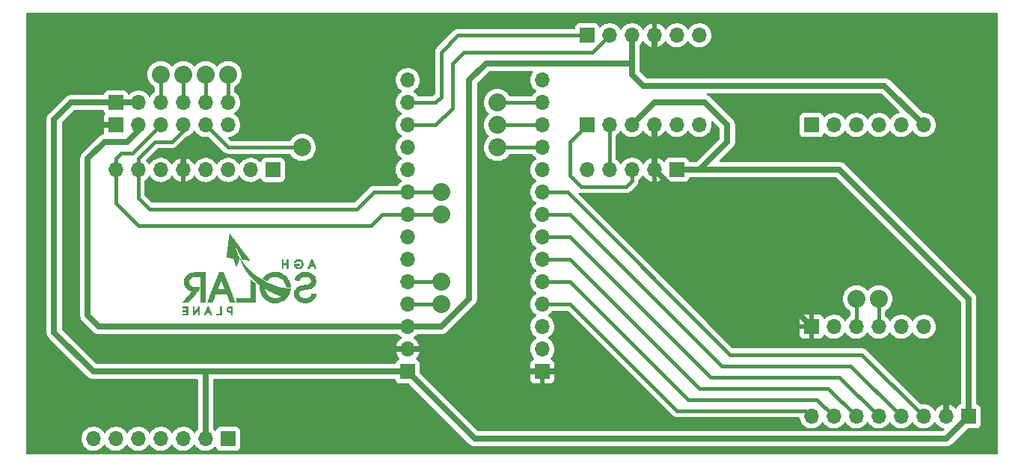
<source format=gbl>
G04 #@! TF.GenerationSoftware,KiCad,Pcbnew,(6.0.2)*
G04 #@! TF.CreationDate,2022-11-22T12:47:53+01:00*
G04 #@! TF.ProjectId,plytka,706c7974-6b61-42e6-9b69-6361645f7063,rev?*
G04 #@! TF.SameCoordinates,Original*
G04 #@! TF.FileFunction,Copper,L2,Bot*
G04 #@! TF.FilePolarity,Positive*
%FSLAX46Y46*%
G04 Gerber Fmt 4.6, Leading zero omitted, Abs format (unit mm)*
G04 Created by KiCad (PCBNEW (6.0.2)) date 2022-11-22 12:47:53*
%MOMM*%
%LPD*%
G01*
G04 APERTURE LIST*
G04 #@! TA.AperFunction,EtchedComponent*
%ADD10C,0.010000*%
G04 #@! TD*
G04 #@! TA.AperFunction,ComponentPad*
%ADD11R,1.700000X1.700000*%
G04 #@! TD*
G04 #@! TA.AperFunction,ComponentPad*
%ADD12O,1.700000X1.700000*%
G04 #@! TD*
G04 #@! TA.AperFunction,ViaPad*
%ADD13C,2.032000*%
G04 #@! TD*
G04 #@! TA.AperFunction,Conductor*
%ADD14C,0.700000*%
G04 #@! TD*
G04 #@! TA.AperFunction,Conductor*
%ADD15C,0.400000*%
G04 #@! TD*
G04 APERTURE END LIST*
D10*
X22988006Y-33275913D02*
X22906420Y-33282855D01*
X22906420Y-33282855D02*
X22844985Y-33296630D01*
X22844985Y-33296630D02*
X22796918Y-33319041D01*
X22796918Y-33319041D02*
X22755440Y-33351892D01*
X22755440Y-33351892D02*
X22738311Y-33369281D01*
X22738311Y-33369281D02*
X22689312Y-33436472D01*
X22689312Y-33436472D02*
X22663478Y-33512969D01*
X22663478Y-33512969D02*
X22656800Y-33597510D01*
X22656800Y-33597510D02*
X22671308Y-33696121D01*
X22671308Y-33696121D02*
X22712224Y-33782988D01*
X22712224Y-33782988D02*
X22775639Y-33849964D01*
X22775639Y-33849964D02*
X22779183Y-33852540D01*
X22779183Y-33852540D02*
X22810876Y-33871738D01*
X22810876Y-33871738D02*
X22846958Y-33884280D01*
X22846958Y-33884280D02*
X22896212Y-33891974D01*
X22896212Y-33891974D02*
X22967422Y-33896624D01*
X22967422Y-33896624D02*
X22999700Y-33897887D01*
X22999700Y-33897887D02*
X23164800Y-33903707D01*
X23164800Y-33903707D02*
X23164800Y-34222267D01*
X23164800Y-34222267D02*
X23300267Y-34222267D01*
X23300267Y-34222267D02*
X23300267Y-33409466D01*
X23300267Y-33409466D02*
X23164800Y-33409466D01*
X23164800Y-33409466D02*
X23164800Y-33765067D01*
X23164800Y-33765067D02*
X23028031Y-33765067D01*
X23028031Y-33765067D02*
X22958793Y-33764212D01*
X22958793Y-33764212D02*
X22913754Y-33759938D01*
X22913754Y-33759938D02*
X22883257Y-33749678D01*
X22883257Y-33749678D02*
X22857643Y-33730865D01*
X22857643Y-33730865D02*
X22841764Y-33715569D01*
X22841764Y-33715569D02*
X22801898Y-33653500D01*
X22801898Y-33653500D02*
X22792087Y-33580744D01*
X22792087Y-33580744D02*
X22813021Y-33503485D01*
X22813021Y-33503485D02*
X22817152Y-33495128D01*
X22817152Y-33495128D02*
X22853330Y-33452413D01*
X22853330Y-33452413D02*
X22911791Y-33424951D01*
X22911791Y-33424951D02*
X22996205Y-33411434D01*
X22996205Y-33411434D02*
X23057260Y-33409466D01*
X23057260Y-33409466D02*
X23164800Y-33409466D01*
X23164800Y-33409466D02*
X23300267Y-33409466D01*
X23300267Y-33409466D02*
X23300267Y-33274000D01*
X23300267Y-33274000D02*
X23096523Y-33274000D01*
X23096523Y-33274000D02*
X22988006Y-33275913D01*
X22988006Y-33275913D02*
X22988006Y-33275913D01*
G36*
X23164800Y-34222267D02*
G01*
X23164800Y-33903707D01*
X22999700Y-33897887D01*
X22967422Y-33896624D01*
X22896212Y-33891974D01*
X22846958Y-33884280D01*
X22810876Y-33871738D01*
X22779183Y-33852540D01*
X22775639Y-33849964D01*
X22712224Y-33782988D01*
X22671308Y-33696121D01*
X22656800Y-33597510D01*
X22658124Y-33580744D01*
X22792087Y-33580744D01*
X22801898Y-33653500D01*
X22841764Y-33715569D01*
X22857643Y-33730865D01*
X22883257Y-33749678D01*
X22913754Y-33759938D01*
X22958793Y-33764212D01*
X23028031Y-33765067D01*
X23164800Y-33765067D01*
X23164800Y-33409466D01*
X23057260Y-33409466D01*
X22996205Y-33411434D01*
X22911791Y-33424951D01*
X22853330Y-33452413D01*
X22817152Y-33495128D01*
X22813021Y-33503485D01*
X22792087Y-33580744D01*
X22658124Y-33580744D01*
X22663478Y-33512969D01*
X22689312Y-33436472D01*
X22738311Y-33369281D01*
X22755440Y-33351892D01*
X22796918Y-33319041D01*
X22844985Y-33296630D01*
X22906420Y-33282855D01*
X22988006Y-33275913D01*
X23096523Y-33274000D01*
X23300267Y-33274000D01*
X23300267Y-34222267D01*
X23164800Y-34222267D01*
G37*
X23164800Y-34222267D02*
X23164800Y-33903707D01*
X22999700Y-33897887D01*
X22967422Y-33896624D01*
X22896212Y-33891974D01*
X22846958Y-33884280D01*
X22810876Y-33871738D01*
X22779183Y-33852540D01*
X22775639Y-33849964D01*
X22712224Y-33782988D01*
X22671308Y-33696121D01*
X22656800Y-33597510D01*
X22658124Y-33580744D01*
X22792087Y-33580744D01*
X22801898Y-33653500D01*
X22841764Y-33715569D01*
X22857643Y-33730865D01*
X22883257Y-33749678D01*
X22913754Y-33759938D01*
X22958793Y-33764212D01*
X23028031Y-33765067D01*
X23164800Y-33765067D01*
X23164800Y-33409466D01*
X23057260Y-33409466D01*
X22996205Y-33411434D01*
X22911791Y-33424951D01*
X22853330Y-33452413D01*
X22817152Y-33495128D01*
X22813021Y-33503485D01*
X22792087Y-33580744D01*
X22658124Y-33580744D01*
X22663478Y-33512969D01*
X22689312Y-33436472D01*
X22738311Y-33369281D01*
X22755440Y-33351892D01*
X22796918Y-33319041D01*
X22844985Y-33296630D01*
X22906420Y-33282855D01*
X22988006Y-33275913D01*
X23096523Y-33274000D01*
X23300267Y-33274000D01*
X23300267Y-34222267D01*
X23164800Y-34222267D01*
X20525814Y-33257908D02*
X20513147Y-33262641D01*
X20513147Y-33262641D02*
X20500158Y-33274582D01*
X20500158Y-33274582D02*
X20485200Y-33297046D01*
X20485200Y-33297046D02*
X20466625Y-33333348D01*
X20466625Y-33333348D02*
X20442787Y-33386803D01*
X20442787Y-33386803D02*
X20412039Y-33460727D01*
X20412039Y-33460727D02*
X20372734Y-33558434D01*
X20372734Y-33558434D02*
X20323225Y-33683240D01*
X20323225Y-33683240D02*
X20304233Y-33731277D01*
X20304233Y-33731277D02*
X20257287Y-33850319D01*
X20257287Y-33850319D02*
X20214644Y-33958967D01*
X20214644Y-33958967D02*
X20177829Y-34053290D01*
X20177829Y-34053290D02*
X20148370Y-34129360D01*
X20148370Y-34129360D02*
X20127791Y-34183246D01*
X20127791Y-34183246D02*
X20117620Y-34211018D01*
X20117620Y-34211018D02*
X20116800Y-34213877D01*
X20116800Y-34213877D02*
X20131896Y-34218991D01*
X20131896Y-34218991D02*
X20169855Y-34221929D01*
X20169855Y-34221929D02*
X20188767Y-34222209D01*
X20188767Y-34222209D02*
X20260733Y-34222152D01*
X20260733Y-34222152D02*
X20312203Y-34090976D01*
X20312203Y-34090976D02*
X20363672Y-33959800D01*
X20363672Y-33959800D02*
X20716595Y-33959800D01*
X20716595Y-33959800D02*
X20819533Y-34222152D01*
X20819533Y-34222152D02*
X20891500Y-34222209D01*
X20891500Y-34222209D02*
X20935466Y-34219840D01*
X20935466Y-34219840D02*
X20960926Y-34213814D01*
X20960926Y-34213814D02*
X20963467Y-34210801D01*
X20963467Y-34210801D02*
X20957426Y-34192762D01*
X20957426Y-34192762D02*
X20940333Y-34147255D01*
X20940333Y-34147255D02*
X20913731Y-34078251D01*
X20913731Y-34078251D02*
X20879167Y-33989719D01*
X20879167Y-33989719D02*
X20838183Y-33885627D01*
X20838183Y-33885627D02*
X20810529Y-33815867D01*
X20810529Y-33815867D02*
X20657345Y-33815867D01*
X20657345Y-33815867D02*
X20423054Y-33815867D01*
X20423054Y-33815867D02*
X20476052Y-33663467D01*
X20476052Y-33663467D02*
X20499827Y-33597932D01*
X20499827Y-33597932D02*
X20520355Y-33546522D01*
X20520355Y-33546522D02*
X20534744Y-33516219D01*
X20534744Y-33516219D02*
X20539131Y-33511067D01*
X20539131Y-33511067D02*
X20548738Y-33525938D01*
X20548738Y-33525938D02*
X20566318Y-33565911D01*
X20566318Y-33565911D02*
X20588942Y-33624026D01*
X20588942Y-33624026D02*
X20603279Y-33663467D01*
X20603279Y-33663467D02*
X20657345Y-33815867D01*
X20657345Y-33815867D02*
X20810529Y-33815867D01*
X20810529Y-33815867D02*
X20792324Y-33769946D01*
X20792324Y-33769946D02*
X20775705Y-33728201D01*
X20775705Y-33728201D02*
X20722215Y-33594203D01*
X20722215Y-33594203D02*
X20679547Y-33488367D01*
X20679547Y-33488367D02*
X20646039Y-33407372D01*
X20646039Y-33407372D02*
X20620026Y-33347896D01*
X20620026Y-33347896D02*
X20599848Y-33306621D01*
X20599848Y-33306621D02*
X20583841Y-33280225D01*
X20583841Y-33280225D02*
X20570343Y-33265388D01*
X20570343Y-33265388D02*
X20557691Y-33258789D01*
X20557691Y-33258789D02*
X20544223Y-33257108D01*
X20544223Y-33257108D02*
X20539804Y-33257066D01*
X20539804Y-33257066D02*
X20525814Y-33257908D01*
X20525814Y-33257908D02*
X20525814Y-33257908D01*
G36*
X20879167Y-33989719D02*
G01*
X20913731Y-34078251D01*
X20940333Y-34147255D01*
X20957426Y-34192762D01*
X20963467Y-34210801D01*
X20960926Y-34213814D01*
X20935466Y-34219840D01*
X20891500Y-34222209D01*
X20819533Y-34222152D01*
X20716595Y-33959800D01*
X20363672Y-33959800D01*
X20312203Y-34090976D01*
X20260733Y-34222152D01*
X20188767Y-34222209D01*
X20169855Y-34221929D01*
X20131896Y-34218991D01*
X20116800Y-34213877D01*
X20117620Y-34211018D01*
X20127791Y-34183246D01*
X20148370Y-34129360D01*
X20177829Y-34053290D01*
X20214644Y-33958967D01*
X20257287Y-33850319D01*
X20270874Y-33815867D01*
X20423054Y-33815867D01*
X20657345Y-33815867D01*
X20603279Y-33663467D01*
X20588942Y-33624026D01*
X20566318Y-33565911D01*
X20548738Y-33525938D01*
X20539131Y-33511067D01*
X20534744Y-33516219D01*
X20520355Y-33546522D01*
X20499827Y-33597932D01*
X20476052Y-33663467D01*
X20423054Y-33815867D01*
X20270874Y-33815867D01*
X20304233Y-33731277D01*
X20323225Y-33683240D01*
X20372734Y-33558434D01*
X20412039Y-33460727D01*
X20442787Y-33386803D01*
X20466625Y-33333348D01*
X20485200Y-33297046D01*
X20500158Y-33274582D01*
X20513147Y-33262641D01*
X20525814Y-33257908D01*
X20539804Y-33257066D01*
X20544223Y-33257108D01*
X20557691Y-33258789D01*
X20570343Y-33265388D01*
X20583841Y-33280225D01*
X20599848Y-33306621D01*
X20620026Y-33347896D01*
X20646039Y-33407372D01*
X20679547Y-33488367D01*
X20722215Y-33594203D01*
X20775705Y-33728201D01*
X20792324Y-33769946D01*
X20810529Y-33815867D01*
X20838183Y-33885627D01*
X20879167Y-33989719D01*
G37*
X20879167Y-33989719D02*
X20913731Y-34078251D01*
X20940333Y-34147255D01*
X20957426Y-34192762D01*
X20963467Y-34210801D01*
X20960926Y-34213814D01*
X20935466Y-34219840D01*
X20891500Y-34222209D01*
X20819533Y-34222152D01*
X20716595Y-33959800D01*
X20363672Y-33959800D01*
X20312203Y-34090976D01*
X20260733Y-34222152D01*
X20188767Y-34222209D01*
X20169855Y-34221929D01*
X20131896Y-34218991D01*
X20116800Y-34213877D01*
X20117620Y-34211018D01*
X20127791Y-34183246D01*
X20148370Y-34129360D01*
X20177829Y-34053290D01*
X20214644Y-33958967D01*
X20257287Y-33850319D01*
X20270874Y-33815867D01*
X20423054Y-33815867D01*
X20657345Y-33815867D01*
X20603279Y-33663467D01*
X20588942Y-33624026D01*
X20566318Y-33565911D01*
X20548738Y-33525938D01*
X20539131Y-33511067D01*
X20534744Y-33516219D01*
X20520355Y-33546522D01*
X20499827Y-33597932D01*
X20476052Y-33663467D01*
X20423054Y-33815867D01*
X20270874Y-33815867D01*
X20304233Y-33731277D01*
X20323225Y-33683240D01*
X20372734Y-33558434D01*
X20412039Y-33460727D01*
X20442787Y-33386803D01*
X20466625Y-33333348D01*
X20485200Y-33297046D01*
X20500158Y-33274582D01*
X20513147Y-33262641D01*
X20525814Y-33257908D01*
X20539804Y-33257066D01*
X20544223Y-33257108D01*
X20557691Y-33258789D01*
X20570343Y-33265388D01*
X20583841Y-33280225D01*
X20599848Y-33306621D01*
X20620026Y-33347896D01*
X20646039Y-33407372D01*
X20679547Y-33488367D01*
X20722215Y-33594203D01*
X20775705Y-33728201D01*
X20792324Y-33769946D01*
X20810529Y-33815867D01*
X20838183Y-33885627D01*
X20879167Y-33989719D01*
X23000117Y-25078661D02*
X22992220Y-25125116D01*
X22992220Y-25125116D02*
X22981091Y-25198918D01*
X22981091Y-25198918D02*
X22967126Y-25296929D01*
X22967126Y-25296929D02*
X22950722Y-25416009D01*
X22950722Y-25416009D02*
X22932275Y-25553019D01*
X22932275Y-25553019D02*
X22912183Y-25704819D01*
X22912183Y-25704819D02*
X22890841Y-25868270D01*
X22890841Y-25868270D02*
X22868646Y-26040232D01*
X22868646Y-26040232D02*
X22845995Y-26217566D01*
X22845995Y-26217566D02*
X22823284Y-26397134D01*
X22823284Y-26397134D02*
X22800910Y-26575794D01*
X22800910Y-26575794D02*
X22779269Y-26750409D01*
X22779269Y-26750409D02*
X22758758Y-26917838D01*
X22758758Y-26917838D02*
X22739773Y-27074942D01*
X22739773Y-27074942D02*
X22722711Y-27218582D01*
X22722711Y-27218582D02*
X22707969Y-27345618D01*
X22707969Y-27345618D02*
X22695942Y-27452912D01*
X22695942Y-27452912D02*
X22687028Y-27537323D01*
X22687028Y-27537323D02*
X22681623Y-27595712D01*
X22681623Y-27595712D02*
X22680123Y-27624940D01*
X22680123Y-27624940D02*
X22680437Y-27627419D01*
X22680437Y-27627419D02*
X22698343Y-27635092D01*
X22698343Y-27635092D02*
X22744818Y-27646655D01*
X22744818Y-27646655D02*
X22814918Y-27661114D01*
X22814918Y-27661114D02*
X22903700Y-27677474D01*
X22903700Y-27677474D02*
X23006219Y-27694742D01*
X23006219Y-27694742D02*
X23048608Y-27701469D01*
X23048608Y-27701469D02*
X23155904Y-27718782D01*
X23155904Y-27718782D02*
X23252131Y-27735403D01*
X23252131Y-27735403D02*
X23332156Y-27750354D01*
X23332156Y-27750354D02*
X23390847Y-27762662D01*
X23390847Y-27762662D02*
X23423073Y-27771349D01*
X23423073Y-27771349D02*
X23427267Y-27773456D01*
X23427267Y-27773456D02*
X23436932Y-27793084D01*
X23436932Y-27793084D02*
X23455602Y-27840547D01*
X23455602Y-27840547D02*
X23481713Y-27911505D01*
X23481713Y-27911505D02*
X23513699Y-28001619D01*
X23513699Y-28001619D02*
X23549995Y-28106547D01*
X23549995Y-28106547D02*
X23589037Y-28221950D01*
X23589037Y-28221950D02*
X23589837Y-28224340D01*
X23589837Y-28224340D02*
X23735473Y-28659666D01*
X23735473Y-28659666D02*
X23898883Y-28333844D01*
X23898883Y-28333844D02*
X24062292Y-28008021D01*
X24062292Y-28008021D02*
X23863313Y-27907155D01*
X23863313Y-27907155D02*
X23791247Y-27870025D01*
X23791247Y-27870025D02*
X23733113Y-27838916D01*
X23733113Y-27838916D02*
X23693964Y-27816623D01*
X23693964Y-27816623D02*
X23678849Y-27805939D01*
X23678849Y-27805939D02*
X23679386Y-27805411D01*
X23679386Y-27805411D02*
X23701072Y-27807779D01*
X23701072Y-27807779D02*
X23749068Y-27814875D01*
X23749068Y-27814875D02*
X23816324Y-27825608D01*
X23816324Y-27825608D02*
X23895786Y-27838887D01*
X23895786Y-27838887D02*
X23897354Y-27839154D01*
X23897354Y-27839154D02*
X23975627Y-27852074D01*
X23975627Y-27852074D02*
X24040522Y-27861960D01*
X24040522Y-27861960D02*
X24085480Y-27867873D01*
X24085480Y-27867873D02*
X24103941Y-27868873D01*
X24103941Y-27868873D02*
X24104043Y-27868787D01*
X24104043Y-27868787D02*
X24098593Y-27852624D01*
X24098593Y-27852624D02*
X24081601Y-27807639D01*
X24081601Y-27807639D02*
X24054099Y-27736457D01*
X24054099Y-27736457D02*
X24017118Y-27641703D01*
X24017118Y-27641703D02*
X23971691Y-27526002D01*
X23971691Y-27526002D02*
X23918847Y-27391979D01*
X23918847Y-27391979D02*
X23859620Y-27242258D01*
X23859620Y-27242258D02*
X23795040Y-27079464D01*
X23795040Y-27079464D02*
X23726138Y-26906222D01*
X23726138Y-26906222D02*
X23699490Y-26839333D01*
X23699490Y-26839333D02*
X23609422Y-26613330D01*
X23609422Y-26613330D02*
X23531124Y-26416771D01*
X23531124Y-26416771D02*
X23463814Y-26247650D01*
X23463814Y-26247650D02*
X23406708Y-26103956D01*
X23406708Y-26103956D02*
X23359023Y-25983682D01*
X23359023Y-25983682D02*
X23319975Y-25884818D01*
X23319975Y-25884818D02*
X23288783Y-25805356D01*
X23288783Y-25805356D02*
X23264663Y-25743286D01*
X23264663Y-25743286D02*
X23246831Y-25696601D01*
X23246831Y-25696601D02*
X23234505Y-25663292D01*
X23234505Y-25663292D02*
X23226901Y-25641349D01*
X23226901Y-25641349D02*
X23223237Y-25628764D01*
X23223237Y-25628764D02*
X23222730Y-25623529D01*
X23222730Y-25623529D02*
X23224595Y-25623635D01*
X23224595Y-25623635D02*
X23226075Y-25624963D01*
X23226075Y-25624963D02*
X23235966Y-25641403D01*
X23235966Y-25641403D02*
X23260843Y-25685237D01*
X23260843Y-25685237D02*
X23299426Y-25754152D01*
X23299426Y-25754152D02*
X23350434Y-25845836D01*
X23350434Y-25845836D02*
X23412589Y-25957977D01*
X23412589Y-25957977D02*
X23484611Y-26088263D01*
X23484611Y-26088263D02*
X23565221Y-26234382D01*
X23565221Y-26234382D02*
X23653138Y-26394022D01*
X23653138Y-26394022D02*
X23747084Y-26564870D01*
X23747084Y-26564870D02*
X23845780Y-26744614D01*
X23845780Y-26744614D02*
X23858263Y-26767367D01*
X23858263Y-26767367D02*
X24478347Y-27897667D01*
X24478347Y-27897667D02*
X24858740Y-27960696D01*
X24858740Y-27960696D02*
X24968401Y-27978601D01*
X24968401Y-27978601D02*
X25066872Y-27994175D01*
X25066872Y-27994175D02*
X25149246Y-28006683D01*
X25149246Y-28006683D02*
X25210615Y-28015390D01*
X25210615Y-28015390D02*
X25246072Y-28019561D01*
X25246072Y-28019561D02*
X25252657Y-28019688D01*
X25252657Y-28019688D02*
X25249108Y-28005620D01*
X25249108Y-28005620D02*
X25228219Y-27971364D01*
X25228219Y-27971364D02*
X25193931Y-27923075D01*
X25193931Y-27923075D02*
X25174392Y-27897392D01*
X25174392Y-27897392D02*
X25151285Y-27867336D01*
X25151285Y-27867336D02*
X25109232Y-27812322D01*
X25109232Y-27812322D02*
X25049765Y-27734365D01*
X25049765Y-27734365D02*
X24974418Y-27635482D01*
X24974418Y-27635482D02*
X24884724Y-27517686D01*
X24884724Y-27517686D02*
X24782217Y-27382992D01*
X24782217Y-27382992D02*
X24668430Y-27233416D01*
X24668430Y-27233416D02*
X24544895Y-27070973D01*
X24544895Y-27070973D02*
X24413147Y-26897677D01*
X24413147Y-26897677D02*
X24274719Y-26715544D01*
X24274719Y-26715544D02*
X24131145Y-26526589D01*
X24131145Y-26526589D02*
X24051735Y-26422058D01*
X24051735Y-26422058D02*
X23908045Y-26233088D01*
X23908045Y-26233088D02*
X23769979Y-26051882D01*
X23769979Y-26051882D02*
X23638928Y-25880246D01*
X23638928Y-25880246D02*
X23516285Y-25719986D01*
X23516285Y-25719986D02*
X23420185Y-25594733D01*
X23420185Y-25594733D02*
X23215600Y-25594733D01*
X23215600Y-25594733D02*
X23207133Y-25603200D01*
X23207133Y-25603200D02*
X23198667Y-25594733D01*
X23198667Y-25594733D02*
X23207133Y-25586267D01*
X23207133Y-25586267D02*
X23215600Y-25594733D01*
X23215600Y-25594733D02*
X23420185Y-25594733D01*
X23420185Y-25594733D02*
X23403441Y-25572910D01*
X23403441Y-25572910D02*
X23301789Y-25440824D01*
X23301789Y-25440824D02*
X23212719Y-25325534D01*
X23212719Y-25325534D02*
X23137626Y-25228848D01*
X23137626Y-25228848D02*
X23077899Y-25152572D01*
X23077899Y-25152572D02*
X23034932Y-25098513D01*
X23034932Y-25098513D02*
X23010117Y-25068477D01*
X23010117Y-25068477D02*
X23004386Y-25062693D01*
X23004386Y-25062693D02*
X23000117Y-25078661D01*
X23000117Y-25078661D02*
X23000117Y-25078661D01*
G36*
X23638928Y-25880246D02*
G01*
X23769979Y-26051882D01*
X23908045Y-26233088D01*
X24051735Y-26422058D01*
X24131145Y-26526589D01*
X24274719Y-26715544D01*
X24413147Y-26897677D01*
X24544895Y-27070973D01*
X24668430Y-27233416D01*
X24782217Y-27382992D01*
X24884724Y-27517686D01*
X24974418Y-27635482D01*
X25049765Y-27734365D01*
X25109232Y-27812322D01*
X25151285Y-27867336D01*
X25174392Y-27897392D01*
X25193931Y-27923075D01*
X25228219Y-27971364D01*
X25249108Y-28005620D01*
X25252657Y-28019688D01*
X25246072Y-28019561D01*
X25210615Y-28015390D01*
X25149246Y-28006683D01*
X25066872Y-27994175D01*
X24968401Y-27978601D01*
X24858740Y-27960696D01*
X24478347Y-27897667D01*
X23858263Y-26767367D01*
X23845780Y-26744614D01*
X23747084Y-26564870D01*
X23653138Y-26394022D01*
X23565221Y-26234382D01*
X23484611Y-26088263D01*
X23412589Y-25957977D01*
X23350434Y-25845836D01*
X23299426Y-25754152D01*
X23260843Y-25685237D01*
X23235966Y-25641403D01*
X23226075Y-25624963D01*
X23224595Y-25623635D01*
X23222730Y-25623529D01*
X23223237Y-25628764D01*
X23226901Y-25641349D01*
X23234505Y-25663292D01*
X23246831Y-25696601D01*
X23264663Y-25743286D01*
X23288783Y-25805356D01*
X23319975Y-25884818D01*
X23359023Y-25983682D01*
X23406708Y-26103956D01*
X23463814Y-26247650D01*
X23531124Y-26416771D01*
X23609422Y-26613330D01*
X23699490Y-26839333D01*
X23726138Y-26906222D01*
X23795040Y-27079464D01*
X23859620Y-27242258D01*
X23918847Y-27391979D01*
X23971691Y-27526002D01*
X24017118Y-27641703D01*
X24054099Y-27736457D01*
X24081601Y-27807639D01*
X24098593Y-27852624D01*
X24104043Y-27868787D01*
X24103941Y-27868873D01*
X24085480Y-27867873D01*
X24040522Y-27861960D01*
X23975627Y-27852074D01*
X23897354Y-27839154D01*
X23895786Y-27838887D01*
X23816324Y-27825608D01*
X23749068Y-27814875D01*
X23701072Y-27807779D01*
X23679386Y-27805411D01*
X23678849Y-27805939D01*
X23693964Y-27816623D01*
X23733113Y-27838916D01*
X23791247Y-27870025D01*
X23863313Y-27907155D01*
X24062292Y-28008021D01*
X23898883Y-28333844D01*
X23735473Y-28659666D01*
X23589837Y-28224340D01*
X23589037Y-28221950D01*
X23549995Y-28106547D01*
X23513699Y-28001619D01*
X23481713Y-27911505D01*
X23455602Y-27840547D01*
X23436932Y-27793084D01*
X23427267Y-27773456D01*
X23423073Y-27771349D01*
X23390847Y-27762662D01*
X23332156Y-27750354D01*
X23252131Y-27735403D01*
X23155904Y-27718782D01*
X23048608Y-27701469D01*
X23006219Y-27694742D01*
X22903700Y-27677474D01*
X22814918Y-27661114D01*
X22744818Y-27646655D01*
X22698343Y-27635092D01*
X22680437Y-27627419D01*
X22680123Y-27624940D01*
X22681623Y-27595712D01*
X22687028Y-27537323D01*
X22695942Y-27452912D01*
X22707969Y-27345618D01*
X22722711Y-27218582D01*
X22739773Y-27074942D01*
X22758758Y-26917838D01*
X22779269Y-26750409D01*
X22800910Y-26575794D01*
X22823284Y-26397134D01*
X22845995Y-26217566D01*
X22868646Y-26040232D01*
X22890841Y-25868270D01*
X22912183Y-25704819D01*
X22926754Y-25594733D01*
X23198667Y-25594733D01*
X23207133Y-25603200D01*
X23215600Y-25594733D01*
X23207133Y-25586267D01*
X23198667Y-25594733D01*
X22926754Y-25594733D01*
X22932275Y-25553019D01*
X22950722Y-25416009D01*
X22967126Y-25296929D01*
X22981091Y-25198918D01*
X22992220Y-25125116D01*
X23000117Y-25078661D01*
X23004386Y-25062693D01*
X23010117Y-25068477D01*
X23034932Y-25098513D01*
X23077899Y-25152572D01*
X23137626Y-25228848D01*
X23212719Y-25325534D01*
X23301789Y-25440824D01*
X23403441Y-25572910D01*
X23420185Y-25594733D01*
X23516285Y-25719986D01*
X23638928Y-25880246D01*
G37*
X23638928Y-25880246D02*
X23769979Y-26051882D01*
X23908045Y-26233088D01*
X24051735Y-26422058D01*
X24131145Y-26526589D01*
X24274719Y-26715544D01*
X24413147Y-26897677D01*
X24544895Y-27070973D01*
X24668430Y-27233416D01*
X24782217Y-27382992D01*
X24884724Y-27517686D01*
X24974418Y-27635482D01*
X25049765Y-27734365D01*
X25109232Y-27812322D01*
X25151285Y-27867336D01*
X25174392Y-27897392D01*
X25193931Y-27923075D01*
X25228219Y-27971364D01*
X25249108Y-28005620D01*
X25252657Y-28019688D01*
X25246072Y-28019561D01*
X25210615Y-28015390D01*
X25149246Y-28006683D01*
X25066872Y-27994175D01*
X24968401Y-27978601D01*
X24858740Y-27960696D01*
X24478347Y-27897667D01*
X23858263Y-26767367D01*
X23845780Y-26744614D01*
X23747084Y-26564870D01*
X23653138Y-26394022D01*
X23565221Y-26234382D01*
X23484611Y-26088263D01*
X23412589Y-25957977D01*
X23350434Y-25845836D01*
X23299426Y-25754152D01*
X23260843Y-25685237D01*
X23235966Y-25641403D01*
X23226075Y-25624963D01*
X23224595Y-25623635D01*
X23222730Y-25623529D01*
X23223237Y-25628764D01*
X23226901Y-25641349D01*
X23234505Y-25663292D01*
X23246831Y-25696601D01*
X23264663Y-25743286D01*
X23288783Y-25805356D01*
X23319975Y-25884818D01*
X23359023Y-25983682D01*
X23406708Y-26103956D01*
X23463814Y-26247650D01*
X23531124Y-26416771D01*
X23609422Y-26613330D01*
X23699490Y-26839333D01*
X23726138Y-26906222D01*
X23795040Y-27079464D01*
X23859620Y-27242258D01*
X23918847Y-27391979D01*
X23971691Y-27526002D01*
X24017118Y-27641703D01*
X24054099Y-27736457D01*
X24081601Y-27807639D01*
X24098593Y-27852624D01*
X24104043Y-27868787D01*
X24103941Y-27868873D01*
X24085480Y-27867873D01*
X24040522Y-27861960D01*
X23975627Y-27852074D01*
X23897354Y-27839154D01*
X23895786Y-27838887D01*
X23816324Y-27825608D01*
X23749068Y-27814875D01*
X23701072Y-27807779D01*
X23679386Y-27805411D01*
X23678849Y-27805939D01*
X23693964Y-27816623D01*
X23733113Y-27838916D01*
X23791247Y-27870025D01*
X23863313Y-27907155D01*
X24062292Y-28008021D01*
X23898883Y-28333844D01*
X23735473Y-28659666D01*
X23589837Y-28224340D01*
X23589037Y-28221950D01*
X23549995Y-28106547D01*
X23513699Y-28001619D01*
X23481713Y-27911505D01*
X23455602Y-27840547D01*
X23436932Y-27793084D01*
X23427267Y-27773456D01*
X23423073Y-27771349D01*
X23390847Y-27762662D01*
X23332156Y-27750354D01*
X23252131Y-27735403D01*
X23155904Y-27718782D01*
X23048608Y-27701469D01*
X23006219Y-27694742D01*
X22903700Y-27677474D01*
X22814918Y-27661114D01*
X22744818Y-27646655D01*
X22698343Y-27635092D01*
X22680437Y-27627419D01*
X22680123Y-27624940D01*
X22681623Y-27595712D01*
X22687028Y-27537323D01*
X22695942Y-27452912D01*
X22707969Y-27345618D01*
X22722711Y-27218582D01*
X22739773Y-27074942D01*
X22758758Y-26917838D01*
X22779269Y-26750409D01*
X22800910Y-26575794D01*
X22823284Y-26397134D01*
X22845995Y-26217566D01*
X22868646Y-26040232D01*
X22890841Y-25868270D01*
X22912183Y-25704819D01*
X22926754Y-25594733D01*
X23198667Y-25594733D01*
X23207133Y-25603200D01*
X23215600Y-25594733D01*
X23207133Y-25586267D01*
X23198667Y-25594733D01*
X22926754Y-25594733D01*
X22932275Y-25553019D01*
X22950722Y-25416009D01*
X22967126Y-25296929D01*
X22981091Y-25198918D01*
X22992220Y-25125116D01*
X23000117Y-25078661D01*
X23004386Y-25062693D01*
X23010117Y-25068477D01*
X23034932Y-25098513D01*
X23077899Y-25152572D01*
X23137626Y-25228848D01*
X23212719Y-25325534D01*
X23301789Y-25440824D01*
X23403441Y-25572910D01*
X23420185Y-25594733D01*
X23516285Y-25719986D01*
X23638928Y-25880246D01*
X32066992Y-28400588D02*
X32018111Y-28523694D01*
X32018111Y-28523694D02*
X31972926Y-28637615D01*
X31972926Y-28637615D02*
X31933048Y-28738283D01*
X31933048Y-28738283D02*
X31900083Y-28821631D01*
X31900083Y-28821631D02*
X31875643Y-28883592D01*
X31875643Y-28883592D02*
X31861336Y-28920100D01*
X31861336Y-28920100D02*
X31858542Y-28927384D01*
X31858542Y-28927384D02*
X31855427Y-28945496D01*
X31855427Y-28945496D02*
X31868634Y-28953552D01*
X31868634Y-28953552D02*
X31905336Y-28954132D01*
X31905336Y-28954132D02*
X31929194Y-28952784D01*
X31929194Y-28952784D02*
X32011192Y-28947533D01*
X32011192Y-28947533D02*
X32069925Y-28798841D01*
X32069925Y-28798841D02*
X32128658Y-28650148D01*
X32128658Y-28650148D02*
X32502144Y-28659666D01*
X32502144Y-28659666D02*
X32560726Y-28807833D01*
X32560726Y-28807833D02*
X32619309Y-28956000D01*
X32619309Y-28956000D02*
X32782659Y-28956000D01*
X32782659Y-28956000D02*
X32753855Y-28884033D01*
X32753855Y-28884033D02*
X32740119Y-28849616D01*
X32740119Y-28849616D02*
X32715792Y-28788563D01*
X32715792Y-28788563D02*
X32682799Y-28705707D01*
X32682799Y-28705707D02*
X32643063Y-28605882D01*
X32643063Y-28605882D02*
X32607190Y-28515733D01*
X32607190Y-28515733D02*
X32442804Y-28515733D01*
X32442804Y-28515733D02*
X32316536Y-28515733D01*
X32316536Y-28515733D02*
X32256019Y-28514847D01*
X32256019Y-28514847D02*
X32211329Y-28512503D01*
X32211329Y-28512503D02*
X32190766Y-28509176D01*
X32190766Y-28509176D02*
X32190267Y-28508536D01*
X32190267Y-28508536D02*
X32195802Y-28483742D01*
X32195802Y-28483742D02*
X32210428Y-28439444D01*
X32210428Y-28439444D02*
X32231176Y-28383043D01*
X32231176Y-28383043D02*
X32255080Y-28321942D01*
X32255080Y-28321942D02*
X32279170Y-28263544D01*
X32279170Y-28263544D02*
X32300478Y-28215250D01*
X32300478Y-28215250D02*
X32316037Y-28184464D01*
X32316037Y-28184464D02*
X32322764Y-28178089D01*
X32322764Y-28178089D02*
X32331539Y-28203874D01*
X32331539Y-28203874D02*
X32348875Y-28253234D01*
X32348875Y-28253234D02*
X32371850Y-28317881D01*
X32371850Y-28317881D02*
X32386603Y-28359100D01*
X32386603Y-28359100D02*
X32442804Y-28515733D01*
X32442804Y-28515733D02*
X32607190Y-28515733D01*
X32607190Y-28515733D02*
X32598510Y-28493921D01*
X32598510Y-28493921D02*
X32551064Y-28374657D01*
X32551064Y-28374657D02*
X32546559Y-28363333D01*
X32546559Y-28363333D02*
X32494598Y-28232911D01*
X32494598Y-28232911D02*
X32453371Y-28130529D01*
X32453371Y-28130529D02*
X32421129Y-28052743D01*
X32421129Y-28052743D02*
X32396125Y-27996111D01*
X32396125Y-27996111D02*
X32376609Y-27957190D01*
X32376609Y-27957190D02*
X32360832Y-27932537D01*
X32360832Y-27932537D02*
X32347048Y-27918709D01*
X32347048Y-27918709D02*
X32333506Y-27912264D01*
X32333506Y-27912264D02*
X32318458Y-27909758D01*
X32318458Y-27909758D02*
X32316081Y-27909521D01*
X32316081Y-27909521D02*
X32264095Y-27904442D01*
X32264095Y-27904442D02*
X32066992Y-28400588D01*
X32066992Y-28400588D02*
X32066992Y-28400588D01*
G36*
X32682799Y-28705707D02*
G01*
X32715792Y-28788563D01*
X32740119Y-28849616D01*
X32753855Y-28884033D01*
X32782659Y-28956000D01*
X32619309Y-28956000D01*
X32560726Y-28807833D01*
X32502144Y-28659666D01*
X32128658Y-28650148D01*
X32069925Y-28798841D01*
X32011192Y-28947533D01*
X31929194Y-28952784D01*
X31905336Y-28954132D01*
X31868634Y-28953552D01*
X31855427Y-28945496D01*
X31858542Y-28927384D01*
X31861336Y-28920100D01*
X31875643Y-28883592D01*
X31900083Y-28821631D01*
X31933048Y-28738283D01*
X31972926Y-28637615D01*
X32018111Y-28523694D01*
X32024130Y-28508536D01*
X32190267Y-28508536D01*
X32190766Y-28509176D01*
X32211329Y-28512503D01*
X32256019Y-28514847D01*
X32316536Y-28515733D01*
X32442804Y-28515733D01*
X32386603Y-28359100D01*
X32371850Y-28317881D01*
X32348875Y-28253234D01*
X32331539Y-28203874D01*
X32322764Y-28178089D01*
X32316037Y-28184464D01*
X32300478Y-28215250D01*
X32279170Y-28263544D01*
X32255080Y-28321942D01*
X32231176Y-28383043D01*
X32210428Y-28439444D01*
X32195802Y-28483742D01*
X32190267Y-28508536D01*
X32024130Y-28508536D01*
X32066992Y-28400588D01*
X32264095Y-27904442D01*
X32316081Y-27909521D01*
X32318458Y-27909758D01*
X32333506Y-27912264D01*
X32347048Y-27918709D01*
X32360832Y-27932537D01*
X32376609Y-27957190D01*
X32396125Y-27996111D01*
X32421129Y-28052743D01*
X32453371Y-28130529D01*
X32494598Y-28232911D01*
X32546559Y-28363333D01*
X32551064Y-28374657D01*
X32598510Y-28493921D01*
X32607190Y-28515733D01*
X32643063Y-28605882D01*
X32682799Y-28705707D01*
G37*
X32682799Y-28705707D02*
X32715792Y-28788563D01*
X32740119Y-28849616D01*
X32753855Y-28884033D01*
X32782659Y-28956000D01*
X32619309Y-28956000D01*
X32560726Y-28807833D01*
X32502144Y-28659666D01*
X32128658Y-28650148D01*
X32069925Y-28798841D01*
X32011192Y-28947533D01*
X31929194Y-28952784D01*
X31905336Y-28954132D01*
X31868634Y-28953552D01*
X31855427Y-28945496D01*
X31858542Y-28927384D01*
X31861336Y-28920100D01*
X31875643Y-28883592D01*
X31900083Y-28821631D01*
X31933048Y-28738283D01*
X31972926Y-28637615D01*
X32018111Y-28523694D01*
X32024130Y-28508536D01*
X32190267Y-28508536D01*
X32190766Y-28509176D01*
X32211329Y-28512503D01*
X32256019Y-28514847D01*
X32316536Y-28515733D01*
X32442804Y-28515733D01*
X32386603Y-28359100D01*
X32371850Y-28317881D01*
X32348875Y-28253234D01*
X32331539Y-28203874D01*
X32322764Y-28178089D01*
X32316037Y-28184464D01*
X32300478Y-28215250D01*
X32279170Y-28263544D01*
X32255080Y-28321942D01*
X32231176Y-28383043D01*
X32210428Y-28439444D01*
X32195802Y-28483742D01*
X32190267Y-28508536D01*
X32024130Y-28508536D01*
X32066992Y-28400588D01*
X32264095Y-27904442D01*
X32316081Y-27909521D01*
X32318458Y-27909758D01*
X32333506Y-27912264D01*
X32347048Y-27918709D01*
X32360832Y-27932537D01*
X32376609Y-27957190D01*
X32396125Y-27996111D01*
X32421129Y-28052743D01*
X32453371Y-28130529D01*
X32494598Y-28232911D01*
X32546559Y-28363333D01*
X32551064Y-28374657D01*
X32598510Y-28493921D01*
X32607190Y-28515733D01*
X32643063Y-28605882D01*
X32682799Y-28705707D01*
X25400000Y-32291866D02*
X23808267Y-32291866D01*
X23808267Y-32291866D02*
X23808267Y-32782933D01*
X23808267Y-32782933D02*
X25891067Y-32782933D01*
X25891067Y-32782933D02*
X25890768Y-31720366D01*
X25890768Y-31720366D02*
X25890470Y-30657800D01*
X25890470Y-30657800D02*
X25645235Y-30423629D01*
X25645235Y-30423629D02*
X25400000Y-30189459D01*
X25400000Y-30189459D02*
X25400000Y-32291866D01*
X25400000Y-32291866D02*
X25400000Y-32291866D01*
G36*
X25645235Y-30423629D02*
G01*
X25890470Y-30657800D01*
X25890768Y-31720366D01*
X25891067Y-32782933D01*
X23808267Y-32782933D01*
X23808267Y-32291866D01*
X25400000Y-32291866D01*
X25400000Y-30189459D01*
X25645235Y-30423629D01*
G37*
X25645235Y-30423629D02*
X25890470Y-30657800D01*
X25890768Y-31720366D01*
X25891067Y-32782933D01*
X23808267Y-32782933D01*
X23808267Y-32291866D01*
X25400000Y-32291866D01*
X25400000Y-30189459D01*
X25645235Y-30423629D01*
X21928667Y-34086800D02*
X21488400Y-34086800D01*
X21488400Y-34086800D02*
X21488400Y-34222267D01*
X21488400Y-34222267D02*
X22064133Y-34222267D01*
X22064133Y-34222267D02*
X22064133Y-33274000D01*
X22064133Y-33274000D02*
X21928667Y-33274000D01*
X21928667Y-33274000D02*
X21928667Y-34086800D01*
X21928667Y-34086800D02*
X21928667Y-34086800D01*
G36*
X22064133Y-34222267D02*
G01*
X21488400Y-34222267D01*
X21488400Y-34086800D01*
X21928667Y-34086800D01*
X21928667Y-33274000D01*
X22064133Y-33274000D01*
X22064133Y-34222267D01*
G37*
X22064133Y-34222267D02*
X21488400Y-34222267D01*
X21488400Y-34086800D01*
X21928667Y-34086800D01*
X21928667Y-33274000D01*
X22064133Y-33274000D01*
X22064133Y-34222267D01*
X28083933Y-29350881D02*
X27843491Y-29379322D01*
X27843491Y-29379322D02*
X27612191Y-29439276D01*
X27612191Y-29439276D02*
X27392935Y-29529496D01*
X27392935Y-29529496D02*
X27188623Y-29648729D01*
X27188623Y-29648729D02*
X27002156Y-29795727D01*
X27002156Y-29795727D02*
X26960310Y-29835068D01*
X26960310Y-29835068D02*
X26904512Y-29891816D01*
X26904512Y-29891816D02*
X26853297Y-29948312D01*
X26853297Y-29948312D02*
X26811202Y-29999014D01*
X26811202Y-29999014D02*
X26782762Y-30038382D01*
X26782762Y-30038382D02*
X26772513Y-30060873D01*
X26772513Y-30060873D02*
X26773472Y-30063350D01*
X26773472Y-30063350D02*
X26789913Y-30073167D01*
X26789913Y-30073167D02*
X26830505Y-30096149D01*
X26830505Y-30096149D02*
X26889699Y-30129189D01*
X26889699Y-30129189D02*
X26961947Y-30169176D01*
X26961947Y-30169176D02*
X26987394Y-30183195D01*
X26987394Y-30183195D02*
X27194721Y-30297277D01*
X27194721Y-30297277D02*
X27323805Y-30176727D01*
X27323805Y-30176727D02*
X27459277Y-30068845D01*
X27459277Y-30068845D02*
X27615381Y-29975819D01*
X27615381Y-29975819D02*
X27779874Y-29904360D01*
X27779874Y-29904360D02*
X27872267Y-29875964D01*
X27872267Y-29875964D02*
X27974716Y-29857797D01*
X27974716Y-29857797D02*
X28096357Y-29848870D01*
X28096357Y-29848870D02*
X28224265Y-29849152D01*
X28224265Y-29849152D02*
X28345519Y-29858609D01*
X28345519Y-29858609D02*
X28447196Y-29877208D01*
X28447196Y-29877208D02*
X28448000Y-29877421D01*
X28448000Y-29877421D02*
X28637693Y-29944879D01*
X28637693Y-29944879D02*
X28812348Y-30040698D01*
X28812348Y-30040698D02*
X28969093Y-30161836D01*
X28969093Y-30161836D02*
X29105056Y-30305251D01*
X29105056Y-30305251D02*
X29217364Y-30467901D01*
X29217364Y-30467901D02*
X29303146Y-30646742D01*
X29303146Y-30646742D02*
X29359529Y-30838734D01*
X29359529Y-30838734D02*
X29360616Y-30844067D01*
X29360616Y-30844067D02*
X29391319Y-30996467D01*
X29391319Y-30996467D02*
X29533493Y-31015147D01*
X29533493Y-31015147D02*
X29653555Y-31030400D01*
X29653555Y-31030400D02*
X29744000Y-31040453D01*
X29744000Y-31040453D02*
X29808659Y-31045405D01*
X29808659Y-31045405D02*
X29851365Y-31045359D01*
X29851365Y-31045359D02*
X29875949Y-31040415D01*
X29875949Y-31040415D02*
X29886242Y-31030674D01*
X29886242Y-31030674D02*
X29887234Y-31024494D01*
X29887234Y-31024494D02*
X29884732Y-30996179D01*
X29884732Y-30996179D02*
X29878103Y-30943410D01*
X29878103Y-30943410D02*
X29868518Y-30875181D01*
X29868518Y-30875181D02*
X29862606Y-30835600D01*
X29862606Y-30835600D02*
X29810914Y-30601725D01*
X29810914Y-30601725D02*
X29730636Y-30381815D01*
X29730636Y-30381815D02*
X29624088Y-30177801D01*
X29624088Y-30177801D02*
X29493585Y-29991619D01*
X29493585Y-29991619D02*
X29341444Y-29825200D01*
X29341444Y-29825200D02*
X29169981Y-29680478D01*
X29169981Y-29680478D02*
X28981512Y-29559387D01*
X28981512Y-29559387D02*
X28778353Y-29463860D01*
X28778353Y-29463860D02*
X28562821Y-29395830D01*
X28562821Y-29395830D02*
X28337230Y-29357230D01*
X28337230Y-29357230D02*
X28103899Y-29349995D01*
X28103899Y-29349995D02*
X28083933Y-29350881D01*
X28083933Y-29350881D02*
X28083933Y-29350881D01*
G36*
X28337230Y-29357230D02*
G01*
X28562821Y-29395830D01*
X28778353Y-29463860D01*
X28981512Y-29559387D01*
X29169981Y-29680478D01*
X29341444Y-29825200D01*
X29493585Y-29991619D01*
X29624088Y-30177801D01*
X29730636Y-30381815D01*
X29810914Y-30601725D01*
X29862606Y-30835600D01*
X29868518Y-30875181D01*
X29878103Y-30943410D01*
X29884732Y-30996179D01*
X29887234Y-31024494D01*
X29886242Y-31030674D01*
X29875949Y-31040415D01*
X29851365Y-31045359D01*
X29808659Y-31045405D01*
X29744000Y-31040453D01*
X29653555Y-31030400D01*
X29533493Y-31015147D01*
X29391319Y-30996467D01*
X29360616Y-30844067D01*
X29359529Y-30838734D01*
X29303146Y-30646742D01*
X29217364Y-30467901D01*
X29105056Y-30305251D01*
X28969093Y-30161836D01*
X28812348Y-30040698D01*
X28637693Y-29944879D01*
X28448000Y-29877421D01*
X28447196Y-29877208D01*
X28345519Y-29858609D01*
X28224265Y-29849152D01*
X28096357Y-29848870D01*
X27974716Y-29857797D01*
X27872267Y-29875964D01*
X27779874Y-29904360D01*
X27615381Y-29975819D01*
X27459277Y-30068845D01*
X27323805Y-30176727D01*
X27194721Y-30297277D01*
X26987394Y-30183195D01*
X26961947Y-30169176D01*
X26889699Y-30129189D01*
X26830505Y-30096149D01*
X26789913Y-30073167D01*
X26773472Y-30063350D01*
X26772513Y-30060873D01*
X26782762Y-30038382D01*
X26811202Y-29999014D01*
X26853297Y-29948312D01*
X26904512Y-29891816D01*
X26960310Y-29835068D01*
X27002156Y-29795727D01*
X27188623Y-29648729D01*
X27392935Y-29529496D01*
X27612191Y-29439276D01*
X27843491Y-29379322D01*
X28083933Y-29350881D01*
X28103899Y-29349995D01*
X28337230Y-29357230D01*
G37*
X28337230Y-29357230D02*
X28562821Y-29395830D01*
X28778353Y-29463860D01*
X28981512Y-29559387D01*
X29169981Y-29680478D01*
X29341444Y-29825200D01*
X29493585Y-29991619D01*
X29624088Y-30177801D01*
X29730636Y-30381815D01*
X29810914Y-30601725D01*
X29862606Y-30835600D01*
X29868518Y-30875181D01*
X29878103Y-30943410D01*
X29884732Y-30996179D01*
X29887234Y-31024494D01*
X29886242Y-31030674D01*
X29875949Y-31040415D01*
X29851365Y-31045359D01*
X29808659Y-31045405D01*
X29744000Y-31040453D01*
X29653555Y-31030400D01*
X29533493Y-31015147D01*
X29391319Y-30996467D01*
X29360616Y-30844067D01*
X29359529Y-30838734D01*
X29303146Y-30646742D01*
X29217364Y-30467901D01*
X29105056Y-30305251D01*
X28969093Y-30161836D01*
X28812348Y-30040698D01*
X28637693Y-29944879D01*
X28448000Y-29877421D01*
X28447196Y-29877208D01*
X28345519Y-29858609D01*
X28224265Y-29849152D01*
X28096357Y-29848870D01*
X27974716Y-29857797D01*
X27872267Y-29875964D01*
X27779874Y-29904360D01*
X27615381Y-29975819D01*
X27459277Y-30068845D01*
X27323805Y-30176727D01*
X27194721Y-30297277D01*
X26987394Y-30183195D01*
X26961947Y-30169176D01*
X26889699Y-30129189D01*
X26830505Y-30096149D01*
X26789913Y-30073167D01*
X26773472Y-30063350D01*
X26772513Y-30060873D01*
X26782762Y-30038382D01*
X26811202Y-29999014D01*
X26853297Y-29948312D01*
X26904512Y-29891816D01*
X26960310Y-29835068D01*
X27002156Y-29795727D01*
X27188623Y-29648729D01*
X27392935Y-29529496D01*
X27612191Y-29439276D01*
X27843491Y-29379322D01*
X28083933Y-29350881D01*
X28103899Y-29349995D01*
X28337230Y-29357230D01*
X30703536Y-27933422D02*
X30594726Y-27963972D01*
X30594726Y-27963972D02*
X30496485Y-28016019D01*
X30496485Y-28016019D02*
X30414226Y-28088398D01*
X30414226Y-28088398D02*
X30353365Y-28179944D01*
X30353365Y-28179944D02*
X30336263Y-28221559D01*
X30336263Y-28221559D02*
X30313623Y-28287133D01*
X30313623Y-28287133D02*
X30392216Y-28292452D01*
X30392216Y-28292452D02*
X30439807Y-28292245D01*
X30439807Y-28292245D02*
X30470844Y-28285652D01*
X30470844Y-28285652D02*
X30476545Y-28280564D01*
X30476545Y-28280564D02*
X30508947Y-28221596D01*
X30508947Y-28221596D02*
X30561900Y-28163047D01*
X30561900Y-28163047D02*
X30624168Y-28117022D01*
X30624168Y-28117022D02*
X30632537Y-28112499D01*
X30632537Y-28112499D02*
X30724255Y-28082100D01*
X30724255Y-28082100D02*
X30824945Y-28076334D01*
X30824945Y-28076334D02*
X30923011Y-28094563D01*
X30923011Y-28094563D02*
X31002210Y-28132846D01*
X31002210Y-28132846D02*
X31077627Y-28204281D01*
X31077627Y-28204281D02*
X31128112Y-28292694D01*
X31128112Y-28292694D02*
X31153158Y-28391596D01*
X31153158Y-28391596D02*
X31152253Y-28494502D01*
X31152253Y-28494502D02*
X31124889Y-28594925D01*
X31124889Y-28594925D02*
X31070555Y-28686378D01*
X31070555Y-28686378D02*
X31047730Y-28712335D01*
X31047730Y-28712335D02*
X30962841Y-28778648D01*
X30962841Y-28778648D02*
X30868950Y-28814205D01*
X30868950Y-28814205D02*
X30771058Y-28819084D01*
X30771058Y-28819084D02*
X30674169Y-28793365D01*
X30674169Y-28793365D02*
X30583284Y-28737126D01*
X30583284Y-28737126D02*
X30548145Y-28704464D01*
X30548145Y-28704464D02*
X30472356Y-28625800D01*
X30472356Y-28625800D02*
X30670911Y-28621029D01*
X30670911Y-28621029D02*
X30869467Y-28616258D01*
X30869467Y-28616258D02*
X30869467Y-28464933D01*
X30869467Y-28464933D02*
X30305950Y-28464933D01*
X30305950Y-28464933D02*
X30316182Y-28551335D01*
X30316182Y-28551335D02*
X30345584Y-28663114D01*
X30345584Y-28663114D02*
X30403151Y-28761869D01*
X30403151Y-28761869D02*
X30484532Y-28844047D01*
X30484532Y-28844047D02*
X30585377Y-28906098D01*
X30585377Y-28906098D02*
X30701336Y-28944472D01*
X30701336Y-28944472D02*
X30811729Y-28955834D01*
X30811729Y-28955834D02*
X30887014Y-28953015D01*
X30887014Y-28953015D02*
X30946662Y-28941523D01*
X30946662Y-28941523D02*
X31008605Y-28917179D01*
X31008605Y-28917179D02*
X31037430Y-28903212D01*
X31037430Y-28903212D02*
X31142113Y-28835687D01*
X31142113Y-28835687D02*
X31219343Y-28750549D01*
X31219343Y-28750549D02*
X31270216Y-28645897D01*
X31270216Y-28645897D02*
X31295825Y-28519828D01*
X31295825Y-28519828D02*
X31299500Y-28448000D01*
X31299500Y-28448000D02*
X31291702Y-28323266D01*
X31291702Y-28323266D02*
X31263684Y-28220116D01*
X31263684Y-28220116D02*
X31212306Y-28130886D01*
X31212306Y-28130886D02*
X31136172Y-28049480D01*
X31136172Y-28049480D02*
X31039232Y-27982397D01*
X31039232Y-27982397D02*
X30931203Y-27941470D01*
X30931203Y-27941470D02*
X30817500Y-27925533D01*
X30817500Y-27925533D02*
X30703536Y-27933422D01*
X30703536Y-27933422D02*
X30703536Y-27933422D01*
G36*
X30931203Y-27941470D02*
G01*
X31039232Y-27982397D01*
X31136172Y-28049480D01*
X31212306Y-28130886D01*
X31263684Y-28220116D01*
X31291702Y-28323266D01*
X31299500Y-28448000D01*
X31295825Y-28519828D01*
X31270216Y-28645897D01*
X31219343Y-28750549D01*
X31142113Y-28835687D01*
X31037430Y-28903212D01*
X31008605Y-28917179D01*
X30946662Y-28941523D01*
X30887014Y-28953015D01*
X30811729Y-28955834D01*
X30701336Y-28944472D01*
X30585377Y-28906098D01*
X30484532Y-28844047D01*
X30403151Y-28761869D01*
X30345584Y-28663114D01*
X30316182Y-28551335D01*
X30305950Y-28464933D01*
X30869467Y-28464933D01*
X30869467Y-28616258D01*
X30670911Y-28621029D01*
X30472356Y-28625800D01*
X30548145Y-28704464D01*
X30583284Y-28737126D01*
X30674169Y-28793365D01*
X30771058Y-28819084D01*
X30868950Y-28814205D01*
X30962841Y-28778648D01*
X31047730Y-28712335D01*
X31070555Y-28686378D01*
X31124889Y-28594925D01*
X31152253Y-28494502D01*
X31153158Y-28391596D01*
X31128112Y-28292694D01*
X31077627Y-28204281D01*
X31002210Y-28132846D01*
X30923011Y-28094563D01*
X30824945Y-28076334D01*
X30724255Y-28082100D01*
X30632537Y-28112499D01*
X30624168Y-28117022D01*
X30561900Y-28163047D01*
X30508947Y-28221596D01*
X30476545Y-28280564D01*
X30470844Y-28285652D01*
X30439807Y-28292245D01*
X30392216Y-28292452D01*
X30313623Y-28287133D01*
X30336263Y-28221559D01*
X30353365Y-28179944D01*
X30414226Y-28088398D01*
X30496485Y-28016019D01*
X30594726Y-27963972D01*
X30703536Y-27933422D01*
X30817500Y-27925533D01*
X30931203Y-27941470D01*
G37*
X30931203Y-27941470D02*
X31039232Y-27982397D01*
X31136172Y-28049480D01*
X31212306Y-28130886D01*
X31263684Y-28220116D01*
X31291702Y-28323266D01*
X31299500Y-28448000D01*
X31295825Y-28519828D01*
X31270216Y-28645897D01*
X31219343Y-28750549D01*
X31142113Y-28835687D01*
X31037430Y-28903212D01*
X31008605Y-28917179D01*
X30946662Y-28941523D01*
X30887014Y-28953015D01*
X30811729Y-28955834D01*
X30701336Y-28944472D01*
X30585377Y-28906098D01*
X30484532Y-28844047D01*
X30403151Y-28761869D01*
X30345584Y-28663114D01*
X30316182Y-28551335D01*
X30305950Y-28464933D01*
X30869467Y-28464933D01*
X30869467Y-28616258D01*
X30670911Y-28621029D01*
X30472356Y-28625800D01*
X30548145Y-28704464D01*
X30583284Y-28737126D01*
X30674169Y-28793365D01*
X30771058Y-28819084D01*
X30868950Y-28814205D01*
X30962841Y-28778648D01*
X31047730Y-28712335D01*
X31070555Y-28686378D01*
X31124889Y-28594925D01*
X31152253Y-28494502D01*
X31153158Y-28391596D01*
X31128112Y-28292694D01*
X31077627Y-28204281D01*
X31002210Y-28132846D01*
X30923011Y-28094563D01*
X30824945Y-28076334D01*
X30724255Y-28082100D01*
X30632537Y-28112499D01*
X30624168Y-28117022D01*
X30561900Y-28163047D01*
X30508947Y-28221596D01*
X30476545Y-28280564D01*
X30470844Y-28285652D01*
X30439807Y-28292245D01*
X30392216Y-28292452D01*
X30313623Y-28287133D01*
X30336263Y-28221559D01*
X30353365Y-28179944D01*
X30414226Y-28088398D01*
X30496485Y-28016019D01*
X30594726Y-27963972D01*
X30703536Y-27933422D01*
X30817500Y-27925533D01*
X30931203Y-27941470D01*
X29497867Y-28363333D02*
X29074534Y-28363333D01*
X29074534Y-28363333D02*
X29074534Y-27923067D01*
X29074534Y-27923067D02*
X28922134Y-27923067D01*
X28922134Y-27923067D02*
X28922134Y-28956000D01*
X28922134Y-28956000D02*
X29074534Y-28956000D01*
X29074534Y-28956000D02*
X29074534Y-28515733D01*
X29074534Y-28515733D02*
X29497867Y-28515733D01*
X29497867Y-28515733D02*
X29497867Y-28956000D01*
X29497867Y-28956000D02*
X29650267Y-28956000D01*
X29650267Y-28956000D02*
X29650267Y-27923067D01*
X29650267Y-27923067D02*
X29497867Y-27923067D01*
X29497867Y-27923067D02*
X29497867Y-28363333D01*
X29497867Y-28363333D02*
X29497867Y-28363333D01*
G36*
X29074534Y-28363333D02*
G01*
X29497867Y-28363333D01*
X29497867Y-27923067D01*
X29650267Y-27923067D01*
X29650267Y-28956000D01*
X29497867Y-28956000D01*
X29497867Y-28515733D01*
X29074534Y-28515733D01*
X29074534Y-28956000D01*
X28922134Y-28956000D01*
X28922134Y-27923067D01*
X29074534Y-27923067D01*
X29074534Y-28363333D01*
G37*
X29074534Y-28363333D02*
X29497867Y-28363333D01*
X29497867Y-27923067D01*
X29650267Y-27923067D01*
X29650267Y-28956000D01*
X29497867Y-28956000D01*
X29497867Y-28515733D01*
X29074534Y-28515733D01*
X29074534Y-28956000D01*
X28922134Y-28956000D01*
X28922134Y-27923067D01*
X29074534Y-27923067D01*
X29074534Y-28363333D01*
X24257036Y-27887031D02*
X24268795Y-27927666D01*
X24268795Y-27927666D02*
X24289274Y-27988685D01*
X24289274Y-27988685D02*
X24316436Y-28064600D01*
X24316436Y-28064600D02*
X24348246Y-28149923D01*
X24348246Y-28149923D02*
X24382669Y-28239167D01*
X24382669Y-28239167D02*
X24417668Y-28326844D01*
X24417668Y-28326844D02*
X24451207Y-28407468D01*
X24451207Y-28407468D02*
X24473609Y-28458737D01*
X24473609Y-28458737D02*
X24644807Y-28802391D01*
X24644807Y-28802391D02*
X24847465Y-29142666D01*
X24847465Y-29142666D02*
X25079180Y-29476585D01*
X25079180Y-29476585D02*
X25337546Y-29801174D01*
X25337546Y-29801174D02*
X25620161Y-30113457D01*
X25620161Y-30113457D02*
X25924621Y-30410458D01*
X25924621Y-30410458D02*
X26248520Y-30689202D01*
X26248520Y-30689202D02*
X26324351Y-30749507D01*
X26324351Y-30749507D02*
X26441400Y-30841214D01*
X26441400Y-30841214D02*
X26441944Y-31105107D01*
X26441944Y-31105107D02*
X26445670Y-31259910D01*
X26445670Y-31259910D02*
X26457596Y-31391537D01*
X26457596Y-31391537D02*
X26479891Y-31510138D01*
X26479891Y-31510138D02*
X26514725Y-31625864D01*
X26514725Y-31625864D02*
X26564268Y-31748864D01*
X26564268Y-31748864D02*
X26592907Y-31811343D01*
X26592907Y-31811343D02*
X26713182Y-32029076D01*
X26713182Y-32029076D02*
X26856616Y-32223291D01*
X26856616Y-32223291D02*
X27021433Y-32392720D01*
X27021433Y-32392720D02*
X27205857Y-32536095D01*
X27205857Y-32536095D02*
X27408114Y-32652148D01*
X27408114Y-32652148D02*
X27626428Y-32739610D01*
X27626428Y-32739610D02*
X27859023Y-32797215D01*
X27859023Y-32797215D02*
X28000209Y-32816487D01*
X28000209Y-32816487D02*
X28073255Y-32823260D01*
X28073255Y-32823260D02*
X28133985Y-32828279D01*
X28133985Y-32828279D02*
X28174280Y-32830906D01*
X28174280Y-32830906D02*
X28185533Y-32831044D01*
X28185533Y-32831044D02*
X28209498Y-32828500D01*
X28209498Y-32828500D02*
X28257668Y-32823402D01*
X28257668Y-32823402D02*
X28320568Y-32816754D01*
X28320568Y-32816754D02*
X28334762Y-32815255D01*
X28334762Y-32815255D02*
X28567279Y-32773953D01*
X28567279Y-32773953D02*
X28790917Y-32701120D01*
X28790917Y-32701120D02*
X29002452Y-32598612D01*
X29002452Y-32598612D02*
X29198659Y-32468288D01*
X29198659Y-32468288D02*
X29376315Y-32312008D01*
X29376315Y-32312008D02*
X29532196Y-32131629D01*
X29532196Y-32131629D02*
X29540861Y-32119978D01*
X29540861Y-32119978D02*
X29568406Y-32077340D01*
X29568406Y-32077340D02*
X28891865Y-32077340D01*
X28891865Y-32077340D02*
X28851966Y-32107911D01*
X28851966Y-32107911D02*
X28774363Y-32157957D01*
X28774363Y-32157957D02*
X28674991Y-32208526D01*
X28674991Y-32208526D02*
X28565509Y-32254701D01*
X28565509Y-32254701D02*
X28457572Y-32291562D01*
X28457572Y-32291562D02*
X28363333Y-32314107D01*
X28363333Y-32314107D02*
X28291201Y-32321054D01*
X28291201Y-32321054D02*
X28197999Y-32323097D01*
X28197999Y-32323097D02*
X28096112Y-32320610D01*
X28096112Y-32320610D02*
X27997924Y-32313963D01*
X27997924Y-32313963D02*
X27915820Y-32303529D01*
X27915820Y-32303529D02*
X27898153Y-32300139D01*
X27898153Y-32300139D02*
X27821679Y-32279424D01*
X27821679Y-32279424D02*
X27734270Y-32249063D01*
X27734270Y-32249063D02*
X27654737Y-32215596D01*
X27654737Y-32215596D02*
X27654122Y-32215305D01*
X27654122Y-32215305D02*
X27469172Y-32110538D01*
X27469172Y-32110538D02*
X27310462Y-31984361D01*
X27310462Y-31984361D02*
X27177990Y-31836773D01*
X27177990Y-31836773D02*
X27071754Y-31667769D01*
X27071754Y-31667769D02*
X26991752Y-31477349D01*
X26991752Y-31477349D02*
X26937982Y-31265509D01*
X26937982Y-31265509D02*
X26933428Y-31239462D01*
X26933428Y-31239462D02*
X26923102Y-31177658D01*
X26923102Y-31177658D02*
X27147918Y-31312847D01*
X27147918Y-31312847D02*
X27402103Y-31457018D01*
X27402103Y-31457018D02*
X27679850Y-31599000D01*
X27679850Y-31599000D02*
X27970940Y-31734149D01*
X27970940Y-31734149D02*
X28265156Y-31857821D01*
X28265156Y-31857821D02*
X28552282Y-31965372D01*
X28552282Y-31965372D02*
X28674166Y-32006530D01*
X28674166Y-32006530D02*
X28891865Y-32077340D01*
X28891865Y-32077340D02*
X29568406Y-32077340D01*
X29568406Y-32077340D02*
X29635533Y-31973433D01*
X29635533Y-31973433D02*
X29720328Y-31807194D01*
X29720328Y-31807194D02*
X29790607Y-31632310D01*
X29790607Y-31632310D02*
X29841731Y-31459830D01*
X29841731Y-31459830D02*
X29862575Y-31353689D01*
X29862575Y-31353689D02*
X29866919Y-31294729D01*
X29866919Y-31294729D02*
X29854094Y-31260851D01*
X29854094Y-31260851D02*
X29818463Y-31245540D01*
X29818463Y-31245540D02*
X29766120Y-31242259D01*
X29766120Y-31242259D02*
X29699276Y-31238746D01*
X29699276Y-31238746D02*
X29605678Y-31229249D01*
X29605678Y-31229249D02*
X29491731Y-31214690D01*
X29491731Y-31214690D02*
X29363836Y-31195988D01*
X29363836Y-31195988D02*
X29228397Y-31174064D01*
X29228397Y-31174064D02*
X29091817Y-31149839D01*
X29091817Y-31149839D02*
X28998334Y-31131881D01*
X28998334Y-31131881D02*
X28543596Y-31025451D01*
X28543596Y-31025451D02*
X28094457Y-30888919D01*
X28094457Y-30888919D02*
X27653409Y-30723769D01*
X27653409Y-30723769D02*
X27222943Y-30531485D01*
X27222943Y-30531485D02*
X26805552Y-30313553D01*
X26805552Y-30313553D02*
X26403727Y-30071455D01*
X26403727Y-30071455D02*
X26019961Y-29806677D01*
X26019961Y-29806677D02*
X25656744Y-29520703D01*
X25656744Y-29520703D02*
X25316570Y-29215018D01*
X25316570Y-29215018D02*
X25001930Y-28891106D01*
X25001930Y-28891106D02*
X24760075Y-28607128D01*
X24760075Y-28607128D02*
X24669128Y-28489809D01*
X24669128Y-28489809D02*
X24576117Y-28363406D01*
X24576117Y-28363406D02*
X24486505Y-28235777D01*
X24486505Y-28235777D02*
X24405756Y-28114784D01*
X24405756Y-28114784D02*
X24339333Y-28008285D01*
X24339333Y-28008285D02*
X24316946Y-27969633D01*
X24316946Y-27969633D02*
X24288320Y-27920226D01*
X24288320Y-27920226D02*
X24266369Y-27885185D01*
X24266369Y-27885185D02*
X24256033Y-27872267D01*
X24256033Y-27872267D02*
X24257036Y-27887031D01*
X24257036Y-27887031D02*
X24257036Y-27887031D01*
G36*
X29532196Y-32131629D02*
G01*
X29376315Y-32312008D01*
X29198659Y-32468288D01*
X29002452Y-32598612D01*
X28790917Y-32701120D01*
X28567279Y-32773953D01*
X28334762Y-32815255D01*
X28320568Y-32816754D01*
X28257668Y-32823402D01*
X28209498Y-32828500D01*
X28185533Y-32831044D01*
X28174280Y-32830906D01*
X28133985Y-32828279D01*
X28073255Y-32823260D01*
X28000209Y-32816487D01*
X27859023Y-32797215D01*
X27626428Y-32739610D01*
X27408114Y-32652148D01*
X27205857Y-32536095D01*
X27021433Y-32392720D01*
X26856616Y-32223291D01*
X26713182Y-32029076D01*
X26592907Y-31811343D01*
X26564268Y-31748864D01*
X26514725Y-31625864D01*
X26479891Y-31510138D01*
X26457596Y-31391537D01*
X26445670Y-31259910D01*
X26443690Y-31177658D01*
X26923102Y-31177658D01*
X26933428Y-31239462D01*
X26937982Y-31265509D01*
X26991752Y-31477349D01*
X27071754Y-31667769D01*
X27177990Y-31836773D01*
X27310462Y-31984361D01*
X27469172Y-32110538D01*
X27654122Y-32215305D01*
X27654737Y-32215596D01*
X27734270Y-32249063D01*
X27821679Y-32279424D01*
X27898153Y-32300139D01*
X27915820Y-32303529D01*
X27997924Y-32313963D01*
X28096112Y-32320610D01*
X28197999Y-32323097D01*
X28291201Y-32321054D01*
X28363333Y-32314107D01*
X28457572Y-32291562D01*
X28565509Y-32254701D01*
X28674991Y-32208526D01*
X28774363Y-32157957D01*
X28851966Y-32107911D01*
X28891865Y-32077340D01*
X28674166Y-32006530D01*
X28552282Y-31965372D01*
X28265156Y-31857821D01*
X27970940Y-31734149D01*
X27679850Y-31599000D01*
X27402103Y-31457018D01*
X27147918Y-31312847D01*
X26923102Y-31177658D01*
X26443690Y-31177658D01*
X26441944Y-31105107D01*
X26441400Y-30841214D01*
X26324351Y-30749507D01*
X26248520Y-30689202D01*
X25924621Y-30410458D01*
X25620161Y-30113457D01*
X25337546Y-29801174D01*
X25079180Y-29476585D01*
X24847465Y-29142666D01*
X24644807Y-28802391D01*
X24473609Y-28458737D01*
X24451207Y-28407468D01*
X24417668Y-28326844D01*
X24382669Y-28239167D01*
X24348246Y-28149923D01*
X24316436Y-28064600D01*
X24289274Y-27988685D01*
X24268795Y-27927666D01*
X24257036Y-27887031D01*
X24256033Y-27872267D01*
X24266369Y-27885185D01*
X24288320Y-27920226D01*
X24316946Y-27969633D01*
X24339333Y-28008285D01*
X24405756Y-28114784D01*
X24486505Y-28235777D01*
X24576117Y-28363406D01*
X24669128Y-28489809D01*
X24760075Y-28607128D01*
X25001930Y-28891106D01*
X25316570Y-29215018D01*
X25656744Y-29520703D01*
X26019961Y-29806677D01*
X26403727Y-30071455D01*
X26805552Y-30313553D01*
X27222943Y-30531485D01*
X27653409Y-30723769D01*
X28094457Y-30888919D01*
X28543596Y-31025451D01*
X28998334Y-31131881D01*
X29091817Y-31149839D01*
X29228397Y-31174064D01*
X29363836Y-31195988D01*
X29491731Y-31214690D01*
X29605678Y-31229249D01*
X29699276Y-31238746D01*
X29766120Y-31242259D01*
X29818463Y-31245540D01*
X29854094Y-31260851D01*
X29866919Y-31294729D01*
X29862575Y-31353689D01*
X29841731Y-31459830D01*
X29790607Y-31632310D01*
X29720328Y-31807194D01*
X29635533Y-31973433D01*
X29568406Y-32077340D01*
X29540861Y-32119978D01*
X29532196Y-32131629D01*
G37*
X29532196Y-32131629D02*
X29376315Y-32312008D01*
X29198659Y-32468288D01*
X29002452Y-32598612D01*
X28790917Y-32701120D01*
X28567279Y-32773953D01*
X28334762Y-32815255D01*
X28320568Y-32816754D01*
X28257668Y-32823402D01*
X28209498Y-32828500D01*
X28185533Y-32831044D01*
X28174280Y-32830906D01*
X28133985Y-32828279D01*
X28073255Y-32823260D01*
X28000209Y-32816487D01*
X27859023Y-32797215D01*
X27626428Y-32739610D01*
X27408114Y-32652148D01*
X27205857Y-32536095D01*
X27021433Y-32392720D01*
X26856616Y-32223291D01*
X26713182Y-32029076D01*
X26592907Y-31811343D01*
X26564268Y-31748864D01*
X26514725Y-31625864D01*
X26479891Y-31510138D01*
X26457596Y-31391537D01*
X26445670Y-31259910D01*
X26443690Y-31177658D01*
X26923102Y-31177658D01*
X26933428Y-31239462D01*
X26937982Y-31265509D01*
X26991752Y-31477349D01*
X27071754Y-31667769D01*
X27177990Y-31836773D01*
X27310462Y-31984361D01*
X27469172Y-32110538D01*
X27654122Y-32215305D01*
X27654737Y-32215596D01*
X27734270Y-32249063D01*
X27821679Y-32279424D01*
X27898153Y-32300139D01*
X27915820Y-32303529D01*
X27997924Y-32313963D01*
X28096112Y-32320610D01*
X28197999Y-32323097D01*
X28291201Y-32321054D01*
X28363333Y-32314107D01*
X28457572Y-32291562D01*
X28565509Y-32254701D01*
X28674991Y-32208526D01*
X28774363Y-32157957D01*
X28851966Y-32107911D01*
X28891865Y-32077340D01*
X28674166Y-32006530D01*
X28552282Y-31965372D01*
X28265156Y-31857821D01*
X27970940Y-31734149D01*
X27679850Y-31599000D01*
X27402103Y-31457018D01*
X27147918Y-31312847D01*
X26923102Y-31177658D01*
X26443690Y-31177658D01*
X26441944Y-31105107D01*
X26441400Y-30841214D01*
X26324351Y-30749507D01*
X26248520Y-30689202D01*
X25924621Y-30410458D01*
X25620161Y-30113457D01*
X25337546Y-29801174D01*
X25079180Y-29476585D01*
X24847465Y-29142666D01*
X24644807Y-28802391D01*
X24473609Y-28458737D01*
X24451207Y-28407468D01*
X24417668Y-28326844D01*
X24382669Y-28239167D01*
X24348246Y-28149923D01*
X24316436Y-28064600D01*
X24289274Y-27988685D01*
X24268795Y-27927666D01*
X24257036Y-27887031D01*
X24256033Y-27872267D01*
X24266369Y-27885185D01*
X24288320Y-27920226D01*
X24316946Y-27969633D01*
X24339333Y-28008285D01*
X24405756Y-28114784D01*
X24486505Y-28235777D01*
X24576117Y-28363406D01*
X24669128Y-28489809D01*
X24760075Y-28607128D01*
X25001930Y-28891106D01*
X25316570Y-29215018D01*
X25656744Y-29520703D01*
X26019961Y-29806677D01*
X26403727Y-30071455D01*
X26805552Y-30313553D01*
X27222943Y-30531485D01*
X27653409Y-30723769D01*
X28094457Y-30888919D01*
X28543596Y-31025451D01*
X28998334Y-31131881D01*
X29091817Y-31149839D01*
X29228397Y-31174064D01*
X29363836Y-31195988D01*
X29491731Y-31214690D01*
X29605678Y-31229249D01*
X29699276Y-31238746D01*
X29766120Y-31242259D01*
X29818463Y-31245540D01*
X29854094Y-31260851D01*
X29866919Y-31294729D01*
X29862575Y-31353689D01*
X29841731Y-31459830D01*
X29790607Y-31632310D01*
X29720328Y-31807194D01*
X29635533Y-31973433D01*
X29568406Y-32077340D01*
X29540861Y-32119978D01*
X29532196Y-32131629D01*
X17678400Y-33409466D02*
X18118667Y-33409466D01*
X18118667Y-33409466D02*
X18118667Y-33680400D01*
X18118667Y-33680400D02*
X17695334Y-33680400D01*
X17695334Y-33680400D02*
X17695334Y-33815867D01*
X17695334Y-33815867D02*
X18118667Y-33815867D01*
X18118667Y-33815867D02*
X18118667Y-34086800D01*
X18118667Y-34086800D02*
X17678400Y-34086800D01*
X17678400Y-34086800D02*
X17678400Y-34222267D01*
X17678400Y-34222267D02*
X18254134Y-34222267D01*
X18254134Y-34222267D02*
X18254134Y-33274000D01*
X18254134Y-33274000D02*
X17678400Y-33274000D01*
X17678400Y-33274000D02*
X17678400Y-33409466D01*
X17678400Y-33409466D02*
X17678400Y-33409466D01*
G36*
X18254134Y-34222267D02*
G01*
X17678400Y-34222267D01*
X17678400Y-34086800D01*
X18118667Y-34086800D01*
X18118667Y-33815867D01*
X17695334Y-33815867D01*
X17695334Y-33680400D01*
X18118667Y-33680400D01*
X18118667Y-33409466D01*
X17678400Y-33409466D01*
X17678400Y-33274000D01*
X18254134Y-33274000D01*
X18254134Y-34222267D01*
G37*
X18254134Y-34222267D02*
X17678400Y-34222267D01*
X17678400Y-34086800D01*
X18118667Y-34086800D01*
X18118667Y-33815867D01*
X17695334Y-33815867D01*
X17695334Y-33680400D01*
X18118667Y-33680400D01*
X18118667Y-33409466D01*
X17678400Y-33409466D01*
X17678400Y-33274000D01*
X18254134Y-33274000D01*
X18254134Y-34222267D01*
X21197743Y-31055733D02*
X21107090Y-31284611D01*
X21107090Y-31284611D02*
X21020018Y-31504671D01*
X21020018Y-31504671D02*
X20937330Y-31713867D01*
X20937330Y-31713867D02*
X20859833Y-31910151D01*
X20859833Y-31910151D02*
X20788331Y-32091477D01*
X20788331Y-32091477D02*
X20723630Y-32255799D01*
X20723630Y-32255799D02*
X20666534Y-32401070D01*
X20666534Y-32401070D02*
X20617849Y-32525243D01*
X20617849Y-32525243D02*
X20578380Y-32626272D01*
X20578380Y-32626272D02*
X20548931Y-32702110D01*
X20548931Y-32702110D02*
X20530309Y-32750711D01*
X20530309Y-32750711D02*
X20523318Y-32770027D01*
X20523318Y-32770027D02*
X20523285Y-32770233D01*
X20523285Y-32770233D02*
X20539220Y-32774618D01*
X20539220Y-32774618D02*
X20583218Y-32778347D01*
X20583218Y-32778347D02*
X20649479Y-32781136D01*
X20649479Y-32781136D02*
X20732202Y-32782699D01*
X20732202Y-32782699D02*
X20781550Y-32782933D01*
X20781550Y-32782933D02*
X21039899Y-32782933D01*
X21039899Y-32782933D02*
X21242521Y-32283193D01*
X21242521Y-32283193D02*
X21445142Y-31783452D01*
X21445142Y-31783452D02*
X22054284Y-31787893D01*
X22054284Y-31787893D02*
X22663426Y-31792333D01*
X22663426Y-31792333D02*
X22726659Y-31940990D01*
X22726659Y-31940990D02*
X22752552Y-32002732D01*
X22752552Y-32002732D02*
X22787989Y-32088471D01*
X22787989Y-32088471D02*
X22829924Y-32190765D01*
X22829924Y-32190765D02*
X22875306Y-32302174D01*
X22875306Y-32302174D02*
X22921088Y-32415256D01*
X22921088Y-32415256D02*
X22929569Y-32436290D01*
X22929569Y-32436290D02*
X23069247Y-32782933D01*
X23069247Y-32782933D02*
X23328690Y-32782933D01*
X23328690Y-32782933D02*
X23418083Y-32782152D01*
X23418083Y-32782152D02*
X23494157Y-32779996D01*
X23494157Y-32779996D02*
X23551122Y-32776749D01*
X23551122Y-32776749D02*
X23583186Y-32772696D01*
X23583186Y-32772696D02*
X23588110Y-32770233D01*
X23588110Y-32770233D02*
X23581993Y-32753100D01*
X23581993Y-32753100D02*
X23564185Y-32706536D01*
X23564185Y-32706536D02*
X23535491Y-32632589D01*
X23535491Y-32632589D02*
X23496717Y-32533304D01*
X23496717Y-32533304D02*
X23448667Y-32410728D01*
X23448667Y-32410728D02*
X23392147Y-32266908D01*
X23392147Y-32266908D02*
X23327961Y-32103890D01*
X23327961Y-32103890D02*
X23256915Y-31923721D01*
X23256915Y-31923721D02*
X23179815Y-31728447D01*
X23179815Y-31728447D02*
X23097464Y-31520115D01*
X23097464Y-31520115D02*
X23012541Y-31305500D01*
X23012541Y-31305500D02*
X22466869Y-31305500D01*
X22466869Y-31305500D02*
X22462205Y-31312341D01*
X22462205Y-31312341D02*
X22440845Y-31317635D01*
X22440845Y-31317635D02*
X22399654Y-31321545D01*
X22399654Y-31321545D02*
X22335499Y-31324233D01*
X22335499Y-31324233D02*
X22245247Y-31325860D01*
X22245247Y-31325860D02*
X22125765Y-31326588D01*
X22125765Y-31326588D02*
X22057479Y-31326667D01*
X22057479Y-31326667D02*
X21942718Y-31326303D01*
X21942718Y-31326303D02*
X21840053Y-31325280D01*
X21840053Y-31325280D02*
X21754055Y-31323702D01*
X21754055Y-31323702D02*
X21689292Y-31321670D01*
X21689292Y-31321670D02*
X21650336Y-31319287D01*
X21650336Y-31319287D02*
X21640800Y-31317296D01*
X21640800Y-31317296D02*
X21646185Y-31298564D01*
X21646185Y-31298564D02*
X21661316Y-31252349D01*
X21661316Y-31252349D02*
X21684655Y-31183062D01*
X21684655Y-31183062D02*
X21714665Y-31095113D01*
X21714665Y-31095113D02*
X21749810Y-30992916D01*
X21749810Y-30992916D02*
X21788551Y-30880881D01*
X21788551Y-30880881D02*
X21829352Y-30763419D01*
X21829352Y-30763419D02*
X21870676Y-30644944D01*
X21870676Y-30644944D02*
X21910986Y-30529865D01*
X21910986Y-30529865D02*
X21948743Y-30422595D01*
X21948743Y-30422595D02*
X21982413Y-30327545D01*
X21982413Y-30327545D02*
X22010456Y-30249127D01*
X22010456Y-30249127D02*
X22031336Y-30191752D01*
X22031336Y-30191752D02*
X22043516Y-30159832D01*
X22043516Y-30159832D02*
X22045845Y-30154818D01*
X22045845Y-30154818D02*
X22053196Y-30167842D01*
X22053196Y-30167842D02*
X22070433Y-30209262D01*
X22070433Y-30209262D02*
X22096251Y-30275511D01*
X22096251Y-30275511D02*
X22129343Y-30363020D01*
X22129343Y-30363020D02*
X22168405Y-30468223D01*
X22168405Y-30468223D02*
X22212131Y-30587551D01*
X22212131Y-30587551D02*
X22259217Y-30717437D01*
X22259217Y-30717437D02*
X22308355Y-30854313D01*
X22308355Y-30854313D02*
X22358242Y-30994611D01*
X22358242Y-30994611D02*
X22407572Y-31134763D01*
X22407572Y-31134763D02*
X22455038Y-31271202D01*
X22455038Y-31271202D02*
X22466869Y-31305500D01*
X22466869Y-31305500D02*
X23012541Y-31305500D01*
X23012541Y-31305500D02*
X23010669Y-31300771D01*
X23010669Y-31300771D02*
X22920234Y-31072463D01*
X22920234Y-31072463D02*
X22913604Y-31055733D01*
X22913604Y-31055733D02*
X22239122Y-29353933D01*
X22239122Y-29353933D02*
X21872117Y-29353933D01*
X21872117Y-29353933D02*
X21197743Y-31055733D01*
X21197743Y-31055733D02*
X21197743Y-31055733D01*
G36*
X23179815Y-31728447D02*
G01*
X23256915Y-31923721D01*
X23327961Y-32103890D01*
X23392147Y-32266908D01*
X23448667Y-32410728D01*
X23496717Y-32533304D01*
X23535491Y-32632589D01*
X23564185Y-32706536D01*
X23581993Y-32753100D01*
X23588110Y-32770233D01*
X23583186Y-32772696D01*
X23551122Y-32776749D01*
X23494157Y-32779996D01*
X23418083Y-32782152D01*
X23328690Y-32782933D01*
X23069247Y-32782933D01*
X22929569Y-32436290D01*
X22921088Y-32415256D01*
X22875306Y-32302174D01*
X22829924Y-32190765D01*
X22787989Y-32088471D01*
X22752552Y-32002732D01*
X22726659Y-31940990D01*
X22663426Y-31792333D01*
X22054284Y-31787893D01*
X21445142Y-31783452D01*
X21242521Y-32283193D01*
X21039899Y-32782933D01*
X20781550Y-32782933D01*
X20732202Y-32782699D01*
X20649479Y-32781136D01*
X20583218Y-32778347D01*
X20539220Y-32774618D01*
X20523285Y-32770233D01*
X20523318Y-32770027D01*
X20530309Y-32750711D01*
X20548931Y-32702110D01*
X20578380Y-32626272D01*
X20617849Y-32525243D01*
X20666534Y-32401070D01*
X20723630Y-32255799D01*
X20788331Y-32091477D01*
X20859833Y-31910151D01*
X20937330Y-31713867D01*
X21020018Y-31504671D01*
X21094157Y-31317296D01*
X21640800Y-31317296D01*
X21650336Y-31319287D01*
X21689292Y-31321670D01*
X21754055Y-31323702D01*
X21840053Y-31325280D01*
X21942718Y-31326303D01*
X22057479Y-31326667D01*
X22125765Y-31326588D01*
X22245247Y-31325860D01*
X22335499Y-31324233D01*
X22399654Y-31321545D01*
X22440845Y-31317635D01*
X22462205Y-31312341D01*
X22466869Y-31305500D01*
X22455038Y-31271202D01*
X22407572Y-31134763D01*
X22358242Y-30994611D01*
X22308355Y-30854313D01*
X22259217Y-30717437D01*
X22212131Y-30587551D01*
X22168405Y-30468223D01*
X22129343Y-30363020D01*
X22096251Y-30275511D01*
X22070433Y-30209262D01*
X22053196Y-30167842D01*
X22045845Y-30154818D01*
X22043516Y-30159832D01*
X22031336Y-30191752D01*
X22010456Y-30249127D01*
X21982413Y-30327545D01*
X21948743Y-30422595D01*
X21910986Y-30529865D01*
X21870676Y-30644944D01*
X21829352Y-30763419D01*
X21788551Y-30880881D01*
X21749810Y-30992916D01*
X21714665Y-31095113D01*
X21684655Y-31183062D01*
X21661316Y-31252349D01*
X21646185Y-31298564D01*
X21640800Y-31317296D01*
X21094157Y-31317296D01*
X21107090Y-31284611D01*
X21197743Y-31055733D01*
X21872117Y-29353933D01*
X22239122Y-29353933D01*
X22913604Y-31055733D01*
X22920234Y-31072463D01*
X23010669Y-31300771D01*
X23012541Y-31305500D01*
X23097464Y-31520115D01*
X23179815Y-31728447D01*
G37*
X23179815Y-31728447D02*
X23256915Y-31923721D01*
X23327961Y-32103890D01*
X23392147Y-32266908D01*
X23448667Y-32410728D01*
X23496717Y-32533304D01*
X23535491Y-32632589D01*
X23564185Y-32706536D01*
X23581993Y-32753100D01*
X23588110Y-32770233D01*
X23583186Y-32772696D01*
X23551122Y-32776749D01*
X23494157Y-32779996D01*
X23418083Y-32782152D01*
X23328690Y-32782933D01*
X23069247Y-32782933D01*
X22929569Y-32436290D01*
X22921088Y-32415256D01*
X22875306Y-32302174D01*
X22829924Y-32190765D01*
X22787989Y-32088471D01*
X22752552Y-32002732D01*
X22726659Y-31940990D01*
X22663426Y-31792333D01*
X22054284Y-31787893D01*
X21445142Y-31783452D01*
X21242521Y-32283193D01*
X21039899Y-32782933D01*
X20781550Y-32782933D01*
X20732202Y-32782699D01*
X20649479Y-32781136D01*
X20583218Y-32778347D01*
X20539220Y-32774618D01*
X20523285Y-32770233D01*
X20523318Y-32770027D01*
X20530309Y-32750711D01*
X20548931Y-32702110D01*
X20578380Y-32626272D01*
X20617849Y-32525243D01*
X20666534Y-32401070D01*
X20723630Y-32255799D01*
X20788331Y-32091477D01*
X20859833Y-31910151D01*
X20937330Y-31713867D01*
X21020018Y-31504671D01*
X21094157Y-31317296D01*
X21640800Y-31317296D01*
X21650336Y-31319287D01*
X21689292Y-31321670D01*
X21754055Y-31323702D01*
X21840053Y-31325280D01*
X21942718Y-31326303D01*
X22057479Y-31326667D01*
X22125765Y-31326588D01*
X22245247Y-31325860D01*
X22335499Y-31324233D01*
X22399654Y-31321545D01*
X22440845Y-31317635D01*
X22462205Y-31312341D01*
X22466869Y-31305500D01*
X22455038Y-31271202D01*
X22407572Y-31134763D01*
X22358242Y-30994611D01*
X22308355Y-30854313D01*
X22259217Y-30717437D01*
X22212131Y-30587551D01*
X22168405Y-30468223D01*
X22129343Y-30363020D01*
X22096251Y-30275511D01*
X22070433Y-30209262D01*
X22053196Y-30167842D01*
X22045845Y-30154818D01*
X22043516Y-30159832D01*
X22031336Y-30191752D01*
X22010456Y-30249127D01*
X21982413Y-30327545D01*
X21948743Y-30422595D01*
X21910986Y-30529865D01*
X21870676Y-30644944D01*
X21829352Y-30763419D01*
X21788551Y-30880881D01*
X21749810Y-30992916D01*
X21714665Y-31095113D01*
X21684655Y-31183062D01*
X21661316Y-31252349D01*
X21646185Y-31298564D01*
X21640800Y-31317296D01*
X21094157Y-31317296D01*
X21107090Y-31284611D01*
X21197743Y-31055733D01*
X21872117Y-29353933D01*
X22239122Y-29353933D01*
X22913604Y-31055733D01*
X22920234Y-31072463D01*
X23010669Y-31300771D01*
X23012541Y-31305500D01*
X23097464Y-31520115D01*
X23179815Y-31728447D01*
X19501126Y-33275228D02*
X19483700Y-33281121D01*
X19483700Y-33281121D02*
X19464368Y-33294990D01*
X19464368Y-33294990D02*
X19440302Y-33320146D01*
X19440302Y-33320146D02*
X19408674Y-33359899D01*
X19408674Y-33359899D02*
X19366656Y-33417562D01*
X19366656Y-33417562D02*
X19311421Y-33496445D01*
X19311421Y-33496445D02*
X19240140Y-33599859D01*
X19240140Y-33599859D02*
X19235840Y-33606118D01*
X19235840Y-33606118D02*
X19007667Y-33938236D01*
X19007667Y-33938236D02*
X19003076Y-33606118D01*
X19003076Y-33606118D02*
X18998484Y-33274000D01*
X18998484Y-33274000D02*
X18863734Y-33274000D01*
X18863734Y-33274000D02*
X18863734Y-34222267D01*
X18863734Y-34222267D02*
X18920862Y-34222267D01*
X18920862Y-34222267D02*
X18939720Y-34221181D01*
X18939720Y-34221181D02*
X18957319Y-34215708D01*
X18957319Y-34215708D02*
X18976537Y-34202522D01*
X18976537Y-34202522D02*
X19000252Y-34178300D01*
X19000252Y-34178300D02*
X19031343Y-34139716D01*
X19031343Y-34139716D02*
X19072687Y-34083446D01*
X19072687Y-34083446D02*
X19127163Y-34006166D01*
X19127163Y-34006166D02*
X19197649Y-33904550D01*
X19197649Y-33904550D02*
X19204495Y-33894650D01*
X19204495Y-33894650D02*
X19431000Y-33567033D01*
X19431000Y-33567033D02*
X19435591Y-33894650D01*
X19435591Y-33894650D02*
X19440183Y-34222267D01*
X19440183Y-34222267D02*
X19574934Y-34222267D01*
X19574934Y-34222267D02*
X19574934Y-33274000D01*
X19574934Y-33274000D02*
X19519473Y-33274000D01*
X19519473Y-33274000D02*
X19501126Y-33275228D01*
X19501126Y-33275228D02*
X19501126Y-33275228D01*
G36*
X19003076Y-33606118D02*
G01*
X19007667Y-33938236D01*
X19235840Y-33606118D01*
X19240140Y-33599859D01*
X19311421Y-33496445D01*
X19366656Y-33417562D01*
X19408674Y-33359899D01*
X19440302Y-33320146D01*
X19464368Y-33294990D01*
X19483700Y-33281121D01*
X19501126Y-33275228D01*
X19519473Y-33274000D01*
X19574934Y-33274000D01*
X19574934Y-34222267D01*
X19440183Y-34222267D01*
X19435591Y-33894650D01*
X19431000Y-33567033D01*
X19204495Y-33894650D01*
X19197649Y-33904550D01*
X19127163Y-34006166D01*
X19072687Y-34083446D01*
X19031343Y-34139716D01*
X19000252Y-34178300D01*
X18976537Y-34202522D01*
X18957319Y-34215708D01*
X18939720Y-34221181D01*
X18920862Y-34222267D01*
X18863734Y-34222267D01*
X18863734Y-33274000D01*
X18998484Y-33274000D01*
X19003076Y-33606118D01*
G37*
X19003076Y-33606118D02*
X19007667Y-33938236D01*
X19235840Y-33606118D01*
X19240140Y-33599859D01*
X19311421Y-33496445D01*
X19366656Y-33417562D01*
X19408674Y-33359899D01*
X19440302Y-33320146D01*
X19464368Y-33294990D01*
X19483700Y-33281121D01*
X19501126Y-33275228D01*
X19519473Y-33274000D01*
X19574934Y-33274000D01*
X19574934Y-34222267D01*
X19440183Y-34222267D01*
X19435591Y-33894650D01*
X19431000Y-33567033D01*
X19204495Y-33894650D01*
X19197649Y-33904550D01*
X19127163Y-34006166D01*
X19072687Y-34083446D01*
X19031343Y-34139716D01*
X19000252Y-34178300D01*
X18976537Y-34202522D01*
X18957319Y-34215708D01*
X18939720Y-34221181D01*
X18920862Y-34222267D01*
X18863734Y-34222267D01*
X18863734Y-33274000D01*
X18998484Y-33274000D01*
X19003076Y-33606118D01*
X31430418Y-29371458D02*
X31348550Y-29373728D01*
X31348550Y-29373728D02*
X31284923Y-29378465D01*
X31284923Y-29378465D02*
X31231730Y-29386447D01*
X31231730Y-29386447D02*
X31181163Y-29398452D01*
X31181163Y-29398452D02*
X31140400Y-29410522D01*
X31140400Y-29410522D02*
X30957407Y-29482127D01*
X30957407Y-29482127D02*
X30796824Y-29574994D01*
X30796824Y-29574994D02*
X30660797Y-29687443D01*
X30660797Y-29687443D02*
X30551473Y-29817792D01*
X30551473Y-29817792D02*
X30492671Y-29917412D01*
X30492671Y-29917412D02*
X30459520Y-29990849D01*
X30459520Y-29990849D02*
X30431462Y-30066286D01*
X30431462Y-30066286D02*
X30410569Y-30136346D01*
X30410569Y-30136346D02*
X30398913Y-30193648D01*
X30398913Y-30193648D02*
X30398565Y-30230814D01*
X30398565Y-30230814D02*
X30402444Y-30238804D01*
X30402444Y-30238804D02*
X30423173Y-30243854D01*
X30423173Y-30243854D02*
X30471091Y-30248810D01*
X30471091Y-30248810D02*
X30539524Y-30253164D01*
X30539524Y-30253164D02*
X30621798Y-30256410D01*
X30621798Y-30256410D02*
X30640867Y-30256920D01*
X30640867Y-30256920D02*
X30866744Y-30262440D01*
X30866744Y-30262440D02*
X30899294Y-30189187D01*
X30899294Y-30189187D02*
X30966259Y-30077498D01*
X30966259Y-30077498D02*
X31056792Y-29986912D01*
X31056792Y-29986912D02*
X31094866Y-29960209D01*
X31094866Y-29960209D02*
X31221944Y-29897983D01*
X31221944Y-29897983D02*
X31367188Y-29857429D01*
X31367188Y-29857429D02*
X31521655Y-29839912D01*
X31521655Y-29839912D02*
X31676409Y-29846799D01*
X31676409Y-29846799D02*
X31751451Y-29859899D01*
X31751451Y-29859899D02*
X31909864Y-29906668D01*
X31909864Y-29906668D02*
X32038702Y-29969680D01*
X32038702Y-29969680D02*
X32137902Y-30048873D01*
X32137902Y-30048873D02*
X32207401Y-30144184D01*
X32207401Y-30144184D02*
X32247135Y-30255550D01*
X32247135Y-30255550D02*
X32257463Y-30361467D01*
X32257463Y-30361467D02*
X32243984Y-30480083D01*
X32243984Y-30480083D02*
X32203567Y-30578681D01*
X32203567Y-30578681D02*
X32135518Y-30658173D01*
X32135518Y-30658173D02*
X32039143Y-30719470D01*
X32039143Y-30719470D02*
X31962239Y-30749587D01*
X31962239Y-30749587D02*
X31914337Y-30764690D01*
X31914337Y-30764690D02*
X31872487Y-30776679D01*
X31872487Y-30776679D02*
X31830394Y-30786707D01*
X31830394Y-30786707D02*
X31781761Y-30795929D01*
X31781761Y-30795929D02*
X31720293Y-30805502D01*
X31720293Y-30805502D02*
X31639694Y-30816580D01*
X31639694Y-30816580D02*
X31533668Y-30830318D01*
X31533668Y-30830318D02*
X31496000Y-30835126D01*
X31496000Y-30835126D02*
X31323392Y-30859531D01*
X31323392Y-30859531D02*
X31177790Y-30885887D01*
X31177790Y-30885887D02*
X31052336Y-30915936D01*
X31052336Y-30915936D02*
X30940170Y-30951420D01*
X30940170Y-30951420D02*
X30834434Y-30994082D01*
X30834434Y-30994082D02*
X30791068Y-31014187D01*
X30791068Y-31014187D02*
X30647659Y-31094089D01*
X30647659Y-31094089D02*
X30533572Y-31183270D01*
X30533572Y-31183270D02*
X30444719Y-31285464D01*
X30444719Y-31285464D02*
X30387002Y-31383257D01*
X30387002Y-31383257D02*
X30325978Y-31543580D01*
X30325978Y-31543580D02*
X30297168Y-31706322D01*
X30297168Y-31706322D02*
X30299361Y-31868438D01*
X30299361Y-31868438D02*
X30331348Y-32026885D01*
X30331348Y-32026885D02*
X30391918Y-32178616D01*
X30391918Y-32178616D02*
X30479863Y-32320588D01*
X30479863Y-32320588D02*
X30593971Y-32449755D01*
X30593971Y-32449755D02*
X30733033Y-32563073D01*
X30733033Y-32563073D02*
X30892712Y-32655985D01*
X30892712Y-32655985D02*
X31053586Y-32721507D01*
X31053586Y-32721507D02*
X31227487Y-32770264D01*
X31227487Y-32770264D02*
X31405030Y-32800659D01*
X31405030Y-32800659D02*
X31576829Y-32811094D01*
X31576829Y-32811094D02*
X31733501Y-32799972D01*
X31733501Y-32799972D02*
X31736217Y-32799550D01*
X31736217Y-32799550D02*
X31900178Y-32766760D01*
X31900178Y-32766760D02*
X32048678Y-32720510D01*
X32048678Y-32720510D02*
X32199174Y-32655309D01*
X32199174Y-32655309D02*
X32207200Y-32651387D01*
X32207200Y-32651387D02*
X32341801Y-32572613D01*
X32341801Y-32572613D02*
X32466261Y-32475539D01*
X32466261Y-32475539D02*
X32573575Y-32366690D01*
X32573575Y-32366690D02*
X32656737Y-32252592D01*
X32656737Y-32252592D02*
X32679355Y-32211607D01*
X32679355Y-32211607D02*
X32716018Y-32127017D01*
X32716018Y-32127017D02*
X32747679Y-32032659D01*
X32747679Y-32032659D02*
X32770874Y-31940716D01*
X32770874Y-31940716D02*
X32782139Y-31863370D01*
X32782139Y-31863370D02*
X32782683Y-31848237D01*
X32782683Y-31848237D02*
X32782933Y-31802540D01*
X32782933Y-31802540D02*
X32536632Y-31797437D01*
X32536632Y-31797437D02*
X32290331Y-31792333D01*
X32290331Y-31792333D02*
X32281862Y-31834666D01*
X32281862Y-31834666D02*
X32243683Y-31961662D01*
X32243683Y-31961662D02*
X32182952Y-32065752D01*
X32182952Y-32065752D02*
X32096462Y-32151054D01*
X32096462Y-32151054D02*
X31981011Y-32221682D01*
X31981011Y-32221682D02*
X31980159Y-32222102D01*
X31980159Y-32222102D02*
X31812743Y-32286176D01*
X31812743Y-32286176D02*
X31638340Y-32318531D01*
X31638340Y-32318531D02*
X31461616Y-32319165D01*
X31461616Y-32319165D02*
X31287241Y-32288073D01*
X31287241Y-32288073D02*
X31119881Y-32225253D01*
X31119881Y-32225253D02*
X31114641Y-32222693D01*
X31114641Y-32222693D02*
X31022890Y-32166525D01*
X31022890Y-32166525D02*
X30937582Y-32094348D01*
X30937582Y-32094348D02*
X30867571Y-32014753D01*
X30867571Y-32014753D02*
X30823318Y-31940141D01*
X30823318Y-31940141D02*
X30805536Y-31875567D01*
X30805536Y-31875567D02*
X30797416Y-31795560D01*
X30797416Y-31795560D02*
X30798965Y-31713165D01*
X30798965Y-31713165D02*
X30810189Y-31641427D01*
X30810189Y-31641427D02*
X30823145Y-31605783D01*
X30823145Y-31605783D02*
X30867701Y-31539884D01*
X30867701Y-31539884D02*
X30928742Y-31484391D01*
X30928742Y-31484391D02*
X31009275Y-31438119D01*
X31009275Y-31438119D02*
X31112304Y-31399882D01*
X31112304Y-31399882D02*
X31240836Y-31368496D01*
X31240836Y-31368496D02*
X31397876Y-31342775D01*
X31397876Y-31342775D02*
X31529867Y-31327141D01*
X31529867Y-31327141D02*
X31770782Y-31295521D01*
X31770782Y-31295521D02*
X31980884Y-31253473D01*
X31980884Y-31253473D02*
X32161887Y-31199984D01*
X32161887Y-31199984D02*
X32315511Y-31134040D01*
X32315511Y-31134040D02*
X32443471Y-31054630D01*
X32443471Y-31054630D02*
X32547486Y-30960741D01*
X32547486Y-30960741D02*
X32629272Y-30851358D01*
X32629272Y-30851358D02*
X32690546Y-30725470D01*
X32690546Y-30725470D02*
X32723139Y-30623230D01*
X32723139Y-30623230D02*
X32739012Y-30533483D01*
X32739012Y-30533483D02*
X32746953Y-30425236D01*
X32746953Y-30425236D02*
X32746926Y-30311608D01*
X32746926Y-30311608D02*
X32738897Y-30205719D01*
X32738897Y-30205719D02*
X32724467Y-30126617D01*
X32724467Y-30126617D02*
X32665428Y-29969399D01*
X32665428Y-29969399D02*
X32576599Y-29824890D01*
X32576599Y-29824890D02*
X32460384Y-29695301D01*
X32460384Y-29695301D02*
X32319192Y-29582840D01*
X32319192Y-29582840D02*
X32155428Y-29489718D01*
X32155428Y-29489718D02*
X31971499Y-29418144D01*
X31971499Y-29418144D02*
X31943775Y-29409824D01*
X31943775Y-29409824D02*
X31885817Y-29394388D01*
X31885817Y-29394388D02*
X31830945Y-29383573D01*
X31830945Y-29383573D02*
X31771066Y-29376600D01*
X31771066Y-29376600D02*
X31698090Y-29372693D01*
X31698090Y-29372693D02*
X31603925Y-29371074D01*
X31603925Y-29371074D02*
X31538333Y-29370877D01*
X31538333Y-29370877D02*
X31430418Y-29371458D01*
X31430418Y-29371458D02*
X31430418Y-29371458D01*
G36*
X31603925Y-29371074D02*
G01*
X31698090Y-29372693D01*
X31771066Y-29376600D01*
X31830945Y-29383573D01*
X31885817Y-29394388D01*
X31943775Y-29409824D01*
X31971499Y-29418144D01*
X32155428Y-29489718D01*
X32319192Y-29582840D01*
X32460384Y-29695301D01*
X32576599Y-29824890D01*
X32665428Y-29969399D01*
X32724467Y-30126617D01*
X32738897Y-30205719D01*
X32746926Y-30311608D01*
X32746953Y-30425236D01*
X32739012Y-30533483D01*
X32723139Y-30623230D01*
X32690546Y-30725470D01*
X32629272Y-30851358D01*
X32547486Y-30960741D01*
X32443471Y-31054630D01*
X32315511Y-31134040D01*
X32161887Y-31199984D01*
X31980884Y-31253473D01*
X31770782Y-31295521D01*
X31529867Y-31327141D01*
X31397876Y-31342775D01*
X31240836Y-31368496D01*
X31112304Y-31399882D01*
X31009275Y-31438119D01*
X30928742Y-31484391D01*
X30867701Y-31539884D01*
X30823145Y-31605783D01*
X30810189Y-31641427D01*
X30798965Y-31713165D01*
X30797416Y-31795560D01*
X30805536Y-31875567D01*
X30823318Y-31940141D01*
X30867571Y-32014753D01*
X30937582Y-32094348D01*
X31022890Y-32166525D01*
X31114641Y-32222693D01*
X31119881Y-32225253D01*
X31287241Y-32288073D01*
X31461616Y-32319165D01*
X31638340Y-32318531D01*
X31812743Y-32286176D01*
X31980159Y-32222102D01*
X31981011Y-32221682D01*
X32096462Y-32151054D01*
X32182952Y-32065752D01*
X32243683Y-31961662D01*
X32281862Y-31834666D01*
X32290331Y-31792333D01*
X32536632Y-31797437D01*
X32782933Y-31802540D01*
X32782683Y-31848237D01*
X32782139Y-31863370D01*
X32770874Y-31940716D01*
X32747679Y-32032659D01*
X32716018Y-32127017D01*
X32679355Y-32211607D01*
X32656737Y-32252592D01*
X32573575Y-32366690D01*
X32466261Y-32475539D01*
X32341801Y-32572613D01*
X32207200Y-32651387D01*
X32199174Y-32655309D01*
X32048678Y-32720510D01*
X31900178Y-32766760D01*
X31736217Y-32799550D01*
X31733501Y-32799972D01*
X31576829Y-32811094D01*
X31405030Y-32800659D01*
X31227487Y-32770264D01*
X31053586Y-32721507D01*
X30892712Y-32655985D01*
X30733033Y-32563073D01*
X30593971Y-32449755D01*
X30479863Y-32320588D01*
X30391918Y-32178616D01*
X30331348Y-32026885D01*
X30299361Y-31868438D01*
X30297168Y-31706322D01*
X30325978Y-31543580D01*
X30387002Y-31383257D01*
X30444719Y-31285464D01*
X30533572Y-31183270D01*
X30647659Y-31094089D01*
X30791068Y-31014187D01*
X30834434Y-30994082D01*
X30940170Y-30951420D01*
X31052336Y-30915936D01*
X31177790Y-30885887D01*
X31323392Y-30859531D01*
X31496000Y-30835126D01*
X31533668Y-30830318D01*
X31639694Y-30816580D01*
X31720293Y-30805502D01*
X31781761Y-30795929D01*
X31830394Y-30786707D01*
X31872487Y-30776679D01*
X31914337Y-30764690D01*
X31962239Y-30749587D01*
X32039143Y-30719470D01*
X32135518Y-30658173D01*
X32203567Y-30578681D01*
X32243984Y-30480083D01*
X32257463Y-30361467D01*
X32247135Y-30255550D01*
X32207401Y-30144184D01*
X32137902Y-30048873D01*
X32038702Y-29969680D01*
X31909864Y-29906668D01*
X31751451Y-29859899D01*
X31676409Y-29846799D01*
X31521655Y-29839912D01*
X31367188Y-29857429D01*
X31221944Y-29897983D01*
X31094866Y-29960209D01*
X31056792Y-29986912D01*
X30966259Y-30077498D01*
X30899294Y-30189187D01*
X30866744Y-30262440D01*
X30640867Y-30256920D01*
X30621798Y-30256410D01*
X30539524Y-30253164D01*
X30471091Y-30248810D01*
X30423173Y-30243854D01*
X30402444Y-30238804D01*
X30398565Y-30230814D01*
X30398913Y-30193648D01*
X30410569Y-30136346D01*
X30431462Y-30066286D01*
X30459520Y-29990849D01*
X30492671Y-29917412D01*
X30551473Y-29817792D01*
X30660797Y-29687443D01*
X30796824Y-29574994D01*
X30957407Y-29482127D01*
X31140400Y-29410522D01*
X31181163Y-29398452D01*
X31231730Y-29386447D01*
X31284923Y-29378465D01*
X31348550Y-29373728D01*
X31430418Y-29371458D01*
X31538333Y-29370877D01*
X31603925Y-29371074D01*
G37*
X31603925Y-29371074D02*
X31698090Y-29372693D01*
X31771066Y-29376600D01*
X31830945Y-29383573D01*
X31885817Y-29394388D01*
X31943775Y-29409824D01*
X31971499Y-29418144D01*
X32155428Y-29489718D01*
X32319192Y-29582840D01*
X32460384Y-29695301D01*
X32576599Y-29824890D01*
X32665428Y-29969399D01*
X32724467Y-30126617D01*
X32738897Y-30205719D01*
X32746926Y-30311608D01*
X32746953Y-30425236D01*
X32739012Y-30533483D01*
X32723139Y-30623230D01*
X32690546Y-30725470D01*
X32629272Y-30851358D01*
X32547486Y-30960741D01*
X32443471Y-31054630D01*
X32315511Y-31134040D01*
X32161887Y-31199984D01*
X31980884Y-31253473D01*
X31770782Y-31295521D01*
X31529867Y-31327141D01*
X31397876Y-31342775D01*
X31240836Y-31368496D01*
X31112304Y-31399882D01*
X31009275Y-31438119D01*
X30928742Y-31484391D01*
X30867701Y-31539884D01*
X30823145Y-31605783D01*
X30810189Y-31641427D01*
X30798965Y-31713165D01*
X30797416Y-31795560D01*
X30805536Y-31875567D01*
X30823318Y-31940141D01*
X30867571Y-32014753D01*
X30937582Y-32094348D01*
X31022890Y-32166525D01*
X31114641Y-32222693D01*
X31119881Y-32225253D01*
X31287241Y-32288073D01*
X31461616Y-32319165D01*
X31638340Y-32318531D01*
X31812743Y-32286176D01*
X31980159Y-32222102D01*
X31981011Y-32221682D01*
X32096462Y-32151054D01*
X32182952Y-32065752D01*
X32243683Y-31961662D01*
X32281862Y-31834666D01*
X32290331Y-31792333D01*
X32536632Y-31797437D01*
X32782933Y-31802540D01*
X32782683Y-31848237D01*
X32782139Y-31863370D01*
X32770874Y-31940716D01*
X32747679Y-32032659D01*
X32716018Y-32127017D01*
X32679355Y-32211607D01*
X32656737Y-32252592D01*
X32573575Y-32366690D01*
X32466261Y-32475539D01*
X32341801Y-32572613D01*
X32207200Y-32651387D01*
X32199174Y-32655309D01*
X32048678Y-32720510D01*
X31900178Y-32766760D01*
X31736217Y-32799550D01*
X31733501Y-32799972D01*
X31576829Y-32811094D01*
X31405030Y-32800659D01*
X31227487Y-32770264D01*
X31053586Y-32721507D01*
X30892712Y-32655985D01*
X30733033Y-32563073D01*
X30593971Y-32449755D01*
X30479863Y-32320588D01*
X30391918Y-32178616D01*
X30331348Y-32026885D01*
X30299361Y-31868438D01*
X30297168Y-31706322D01*
X30325978Y-31543580D01*
X30387002Y-31383257D01*
X30444719Y-31285464D01*
X30533572Y-31183270D01*
X30647659Y-31094089D01*
X30791068Y-31014187D01*
X30834434Y-30994082D01*
X30940170Y-30951420D01*
X31052336Y-30915936D01*
X31177790Y-30885887D01*
X31323392Y-30859531D01*
X31496000Y-30835126D01*
X31533668Y-30830318D01*
X31639694Y-30816580D01*
X31720293Y-30805502D01*
X31781761Y-30795929D01*
X31830394Y-30786707D01*
X31872487Y-30776679D01*
X31914337Y-30764690D01*
X31962239Y-30749587D01*
X32039143Y-30719470D01*
X32135518Y-30658173D01*
X32203567Y-30578681D01*
X32243984Y-30480083D01*
X32257463Y-30361467D01*
X32247135Y-30255550D01*
X32207401Y-30144184D01*
X32137902Y-30048873D01*
X32038702Y-29969680D01*
X31909864Y-29906668D01*
X31751451Y-29859899D01*
X31676409Y-29846799D01*
X31521655Y-29839912D01*
X31367188Y-29857429D01*
X31221944Y-29897983D01*
X31094866Y-29960209D01*
X31056792Y-29986912D01*
X30966259Y-30077498D01*
X30899294Y-30189187D01*
X30866744Y-30262440D01*
X30640867Y-30256920D01*
X30621798Y-30256410D01*
X30539524Y-30253164D01*
X30471091Y-30248810D01*
X30423173Y-30243854D01*
X30402444Y-30238804D01*
X30398565Y-30230814D01*
X30398913Y-30193648D01*
X30410569Y-30136346D01*
X30431462Y-30066286D01*
X30459520Y-29990849D01*
X30492671Y-29917412D01*
X30551473Y-29817792D01*
X30660797Y-29687443D01*
X30796824Y-29574994D01*
X30957407Y-29482127D01*
X31140400Y-29410522D01*
X31181163Y-29398452D01*
X31231730Y-29386447D01*
X31284923Y-29378465D01*
X31348550Y-29373728D01*
X31430418Y-29371458D01*
X31538333Y-29370877D01*
X31603925Y-29371074D01*
X19460634Y-29400163D02*
X19280408Y-29401589D01*
X19280408Y-29401589D02*
X19130687Y-29402971D01*
X19130687Y-29402971D02*
X19008107Y-29404482D01*
X19008107Y-29404482D02*
X18909307Y-29406296D01*
X18909307Y-29406296D02*
X18830924Y-29408585D01*
X18830924Y-29408585D02*
X18769597Y-29411524D01*
X18769597Y-29411524D02*
X18721962Y-29415286D01*
X18721962Y-29415286D02*
X18684658Y-29420045D01*
X18684658Y-29420045D02*
X18654324Y-29425975D01*
X18654324Y-29425975D02*
X18627595Y-29433248D01*
X18627595Y-29433248D02*
X18601111Y-29442039D01*
X18601111Y-29442039D02*
X18592800Y-29444967D01*
X18592800Y-29444967D02*
X18419751Y-29523036D01*
X18419751Y-29523036D02*
X18266227Y-29626458D01*
X18266227Y-29626458D02*
X18134771Y-29752455D01*
X18134771Y-29752455D02*
X18027929Y-29898251D01*
X18027929Y-29898251D02*
X17948245Y-30061071D01*
X17948245Y-30061071D02*
X17907965Y-30192133D01*
X17907965Y-30192133D02*
X17892357Y-30287324D01*
X17892357Y-30287324D02*
X17884103Y-30400669D01*
X17884103Y-30400669D02*
X17883220Y-30519973D01*
X17883220Y-30519973D02*
X17889723Y-30633038D01*
X17889723Y-30633038D02*
X17903627Y-30727669D01*
X17903627Y-30727669D02*
X17907255Y-30743142D01*
X17907255Y-30743142D02*
X17966908Y-30913246D01*
X17966908Y-30913246D02*
X18054598Y-31069974D01*
X18054598Y-31069974D02*
X18166504Y-31206510D01*
X18166504Y-31206510D02*
X18167205Y-31207218D01*
X18167205Y-31207218D02*
X18242967Y-31278725D01*
X18242967Y-31278725D02*
X18317573Y-31336886D01*
X18317573Y-31336886D02*
X18398152Y-31385520D01*
X18398152Y-31385520D02*
X18491835Y-31428450D01*
X18491835Y-31428450D02*
X18605750Y-31469497D01*
X18605750Y-31469497D02*
X18724707Y-31506020D01*
X18724707Y-31506020D02*
X18720509Y-31520269D01*
X18720509Y-31520269D02*
X18696011Y-31557430D01*
X18696011Y-31557430D02*
X18653191Y-31614916D01*
X18653191Y-31614916D02*
X18594032Y-31690134D01*
X18594032Y-31690134D02*
X18520514Y-31780494D01*
X18520514Y-31780494D02*
X18450942Y-31864027D01*
X18450942Y-31864027D02*
X18355339Y-31977739D01*
X18355339Y-31977739D02*
X18251003Y-32101814D01*
X18251003Y-32101814D02*
X18144742Y-32228157D01*
X18144742Y-32228157D02*
X18043368Y-32348671D01*
X18043368Y-32348671D02*
X17953688Y-32455260D01*
X17953688Y-32455260D02*
X17916627Y-32499300D01*
X17916627Y-32499300D02*
X17677915Y-32782933D01*
X17677915Y-32782933D02*
X18316432Y-32782933D01*
X18316432Y-32782933D02*
X18937216Y-32035149D01*
X18937216Y-32035149D02*
X19558000Y-31287364D01*
X19558000Y-31287364D02*
X19558000Y-31058022D01*
X19558000Y-31058022D02*
X19172767Y-31052644D01*
X19172767Y-31052644D02*
X19048770Y-31050812D01*
X19048770Y-31050812D02*
X18953507Y-31048854D01*
X18953507Y-31048854D02*
X18881845Y-31046213D01*
X18881845Y-31046213D02*
X18828654Y-31042333D01*
X18828654Y-31042333D02*
X18788801Y-31036656D01*
X18788801Y-31036656D02*
X18757158Y-31028626D01*
X18757158Y-31028626D02*
X18728591Y-31017686D01*
X18728591Y-31017686D02*
X18697970Y-31003279D01*
X18697970Y-31003279D02*
X18692291Y-31000494D01*
X18692291Y-31000494D02*
X18575576Y-30925467D01*
X18575576Y-30925467D02*
X18483725Y-30828500D01*
X18483725Y-30828500D02*
X18418371Y-30712293D01*
X18418371Y-30712293D02*
X18381146Y-30579545D01*
X18381146Y-30579545D02*
X18372667Y-30471533D01*
X18372667Y-30471533D02*
X18387657Y-30328442D01*
X18387657Y-30328442D02*
X18431653Y-30200779D01*
X18431653Y-30200779D02*
X18503191Y-30090912D01*
X18503191Y-30090912D02*
X18600809Y-30001212D01*
X18600809Y-30001212D02*
X18697779Y-29945063D01*
X18697779Y-29945063D02*
X18804467Y-29895800D01*
X18804467Y-29895800D02*
X19265900Y-29890571D01*
X19265900Y-29890571D02*
X19727334Y-29885343D01*
X19727334Y-29885343D02*
X19727334Y-32782933D01*
X19727334Y-32782933D02*
X20218400Y-32782933D01*
X20218400Y-32782933D02*
X20218400Y-29394354D01*
X20218400Y-29394354D02*
X19460634Y-29400163D01*
X19460634Y-29400163D02*
X19460634Y-29400163D01*
G36*
X20218400Y-32782933D02*
G01*
X19727334Y-32782933D01*
X19727334Y-29885343D01*
X19265900Y-29890571D01*
X18804467Y-29895800D01*
X18697779Y-29945063D01*
X18600809Y-30001212D01*
X18503191Y-30090912D01*
X18431653Y-30200779D01*
X18387657Y-30328442D01*
X18372667Y-30471533D01*
X18381146Y-30579545D01*
X18418371Y-30712293D01*
X18483725Y-30828500D01*
X18575576Y-30925467D01*
X18692291Y-31000494D01*
X18697970Y-31003279D01*
X18728591Y-31017686D01*
X18757158Y-31028626D01*
X18788801Y-31036656D01*
X18828654Y-31042333D01*
X18881845Y-31046213D01*
X18953507Y-31048854D01*
X19048770Y-31050812D01*
X19172767Y-31052644D01*
X19558000Y-31058022D01*
X19558000Y-31287364D01*
X18937216Y-32035149D01*
X18316432Y-32782933D01*
X17677915Y-32782933D01*
X17916627Y-32499300D01*
X17953688Y-32455260D01*
X18043368Y-32348671D01*
X18144742Y-32228157D01*
X18251003Y-32101814D01*
X18355339Y-31977739D01*
X18450942Y-31864027D01*
X18520514Y-31780494D01*
X18594032Y-31690134D01*
X18653191Y-31614916D01*
X18696011Y-31557430D01*
X18720509Y-31520269D01*
X18724707Y-31506020D01*
X18605750Y-31469497D01*
X18491835Y-31428450D01*
X18398152Y-31385520D01*
X18317573Y-31336886D01*
X18242967Y-31278725D01*
X18167205Y-31207218D01*
X18166504Y-31206510D01*
X18054598Y-31069974D01*
X17966908Y-30913246D01*
X17907255Y-30743142D01*
X17903627Y-30727669D01*
X17889723Y-30633038D01*
X17883220Y-30519973D01*
X17884103Y-30400669D01*
X17892357Y-30287324D01*
X17907965Y-30192133D01*
X17948245Y-30061071D01*
X18027929Y-29898251D01*
X18134771Y-29752455D01*
X18266227Y-29626458D01*
X18419751Y-29523036D01*
X18592800Y-29444967D01*
X18601111Y-29442039D01*
X18627595Y-29433248D01*
X18654324Y-29425975D01*
X18684658Y-29420045D01*
X18721962Y-29415286D01*
X18769597Y-29411524D01*
X18830924Y-29408585D01*
X18909307Y-29406296D01*
X19008107Y-29404482D01*
X19130687Y-29402971D01*
X19280408Y-29401589D01*
X19460634Y-29400163D01*
X20218400Y-29394354D01*
X20218400Y-32782933D01*
G37*
X20218400Y-32782933D02*
X19727334Y-32782933D01*
X19727334Y-29885343D01*
X19265900Y-29890571D01*
X18804467Y-29895800D01*
X18697779Y-29945063D01*
X18600809Y-30001212D01*
X18503191Y-30090912D01*
X18431653Y-30200779D01*
X18387657Y-30328442D01*
X18372667Y-30471533D01*
X18381146Y-30579545D01*
X18418371Y-30712293D01*
X18483725Y-30828500D01*
X18575576Y-30925467D01*
X18692291Y-31000494D01*
X18697970Y-31003279D01*
X18728591Y-31017686D01*
X18757158Y-31028626D01*
X18788801Y-31036656D01*
X18828654Y-31042333D01*
X18881845Y-31046213D01*
X18953507Y-31048854D01*
X19048770Y-31050812D01*
X19172767Y-31052644D01*
X19558000Y-31058022D01*
X19558000Y-31287364D01*
X18937216Y-32035149D01*
X18316432Y-32782933D01*
X17677915Y-32782933D01*
X17916627Y-32499300D01*
X17953688Y-32455260D01*
X18043368Y-32348671D01*
X18144742Y-32228157D01*
X18251003Y-32101814D01*
X18355339Y-31977739D01*
X18450942Y-31864027D01*
X18520514Y-31780494D01*
X18594032Y-31690134D01*
X18653191Y-31614916D01*
X18696011Y-31557430D01*
X18720509Y-31520269D01*
X18724707Y-31506020D01*
X18605750Y-31469497D01*
X18491835Y-31428450D01*
X18398152Y-31385520D01*
X18317573Y-31336886D01*
X18242967Y-31278725D01*
X18167205Y-31207218D01*
X18166504Y-31206510D01*
X18054598Y-31069974D01*
X17966908Y-30913246D01*
X17907255Y-30743142D01*
X17903627Y-30727669D01*
X17889723Y-30633038D01*
X17883220Y-30519973D01*
X17884103Y-30400669D01*
X17892357Y-30287324D01*
X17907965Y-30192133D01*
X17948245Y-30061071D01*
X18027929Y-29898251D01*
X18134771Y-29752455D01*
X18266227Y-29626458D01*
X18419751Y-29523036D01*
X18592800Y-29444967D01*
X18601111Y-29442039D01*
X18627595Y-29433248D01*
X18654324Y-29425975D01*
X18684658Y-29420045D01*
X18721962Y-29415286D01*
X18769597Y-29411524D01*
X18830924Y-29408585D01*
X18909307Y-29406296D01*
X19008107Y-29404482D01*
X19130687Y-29402971D01*
X19280408Y-29401589D01*
X19460634Y-29400163D01*
X20218400Y-29394354D01*
X20218400Y-32782933D01*
D11*
X63500000Y-2540000D03*
D12*
X66040000Y-2540000D03*
X68580000Y-2540000D03*
X71120000Y-2540000D03*
X73660000Y-2540000D03*
X76200000Y-2540000D03*
D11*
X58420000Y-40640000D03*
D12*
X58420000Y-38100000D03*
X58420000Y-35560000D03*
X58420000Y-33020000D03*
X58420000Y-30480000D03*
X58420000Y-27940000D03*
X58420000Y-25400000D03*
X58420000Y-22860000D03*
X58420000Y-20320000D03*
X58420000Y-17780000D03*
X58420000Y-15240000D03*
X58420000Y-12700000D03*
X58420000Y-10160000D03*
X58420000Y-7620000D03*
D11*
X88900000Y-12700000D03*
D12*
X91440000Y-12700000D03*
X93980000Y-12700000D03*
X96520000Y-12700000D03*
X99060000Y-12700000D03*
X101600000Y-12700000D03*
D11*
X43180000Y-40640000D03*
D12*
X43180000Y-38100000D03*
X43180000Y-35560000D03*
X43180000Y-33020000D03*
X43180000Y-30480000D03*
X43180000Y-27940000D03*
X43180000Y-25400000D03*
X43180000Y-22860000D03*
X43180000Y-20320000D03*
X43180000Y-17780000D03*
X43180000Y-15240000D03*
X43180000Y-12700000D03*
X43180000Y-10160000D03*
X43180000Y-7620000D03*
D11*
X10160000Y-12700000D03*
D12*
X12700000Y-12700000D03*
X15240000Y-12700000D03*
X17780000Y-12700000D03*
X20320000Y-12700000D03*
X22860000Y-12700000D03*
D11*
X106680000Y-45720000D03*
D12*
X104140000Y-45720000D03*
X101600000Y-45720000D03*
X99060000Y-45720000D03*
X96520000Y-45720000D03*
X93980000Y-45720000D03*
X91440000Y-45720000D03*
X88900000Y-45720000D03*
D11*
X73660000Y-17780000D03*
D12*
X71120000Y-17780000D03*
X68580000Y-17780000D03*
X66040000Y-17780000D03*
X63500000Y-17780000D03*
D11*
X10160000Y-10160000D03*
D12*
X12700000Y-10160000D03*
X15240000Y-10160000D03*
X17780000Y-10160000D03*
X20320000Y-10160000D03*
X22860000Y-10160000D03*
D11*
X22860000Y-48260000D03*
D12*
X20320000Y-48260000D03*
X17780000Y-48260000D03*
X15240000Y-48260000D03*
X12700000Y-48260000D03*
X10160000Y-48260000D03*
X7620000Y-48260000D03*
D11*
X27940000Y-17805000D03*
D12*
X25400000Y-17805000D03*
X22860000Y-17805000D03*
X20320000Y-17805000D03*
X17780000Y-17805000D03*
X15240000Y-17805000D03*
X12700000Y-17805000D03*
X10160000Y-17805000D03*
D11*
X88900000Y-35560000D03*
D12*
X91440000Y-35560000D03*
X93980000Y-35560000D03*
X96520000Y-35560000D03*
X99060000Y-35560000D03*
X101600000Y-35560000D03*
D11*
X63500000Y-12700000D03*
D12*
X66040000Y-12700000D03*
X68580000Y-12700000D03*
X71120000Y-12700000D03*
X73660000Y-12700000D03*
X76200000Y-12700000D03*
D13*
X61595000Y-40640000D03*
X71120000Y-5715000D03*
X19050000Y-15240000D03*
X81915000Y-28575000D03*
X46990000Y-20320000D03*
X93980000Y-32385000D03*
X96520000Y-32385000D03*
X46990000Y-22860000D03*
X22860000Y-6985000D03*
X53340000Y-15240000D03*
X20320000Y-6985000D03*
X53340000Y-12700000D03*
X17780000Y-6985000D03*
X53340000Y-10160000D03*
X46990000Y-33020000D03*
X31242000Y-15240000D03*
X46990000Y-30480000D03*
X15240000Y-6985000D03*
D14*
X106680000Y-45720000D02*
X104140000Y-48260000D01*
X68580000Y-12700000D02*
X71120000Y-10160000D01*
X79375000Y-14605000D02*
X76200000Y-17780000D01*
X79375000Y-12700000D02*
X79375000Y-14605000D01*
X71120000Y-10160000D02*
X76835000Y-10160000D01*
X15240000Y-40640000D02*
X20320000Y-40640000D01*
X20320000Y-48260000D02*
X20320000Y-40640000D01*
X73660000Y-17780000D02*
X92075000Y-17780000D01*
X50800000Y-48260000D02*
X43180000Y-40640000D01*
X92075000Y-17780000D02*
X106680000Y-32385000D01*
X5080000Y-10160000D02*
X3175000Y-12065000D01*
X10160000Y-10160000D02*
X12700000Y-10160000D01*
X7620000Y-40640000D02*
X15240000Y-40640000D01*
X104140000Y-48260000D02*
X50800000Y-48260000D01*
X25400000Y-40640000D02*
X43180000Y-40640000D01*
X106680000Y-32385000D02*
X106680000Y-45720000D01*
X20320000Y-40640000D02*
X25400000Y-40640000D01*
X3175000Y-12065000D02*
X3175000Y-36195000D01*
X3175000Y-36195000D02*
X7620000Y-40640000D01*
X76835000Y-10160000D02*
X79375000Y-12700000D01*
X10160000Y-10160000D02*
X5080000Y-10160000D01*
X76200000Y-17780000D02*
X73660000Y-17780000D01*
X104140000Y-34925000D02*
X104140000Y-45720000D01*
X5080000Y-14605000D02*
X5080000Y-35560000D01*
X50165000Y-40640000D02*
X47625000Y-38100000D01*
X10160000Y-12700000D02*
X6985000Y-12700000D01*
X58420000Y-40640000D02*
X61595000Y-40640000D01*
X19050000Y-15240000D02*
X17780000Y-16510000D01*
X6985000Y-12700000D02*
X5080000Y-14605000D01*
X58420000Y-40640000D02*
X50165000Y-40640000D01*
X81915000Y-28575000D02*
X83185000Y-29845000D01*
X71120000Y-17780000D02*
X77152500Y-23812500D01*
X99060000Y-29845000D02*
X104140000Y-34925000D01*
X47625000Y-38100000D02*
X43180000Y-38100000D01*
X83185000Y-29845000D02*
X88900000Y-35560000D01*
X77152500Y-23812500D02*
X81915000Y-28575000D01*
X17780000Y-16510000D02*
X17780000Y-17805000D01*
X7620000Y-38100000D02*
X43180000Y-38100000D01*
X5080000Y-35560000D02*
X7620000Y-38100000D01*
X99060000Y-29845000D02*
X83185000Y-29845000D01*
X71120000Y-17780000D02*
X71120000Y-12700000D01*
X71120000Y-5715000D02*
X71120000Y-2540000D01*
D15*
X79692500Y-38735000D02*
X94615000Y-38735000D01*
X58420000Y-20320000D02*
X61277500Y-20320000D01*
X61277500Y-20320000D02*
X79692500Y-38735000D01*
X94615000Y-38735000D02*
X101600000Y-45720000D01*
X99060000Y-45720000D02*
X93345000Y-40005000D01*
X78740000Y-40005000D02*
X61595000Y-22860000D01*
X61595000Y-22860000D02*
X58420000Y-22860000D01*
X93345000Y-40005000D02*
X78740000Y-40005000D01*
X77470000Y-41275000D02*
X92075000Y-41275000D01*
X92075000Y-41275000D02*
X96520000Y-45720000D01*
X58420000Y-25400000D02*
X61595000Y-25400000D01*
X61595000Y-25400000D02*
X77470000Y-41275000D01*
X76200000Y-42545000D02*
X61595000Y-27940000D01*
X90805000Y-42545000D02*
X76200000Y-42545000D01*
X93980000Y-45720000D02*
X90805000Y-42545000D01*
X61595000Y-27940000D02*
X58420000Y-27940000D01*
X91440000Y-45720000D02*
X89535000Y-43815000D01*
X74930000Y-43815000D02*
X61595000Y-30480000D01*
X89535000Y-43815000D02*
X74930000Y-43815000D01*
X61595000Y-30480000D02*
X58420000Y-30480000D01*
X88265000Y-45085000D02*
X73660000Y-45085000D01*
X61595000Y-33020000D02*
X58420000Y-33020000D01*
X88900000Y-45720000D02*
X88265000Y-45085000D01*
X73660000Y-45085000D02*
X61595000Y-33020000D01*
X48895000Y-2540000D02*
X63500000Y-2540000D01*
X43180000Y-10160000D02*
X46355000Y-10160000D01*
X46990000Y-4445000D02*
X48895000Y-2540000D01*
X46990000Y-9525000D02*
X46990000Y-4445000D01*
X46355000Y-10160000D02*
X46990000Y-9525000D01*
X46355000Y-12700000D02*
X48260000Y-10795000D01*
X48260000Y-5715000D02*
X49530000Y-4445000D01*
X43180000Y-12700000D02*
X46355000Y-12700000D01*
X64135000Y-4445000D02*
X66040000Y-2540000D01*
X49530000Y-4445000D02*
X64135000Y-4445000D01*
X48260000Y-10795000D02*
X48260000Y-5715000D01*
D14*
X11430000Y-14605000D02*
X8890000Y-14605000D01*
X50165000Y-32385000D02*
X50165000Y-7620000D01*
X50165000Y-7620000D02*
X52070000Y-5715000D01*
X6985000Y-16510000D02*
X6985000Y-34290000D01*
X68580000Y-2540000D02*
X68580000Y-5715000D01*
X43180000Y-35560000D02*
X46990000Y-35560000D01*
X8890000Y-14605000D02*
X6985000Y-16510000D01*
X97155000Y-8255000D02*
X101600000Y-12700000D01*
X12700000Y-13335000D02*
X11430000Y-14605000D01*
X68580000Y-6985000D02*
X69850000Y-8255000D01*
X68580000Y-5715000D02*
X68580000Y-6985000D01*
X12700000Y-12700000D02*
X12700000Y-13335000D01*
X69850000Y-8255000D02*
X97155000Y-8255000D01*
X8255000Y-35560000D02*
X43180000Y-35560000D01*
X6985000Y-34290000D02*
X8255000Y-35560000D01*
X46990000Y-35560000D02*
X50165000Y-32385000D01*
X52070000Y-5715000D02*
X68580000Y-5715000D01*
D15*
X12700000Y-17805000D02*
X12700000Y-16510000D01*
X12700000Y-17805000D02*
X12700000Y-20955000D01*
X37465000Y-22225000D02*
X39370000Y-20320000D01*
X39370000Y-20320000D02*
X43180000Y-20320000D01*
X12700000Y-16510000D02*
X14605000Y-14605000D01*
X43180000Y-20320000D02*
X46990000Y-20320000D01*
X16510000Y-14605000D02*
X17780000Y-13335000D01*
X93980000Y-32385000D02*
X93980000Y-35560000D01*
X17780000Y-13335000D02*
X17780000Y-12700000D01*
X14605000Y-14605000D02*
X16510000Y-14605000D01*
X12700000Y-20955000D02*
X13970000Y-22225000D01*
X13970000Y-22225000D02*
X37465000Y-22225000D01*
X96520000Y-32385000D02*
X96520000Y-35560000D01*
X39052500Y-24130000D02*
X40322500Y-22860000D01*
X10160000Y-16510000D02*
X10795000Y-15875000D01*
X10160000Y-17805000D02*
X10160000Y-21590000D01*
X12065000Y-15875000D02*
X15240000Y-12700000D01*
X10160000Y-21590000D02*
X12700000Y-24130000D01*
X40322500Y-22860000D02*
X43180000Y-22860000D01*
X10795000Y-15875000D02*
X12065000Y-15875000D01*
X43180000Y-22860000D02*
X46990000Y-22860000D01*
X10160000Y-17805000D02*
X10160000Y-16510000D01*
X12700000Y-24130000D02*
X39052500Y-24130000D01*
X61595000Y-18415000D02*
X62865000Y-19685000D01*
X67945000Y-19685000D02*
X68580000Y-19050000D01*
X68580000Y-19050000D02*
X68580000Y-17780000D01*
X62865000Y-19685000D02*
X67945000Y-19685000D01*
X63500000Y-12700000D02*
X61595000Y-14605000D01*
X61595000Y-14605000D02*
X61595000Y-18415000D01*
X66040000Y-12700000D02*
X66040000Y-17780000D01*
X58420000Y-15240000D02*
X53340000Y-15240000D01*
X22860000Y-6985000D02*
X22860000Y-10160000D01*
X53340000Y-12700000D02*
X58420000Y-12700000D01*
X20320000Y-6985000D02*
X20320000Y-10160000D01*
X53340000Y-10160000D02*
X58420000Y-10160000D01*
X17780000Y-6985000D02*
X17780000Y-10160000D01*
X46990000Y-33020000D02*
X43180000Y-33020000D01*
X31242000Y-15240000D02*
X22860000Y-15240000D01*
X22860000Y-15240000D02*
X20320000Y-12700000D01*
X15240000Y-6985000D02*
X15240000Y-10160000D01*
X43180000Y-30480000D02*
X46990000Y-30480000D01*
G04 #@! TA.AperFunction,Conductor*
G36*
X109942121Y-20002D02*
G01*
X109988614Y-73658D01*
X110000000Y-126000D01*
X110000000Y-49874000D01*
X109979998Y-49942121D01*
X109926342Y-49988614D01*
X109874000Y-50000000D01*
X126000Y-50000000D01*
X57879Y-49979998D01*
X11386Y-49926342D01*
X0Y-49874000D01*
X0Y-36216099D01*
X2311696Y-36216099D01*
X2312598Y-36222859D01*
X2312598Y-36222861D01*
X2322437Y-36296602D01*
X2322807Y-36299657D01*
X2331583Y-36380437D01*
X2333758Y-36386901D01*
X2334478Y-36390176D01*
X2334548Y-36390572D01*
X2334671Y-36390996D01*
X2335462Y-36394216D01*
X2336366Y-36400989D01*
X2364139Y-36477294D01*
X2365156Y-36480198D01*
X2391078Y-36557223D01*
X2394596Y-36563077D01*
X2395985Y-36566084D01*
X2396152Y-36566489D01*
X2396357Y-36566865D01*
X2397827Y-36569852D01*
X2400162Y-36576268D01*
X2443730Y-36644920D01*
X2445255Y-36647389D01*
X2487147Y-36717109D01*
X2491834Y-36722066D01*
X2493851Y-36724723D01*
X2494369Y-36725469D01*
X2497344Y-36729402D01*
X2500109Y-36733759D01*
X2503930Y-36738032D01*
X2557908Y-36792010D01*
X2560362Y-36794532D01*
X2595602Y-36831797D01*
X2615308Y-36852636D01*
X2620950Y-36856471D01*
X2626148Y-36860894D01*
X2625811Y-36861290D01*
X2633802Y-36867904D01*
X6983674Y-41217776D01*
X6990816Y-41225542D01*
X7024471Y-41265367D01*
X7029890Y-41269510D01*
X7029892Y-41269512D01*
X7089008Y-41314710D01*
X7091429Y-41316609D01*
X7149418Y-41363232D01*
X7154738Y-41367509D01*
X7160850Y-41370543D01*
X7163644Y-41372330D01*
X7164004Y-41372582D01*
X7164373Y-41372785D01*
X7167234Y-41374517D01*
X7172652Y-41378660D01*
X7246277Y-41412992D01*
X7249048Y-41414326D01*
X7321814Y-41450447D01*
X7328435Y-41452098D01*
X7331563Y-41453249D01*
X7331956Y-41453413D01*
X7332361Y-41453532D01*
X7335525Y-41454609D01*
X7341704Y-41457490D01*
X7415498Y-41473985D01*
X7421002Y-41475215D01*
X7424000Y-41475924D01*
X7502801Y-41495572D01*
X7509622Y-41495763D01*
X7512925Y-41496215D01*
X7513809Y-41496374D01*
X7518692Y-41497052D01*
X7523740Y-41498180D01*
X7529463Y-41498500D01*
X7605844Y-41498500D01*
X7609363Y-41498549D01*
X7689257Y-41500781D01*
X7695961Y-41499502D01*
X7702762Y-41498955D01*
X7702804Y-41499475D01*
X7713125Y-41498500D01*
X19335500Y-41498500D01*
X19403621Y-41518502D01*
X19450114Y-41572158D01*
X19461500Y-41624500D01*
X19461500Y-47143259D01*
X19441498Y-47211380D01*
X19419156Y-47237480D01*
X19419095Y-47237534D01*
X19414965Y-47240635D01*
X19411400Y-47244366D01*
X19411395Y-47244370D01*
X19296506Y-47364595D01*
X19260629Y-47402138D01*
X19153201Y-47559621D01*
X19098293Y-47604621D01*
X19027768Y-47612792D01*
X18964021Y-47581538D01*
X18943324Y-47557054D01*
X18862822Y-47432617D01*
X18862820Y-47432614D01*
X18860014Y-47428277D01*
X18709670Y-47263051D01*
X18705616Y-47259849D01*
X18705615Y-47259848D01*
X18538414Y-47127800D01*
X18538410Y-47127798D01*
X18534359Y-47124598D01*
X18338789Y-47016638D01*
X18333920Y-47014914D01*
X18333916Y-47014912D01*
X18133087Y-46943795D01*
X18133083Y-46943794D01*
X18128212Y-46942069D01*
X18123119Y-46941162D01*
X18123116Y-46941161D01*
X17913373Y-46903800D01*
X17913367Y-46903799D01*
X17908284Y-46902894D01*
X17834452Y-46901992D01*
X17690081Y-46900228D01*
X17690079Y-46900228D01*
X17684911Y-46900165D01*
X17464091Y-46933955D01*
X17251756Y-47003357D01*
X17053607Y-47106507D01*
X17049474Y-47109610D01*
X17049471Y-47109612D01*
X16921499Y-47205696D01*
X16874965Y-47240635D01*
X16835525Y-47281907D01*
X16781280Y-47338671D01*
X16720629Y-47402138D01*
X16613201Y-47559621D01*
X16558293Y-47604621D01*
X16487768Y-47612792D01*
X16424021Y-47581538D01*
X16403324Y-47557054D01*
X16322822Y-47432617D01*
X16322820Y-47432614D01*
X16320014Y-47428277D01*
X16169670Y-47263051D01*
X16165616Y-47259849D01*
X16165615Y-47259848D01*
X15998414Y-47127800D01*
X15998410Y-47127798D01*
X15994359Y-47124598D01*
X15798789Y-47016638D01*
X15793920Y-47014914D01*
X15793916Y-47014912D01*
X15593087Y-46943795D01*
X15593083Y-46943794D01*
X15588212Y-46942069D01*
X15583119Y-46941162D01*
X15583116Y-46941161D01*
X15373373Y-46903800D01*
X15373367Y-46903799D01*
X15368284Y-46902894D01*
X15294452Y-46901992D01*
X15150081Y-46900228D01*
X15150079Y-46900228D01*
X15144911Y-46900165D01*
X14924091Y-46933955D01*
X14711756Y-47003357D01*
X14513607Y-47106507D01*
X14509474Y-47109610D01*
X14509471Y-47109612D01*
X14381499Y-47205696D01*
X14334965Y-47240635D01*
X14295525Y-47281907D01*
X14241280Y-47338671D01*
X14180629Y-47402138D01*
X14073201Y-47559621D01*
X14018293Y-47604621D01*
X13947768Y-47612792D01*
X13884021Y-47581538D01*
X13863324Y-47557054D01*
X13782822Y-47432617D01*
X13782820Y-47432614D01*
X13780014Y-47428277D01*
X13629670Y-47263051D01*
X13625616Y-47259849D01*
X13625615Y-47259848D01*
X13458414Y-47127800D01*
X13458410Y-47127798D01*
X13454359Y-47124598D01*
X13258789Y-47016638D01*
X13253920Y-47014914D01*
X13253916Y-47014912D01*
X13053087Y-46943795D01*
X13053083Y-46943794D01*
X13048212Y-46942069D01*
X13043119Y-46941162D01*
X13043116Y-46941161D01*
X12833373Y-46903800D01*
X12833367Y-46903799D01*
X12828284Y-46902894D01*
X12754452Y-46901992D01*
X12610081Y-46900228D01*
X12610079Y-46900228D01*
X12604911Y-46900165D01*
X12384091Y-46933955D01*
X12171756Y-47003357D01*
X11973607Y-47106507D01*
X11969474Y-47109610D01*
X11969471Y-47109612D01*
X11841499Y-47205696D01*
X11794965Y-47240635D01*
X11755525Y-47281907D01*
X11701280Y-47338671D01*
X11640629Y-47402138D01*
X11533201Y-47559621D01*
X11478293Y-47604621D01*
X11407768Y-47612792D01*
X11344021Y-47581538D01*
X11323324Y-47557054D01*
X11242822Y-47432617D01*
X11242820Y-47432614D01*
X11240014Y-47428277D01*
X11089670Y-47263051D01*
X11085616Y-47259849D01*
X11085615Y-47259848D01*
X10918414Y-47127800D01*
X10918410Y-47127798D01*
X10914359Y-47124598D01*
X10718789Y-47016638D01*
X10713920Y-47014914D01*
X10713916Y-47014912D01*
X10513087Y-46943795D01*
X10513083Y-46943794D01*
X10508212Y-46942069D01*
X10503119Y-46941162D01*
X10503116Y-46941161D01*
X10293373Y-46903800D01*
X10293367Y-46903799D01*
X10288284Y-46902894D01*
X10214452Y-46901992D01*
X10070081Y-46900228D01*
X10070079Y-46900228D01*
X10064911Y-46900165D01*
X9844091Y-46933955D01*
X9631756Y-47003357D01*
X9433607Y-47106507D01*
X9429474Y-47109610D01*
X9429471Y-47109612D01*
X9301499Y-47205696D01*
X9254965Y-47240635D01*
X9215525Y-47281907D01*
X9161280Y-47338671D01*
X9100629Y-47402138D01*
X8993201Y-47559621D01*
X8938293Y-47604621D01*
X8867768Y-47612792D01*
X8804021Y-47581538D01*
X8783324Y-47557054D01*
X8702822Y-47432617D01*
X8702820Y-47432614D01*
X8700014Y-47428277D01*
X8549670Y-47263051D01*
X8545616Y-47259849D01*
X8545615Y-47259848D01*
X8378414Y-47127800D01*
X8378410Y-47127798D01*
X8374359Y-47124598D01*
X8178789Y-47016638D01*
X8173920Y-47014914D01*
X8173916Y-47014912D01*
X7973087Y-46943795D01*
X7973083Y-46943794D01*
X7968212Y-46942069D01*
X7963119Y-46941162D01*
X7963116Y-46941161D01*
X7753373Y-46903800D01*
X7753367Y-46903799D01*
X7748284Y-46902894D01*
X7674452Y-46901992D01*
X7530081Y-46900228D01*
X7530079Y-46900228D01*
X7524911Y-46900165D01*
X7304091Y-46933955D01*
X7091756Y-47003357D01*
X6893607Y-47106507D01*
X6889474Y-47109610D01*
X6889471Y-47109612D01*
X6761499Y-47205696D01*
X6714965Y-47240635D01*
X6675525Y-47281907D01*
X6621280Y-47338671D01*
X6560629Y-47402138D01*
X6434743Y-47586680D01*
X6340688Y-47789305D01*
X6280989Y-48004570D01*
X6257251Y-48226695D01*
X6270110Y-48449715D01*
X6271247Y-48454761D01*
X6271248Y-48454767D01*
X6295304Y-48561508D01*
X6319222Y-48667639D01*
X6403266Y-48874616D01*
X6440665Y-48935646D01*
X6517291Y-49060688D01*
X6519987Y-49065088D01*
X6666250Y-49233938D01*
X6838126Y-49376632D01*
X7031000Y-49489338D01*
X7239692Y-49569030D01*
X7244760Y-49570061D01*
X7244763Y-49570062D01*
X7352017Y-49591883D01*
X7458597Y-49613567D01*
X7463772Y-49613757D01*
X7463774Y-49613757D01*
X7676673Y-49621564D01*
X7676677Y-49621564D01*
X7681837Y-49621753D01*
X7686957Y-49621097D01*
X7686959Y-49621097D01*
X7898288Y-49594025D01*
X7898289Y-49594025D01*
X7903416Y-49593368D01*
X7908366Y-49591883D01*
X8112429Y-49530661D01*
X8112434Y-49530659D01*
X8117384Y-49529174D01*
X8317994Y-49430896D01*
X8499860Y-49301173D01*
X8658096Y-49143489D01*
X8673249Y-49122402D01*
X8788453Y-48962077D01*
X8789776Y-48963028D01*
X8836645Y-48919857D01*
X8906580Y-48907625D01*
X8972026Y-48935144D01*
X8999875Y-48966994D01*
X9059987Y-49065088D01*
X9206250Y-49233938D01*
X9378126Y-49376632D01*
X9571000Y-49489338D01*
X9779692Y-49569030D01*
X9784760Y-49570061D01*
X9784763Y-49570062D01*
X9892017Y-49591883D01*
X9998597Y-49613567D01*
X10003772Y-49613757D01*
X10003774Y-49613757D01*
X10216673Y-49621564D01*
X10216677Y-49621564D01*
X10221837Y-49621753D01*
X10226957Y-49621097D01*
X10226959Y-49621097D01*
X10438288Y-49594025D01*
X10438289Y-49594025D01*
X10443416Y-49593368D01*
X10448366Y-49591883D01*
X10652429Y-49530661D01*
X10652434Y-49530659D01*
X10657384Y-49529174D01*
X10857994Y-49430896D01*
X11039860Y-49301173D01*
X11198096Y-49143489D01*
X11213249Y-49122402D01*
X11328453Y-48962077D01*
X11329776Y-48963028D01*
X11376645Y-48919857D01*
X11446580Y-48907625D01*
X11512026Y-48935144D01*
X11539875Y-48966994D01*
X11599987Y-49065088D01*
X11746250Y-49233938D01*
X11918126Y-49376632D01*
X12111000Y-49489338D01*
X12319692Y-49569030D01*
X12324760Y-49570061D01*
X12324763Y-49570062D01*
X12432017Y-49591883D01*
X12538597Y-49613567D01*
X12543772Y-49613757D01*
X12543774Y-49613757D01*
X12756673Y-49621564D01*
X12756677Y-49621564D01*
X12761837Y-49621753D01*
X12766957Y-49621097D01*
X12766959Y-49621097D01*
X12978288Y-49594025D01*
X12978289Y-49594025D01*
X12983416Y-49593368D01*
X12988366Y-49591883D01*
X13192429Y-49530661D01*
X13192434Y-49530659D01*
X13197384Y-49529174D01*
X13397994Y-49430896D01*
X13579860Y-49301173D01*
X13738096Y-49143489D01*
X13753249Y-49122402D01*
X13868453Y-48962077D01*
X13869776Y-48963028D01*
X13916645Y-48919857D01*
X13986580Y-48907625D01*
X14052026Y-48935144D01*
X14079875Y-48966994D01*
X14139987Y-49065088D01*
X14286250Y-49233938D01*
X14458126Y-49376632D01*
X14651000Y-49489338D01*
X14859692Y-49569030D01*
X14864760Y-49570061D01*
X14864763Y-49570062D01*
X14972017Y-49591883D01*
X15078597Y-49613567D01*
X15083772Y-49613757D01*
X15083774Y-49613757D01*
X15296673Y-49621564D01*
X15296677Y-49621564D01*
X15301837Y-49621753D01*
X15306957Y-49621097D01*
X15306959Y-49621097D01*
X15518288Y-49594025D01*
X15518289Y-49594025D01*
X15523416Y-49593368D01*
X15528366Y-49591883D01*
X15732429Y-49530661D01*
X15732434Y-49530659D01*
X15737384Y-49529174D01*
X15937994Y-49430896D01*
X16119860Y-49301173D01*
X16278096Y-49143489D01*
X16293249Y-49122402D01*
X16408453Y-48962077D01*
X16409776Y-48963028D01*
X16456645Y-48919857D01*
X16526580Y-48907625D01*
X16592026Y-48935144D01*
X16619875Y-48966994D01*
X16679987Y-49065088D01*
X16826250Y-49233938D01*
X16998126Y-49376632D01*
X17191000Y-49489338D01*
X17399692Y-49569030D01*
X17404760Y-49570061D01*
X17404763Y-49570062D01*
X17512017Y-49591883D01*
X17618597Y-49613567D01*
X17623772Y-49613757D01*
X17623774Y-49613757D01*
X17836673Y-49621564D01*
X17836677Y-49621564D01*
X17841837Y-49621753D01*
X17846957Y-49621097D01*
X17846959Y-49621097D01*
X18058288Y-49594025D01*
X18058289Y-49594025D01*
X18063416Y-49593368D01*
X18068366Y-49591883D01*
X18272429Y-49530661D01*
X18272434Y-49530659D01*
X18277384Y-49529174D01*
X18477994Y-49430896D01*
X18659860Y-49301173D01*
X18818096Y-49143489D01*
X18833249Y-49122402D01*
X18948453Y-48962077D01*
X18949776Y-48963028D01*
X18996645Y-48919857D01*
X19066580Y-48907625D01*
X19132026Y-48935144D01*
X19159875Y-48966994D01*
X19219987Y-49065088D01*
X19366250Y-49233938D01*
X19538126Y-49376632D01*
X19731000Y-49489338D01*
X19939692Y-49569030D01*
X19944760Y-49570061D01*
X19944763Y-49570062D01*
X20052017Y-49591883D01*
X20158597Y-49613567D01*
X20163772Y-49613757D01*
X20163774Y-49613757D01*
X20376673Y-49621564D01*
X20376677Y-49621564D01*
X20381837Y-49621753D01*
X20386957Y-49621097D01*
X20386959Y-49621097D01*
X20598288Y-49594025D01*
X20598289Y-49594025D01*
X20603416Y-49593368D01*
X20608366Y-49591883D01*
X20812429Y-49530661D01*
X20812434Y-49530659D01*
X20817384Y-49529174D01*
X21017994Y-49430896D01*
X21199860Y-49301173D01*
X21308091Y-49193319D01*
X21370462Y-49159404D01*
X21441268Y-49164592D01*
X21498030Y-49207238D01*
X21515012Y-49238341D01*
X21559385Y-49356705D01*
X21646739Y-49473261D01*
X21763295Y-49560615D01*
X21899684Y-49611745D01*
X21961866Y-49618500D01*
X23758134Y-49618500D01*
X23820316Y-49611745D01*
X23956705Y-49560615D01*
X24073261Y-49473261D01*
X24160615Y-49356705D01*
X24211745Y-49220316D01*
X24218500Y-49158134D01*
X24218500Y-47361866D01*
X24211745Y-47299684D01*
X24160615Y-47163295D01*
X24073261Y-47046739D01*
X23956705Y-46959385D01*
X23820316Y-46908255D01*
X23758134Y-46901500D01*
X21961866Y-46901500D01*
X21899684Y-46908255D01*
X21763295Y-46959385D01*
X21646739Y-47046739D01*
X21559385Y-47163295D01*
X21556233Y-47171703D01*
X21514919Y-47281907D01*
X21472277Y-47338671D01*
X21405716Y-47363371D01*
X21336367Y-47348163D01*
X21303743Y-47322476D01*
X21253151Y-47266875D01*
X21253142Y-47266866D01*
X21249670Y-47263051D01*
X21226407Y-47244679D01*
X21185345Y-47186764D01*
X21178500Y-47145798D01*
X21178500Y-41624500D01*
X21198502Y-41556379D01*
X21252158Y-41509886D01*
X21304500Y-41498500D01*
X41705507Y-41498500D01*
X41773628Y-41518502D01*
X41820121Y-41572158D01*
X41827543Y-41593763D01*
X41828255Y-41600316D01*
X41879385Y-41736705D01*
X41966739Y-41853261D01*
X42083295Y-41940615D01*
X42219684Y-41991745D01*
X42281866Y-41998500D01*
X43272208Y-41998500D01*
X43340329Y-42018502D01*
X43361303Y-42035405D01*
X50163674Y-48837776D01*
X50170816Y-48845542D01*
X50204471Y-48885367D01*
X50209890Y-48889510D01*
X50209892Y-48889512D01*
X50269008Y-48934710D01*
X50271429Y-48936609D01*
X50329418Y-48983232D01*
X50334738Y-48987509D01*
X50340850Y-48990543D01*
X50343644Y-48992330D01*
X50344004Y-48992582D01*
X50344373Y-48992785D01*
X50347234Y-48994517D01*
X50352652Y-48998660D01*
X50422391Y-49031180D01*
X50426277Y-49032992D01*
X50429048Y-49034326D01*
X50501814Y-49070447D01*
X50508435Y-49072098D01*
X50511563Y-49073249D01*
X50511956Y-49073413D01*
X50512361Y-49073532D01*
X50515525Y-49074609D01*
X50521704Y-49077490D01*
X50595498Y-49093985D01*
X50601002Y-49095215D01*
X50603998Y-49095924D01*
X50670733Y-49112563D01*
X50682801Y-49115572D01*
X50689622Y-49115763D01*
X50692925Y-49116215D01*
X50693809Y-49116374D01*
X50698692Y-49117052D01*
X50703740Y-49118180D01*
X50709463Y-49118500D01*
X50785844Y-49118500D01*
X50789363Y-49118549D01*
X50869257Y-49120781D01*
X50875961Y-49119502D01*
X50882762Y-49118955D01*
X50882804Y-49119475D01*
X50893125Y-49118500D01*
X104098610Y-49118500D01*
X104109152Y-49118942D01*
X104161099Y-49123304D01*
X104167859Y-49122402D01*
X104167861Y-49122402D01*
X104241602Y-49112563D01*
X104244657Y-49112193D01*
X104276889Y-49108691D01*
X104325437Y-49103417D01*
X104331901Y-49101242D01*
X104335176Y-49100522D01*
X104335572Y-49100452D01*
X104335996Y-49100329D01*
X104339216Y-49099538D01*
X104345989Y-49098634D01*
X104422323Y-49070851D01*
X104425198Y-49069844D01*
X104443773Y-49063593D01*
X104502223Y-49043922D01*
X104508077Y-49040404D01*
X104511084Y-49039015D01*
X104511489Y-49038848D01*
X104511865Y-49038643D01*
X104514852Y-49037173D01*
X104521268Y-49034838D01*
X104589920Y-48991270D01*
X104592389Y-48989745D01*
X104662109Y-48947853D01*
X104667066Y-48943166D01*
X104669723Y-48941149D01*
X104670469Y-48940631D01*
X104674402Y-48937656D01*
X104678759Y-48934891D01*
X104683032Y-48931070D01*
X104737010Y-48877092D01*
X104739532Y-48874638D01*
X104792680Y-48824379D01*
X104792682Y-48824377D01*
X104797636Y-48819692D01*
X104801471Y-48814050D01*
X104805894Y-48808852D01*
X104806290Y-48809189D01*
X104812904Y-48801198D01*
X106498697Y-47115405D01*
X106561009Y-47081379D01*
X106587792Y-47078500D01*
X107578134Y-47078500D01*
X107640316Y-47071745D01*
X107776705Y-47020615D01*
X107893261Y-46933261D01*
X107980615Y-46816705D01*
X108031745Y-46680316D01*
X108038500Y-46618134D01*
X108038500Y-44821866D01*
X108031745Y-44759684D01*
X107980615Y-44623295D01*
X107893261Y-44506739D01*
X107776705Y-44419385D01*
X107738304Y-44404989D01*
X107647714Y-44371028D01*
X107647711Y-44371027D01*
X107640316Y-44368255D01*
X107634547Y-44367628D01*
X107573709Y-44332874D01*
X107540887Y-44269919D01*
X107538500Y-44245507D01*
X107538500Y-32426390D01*
X107538942Y-32415847D01*
X107541532Y-32385000D01*
X107543304Y-32363901D01*
X107541633Y-32351375D01*
X107532563Y-32283398D01*
X107532193Y-32280343D01*
X107525125Y-32215286D01*
X107523417Y-32199563D01*
X107521242Y-32193099D01*
X107520522Y-32189824D01*
X107520452Y-32189428D01*
X107520329Y-32189004D01*
X107519538Y-32185784D01*
X107518634Y-32179011D01*
X107490851Y-32102677D01*
X107489844Y-32099802D01*
X107478570Y-32066303D01*
X107463922Y-32022777D01*
X107460404Y-32016923D01*
X107459015Y-32013916D01*
X107458848Y-32013511D01*
X107458643Y-32013135D01*
X107457173Y-32010148D01*
X107454838Y-32003732D01*
X107411270Y-31935080D01*
X107409745Y-31932611D01*
X107367853Y-31862891D01*
X107363166Y-31857934D01*
X107361149Y-31855277D01*
X107360631Y-31854531D01*
X107357656Y-31850598D01*
X107354891Y-31846241D01*
X107351070Y-31841968D01*
X107297092Y-31787990D01*
X107294638Y-31785468D01*
X107244379Y-31732320D01*
X107244377Y-31732318D01*
X107239692Y-31727364D01*
X107234050Y-31723529D01*
X107228852Y-31719106D01*
X107229189Y-31718710D01*
X107221198Y-31712096D01*
X92711320Y-17202217D01*
X92704177Y-17194450D01*
X92674935Y-17159847D01*
X92670529Y-17154633D01*
X92606031Y-17105321D01*
X92603615Y-17103427D01*
X92601832Y-17101993D01*
X92540262Y-17052490D01*
X92534143Y-17049453D01*
X92531348Y-17047665D01*
X92530987Y-17047412D01*
X92530620Y-17047210D01*
X92527762Y-17045479D01*
X92522348Y-17041340D01*
X92448736Y-17007014D01*
X92445964Y-17005680D01*
X92379296Y-16972586D01*
X92373186Y-16969553D01*
X92366565Y-16967902D01*
X92363437Y-16966751D01*
X92363044Y-16966587D01*
X92362639Y-16966468D01*
X92359475Y-16965391D01*
X92353296Y-16962510D01*
X92274000Y-16944785D01*
X92271002Y-16944076D01*
X92198821Y-16926079D01*
X92198820Y-16926079D01*
X92192199Y-16924428D01*
X92185378Y-16924237D01*
X92182075Y-16923785D01*
X92181191Y-16923626D01*
X92176308Y-16922948D01*
X92171260Y-16921820D01*
X92165537Y-16921500D01*
X92089156Y-16921500D01*
X92085637Y-16921451D01*
X92005743Y-16919219D01*
X91999039Y-16920498D01*
X91992238Y-16921045D01*
X91992196Y-16920525D01*
X91981875Y-16921500D01*
X78576792Y-16921500D01*
X78508671Y-16901498D01*
X78462178Y-16847842D01*
X78452074Y-16777568D01*
X78481568Y-16712988D01*
X78487697Y-16706405D01*
X79952776Y-15241326D01*
X79960543Y-15234183D01*
X79986969Y-15211851D01*
X80000367Y-15200529D01*
X80049717Y-15135983D01*
X80051601Y-15133581D01*
X80098228Y-15075589D01*
X80098232Y-15075583D01*
X80102510Y-15070262D01*
X80105547Y-15064143D01*
X80107335Y-15061348D01*
X80107588Y-15060987D01*
X80107790Y-15060620D01*
X80109521Y-15057762D01*
X80113660Y-15052348D01*
X80147986Y-14978736D01*
X80149320Y-14975964D01*
X80182414Y-14909296D01*
X80185447Y-14903186D01*
X80187098Y-14896565D01*
X80188249Y-14893437D01*
X80188413Y-14893044D01*
X80188532Y-14892639D01*
X80189609Y-14889475D01*
X80192490Y-14883296D01*
X80210215Y-14803998D01*
X80210924Y-14801002D01*
X80228921Y-14728821D01*
X80228921Y-14728820D01*
X80230572Y-14722199D01*
X80230763Y-14715378D01*
X80231215Y-14712075D01*
X80231374Y-14711191D01*
X80232052Y-14706308D01*
X80233180Y-14701260D01*
X80233500Y-14695537D01*
X80233500Y-14619156D01*
X80233549Y-14615637D01*
X80234102Y-14595840D01*
X80235781Y-14535743D01*
X80234502Y-14529039D01*
X80233955Y-14522238D01*
X80234475Y-14522196D01*
X80233500Y-14511875D01*
X80233500Y-12741390D01*
X80233942Y-12730847D01*
X80237733Y-12685699D01*
X80238304Y-12678901D01*
X80237402Y-12672139D01*
X80227563Y-12598398D01*
X80227193Y-12595343D01*
X80219153Y-12521342D01*
X80218417Y-12514563D01*
X80216242Y-12508099D01*
X80215522Y-12504824D01*
X80215452Y-12504428D01*
X80215329Y-12504004D01*
X80214538Y-12500785D01*
X80213634Y-12494011D01*
X80185852Y-12417680D01*
X80184855Y-12414830D01*
X80161100Y-12344245D01*
X80161095Y-12344235D01*
X80158922Y-12337777D01*
X80155410Y-12331931D01*
X80154008Y-12328898D01*
X80153850Y-12328514D01*
X80153637Y-12328124D01*
X80152172Y-12325145D01*
X80149837Y-12318732D01*
X80146183Y-12312974D01*
X80146180Y-12312968D01*
X80106313Y-12250147D01*
X80104696Y-12247529D01*
X80066369Y-12183742D01*
X80066367Y-12183740D01*
X80062853Y-12177891D01*
X80058163Y-12172932D01*
X80056150Y-12170280D01*
X80055646Y-12169555D01*
X80052666Y-12165615D01*
X80049891Y-12161241D01*
X80046070Y-12156968D01*
X79992092Y-12102990D01*
X79989638Y-12100468D01*
X79951927Y-12060590D01*
X79934692Y-12042364D01*
X79929044Y-12038526D01*
X79923852Y-12034107D01*
X79924192Y-12033707D01*
X79916200Y-12027098D01*
X77471320Y-9582217D01*
X77464177Y-9574450D01*
X77434935Y-9539847D01*
X77430529Y-9534633D01*
X77366031Y-9485321D01*
X77363615Y-9483427D01*
X77305583Y-9436768D01*
X77305582Y-9436767D01*
X77300262Y-9432490D01*
X77294143Y-9429453D01*
X77291348Y-9427665D01*
X77290987Y-9427412D01*
X77290620Y-9427210D01*
X77287762Y-9425479D01*
X77282348Y-9421340D01*
X77208736Y-9387014D01*
X77205964Y-9385680D01*
X77204921Y-9385162D01*
X77138841Y-9352360D01*
X77086718Y-9304155D01*
X77068931Y-9235423D01*
X77091127Y-9167985D01*
X77146259Y-9123253D01*
X77194865Y-9113500D01*
X96747208Y-9113500D01*
X96815329Y-9133502D01*
X96836303Y-9150405D01*
X98841950Y-11156052D01*
X98875976Y-11218364D01*
X98870911Y-11289179D01*
X98828364Y-11346015D01*
X98771916Y-11369697D01*
X98749201Y-11373173D01*
X98744091Y-11373955D01*
X98531756Y-11443357D01*
X98333607Y-11546507D01*
X98329474Y-11549610D01*
X98329471Y-11549612D01*
X98159100Y-11677530D01*
X98154965Y-11680635D01*
X98151393Y-11684373D01*
X98043729Y-11797037D01*
X98000629Y-11842138D01*
X97893201Y-11999621D01*
X97838293Y-12044621D01*
X97767768Y-12052792D01*
X97704021Y-12021538D01*
X97683324Y-11997054D01*
X97602822Y-11872617D01*
X97602818Y-11872612D01*
X97600014Y-11868277D01*
X97449670Y-11703051D01*
X97445619Y-11699852D01*
X97445615Y-11699848D01*
X97278414Y-11567800D01*
X97278410Y-11567798D01*
X97274359Y-11564598D01*
X97078789Y-11456638D01*
X97073920Y-11454914D01*
X97073916Y-11454912D01*
X96873087Y-11383795D01*
X96873083Y-11383794D01*
X96868212Y-11382069D01*
X96863119Y-11381162D01*
X96863116Y-11381161D01*
X96653373Y-11343800D01*
X96653367Y-11343799D01*
X96648284Y-11342894D01*
X96574452Y-11341992D01*
X96430081Y-11340228D01*
X96430079Y-11340228D01*
X96424911Y-11340165D01*
X96204091Y-11373955D01*
X95991756Y-11443357D01*
X95793607Y-11546507D01*
X95789474Y-11549610D01*
X95789471Y-11549612D01*
X95619100Y-11677530D01*
X95614965Y-11680635D01*
X95611393Y-11684373D01*
X95503729Y-11797037D01*
X95460629Y-11842138D01*
X95353201Y-11999621D01*
X95298293Y-12044621D01*
X95227768Y-12052792D01*
X95164021Y-12021538D01*
X95143324Y-11997054D01*
X95062822Y-11872617D01*
X95062818Y-11872612D01*
X95060014Y-11868277D01*
X94909670Y-11703051D01*
X94905619Y-11699852D01*
X94905615Y-11699848D01*
X94738414Y-11567800D01*
X94738410Y-11567798D01*
X94734359Y-11564598D01*
X94538789Y-11456638D01*
X94533920Y-11454914D01*
X94533916Y-11454912D01*
X94333087Y-11383795D01*
X94333083Y-11383794D01*
X94328212Y-11382069D01*
X94323119Y-11381162D01*
X94323116Y-11381161D01*
X94113373Y-11343800D01*
X94113367Y-11343799D01*
X94108284Y-11342894D01*
X94034452Y-11341992D01*
X93890081Y-11340228D01*
X93890079Y-11340228D01*
X93884911Y-11340165D01*
X93664091Y-11373955D01*
X93451756Y-11443357D01*
X93253607Y-11546507D01*
X93249474Y-11549610D01*
X93249471Y-11549612D01*
X93079100Y-11677530D01*
X93074965Y-11680635D01*
X93071393Y-11684373D01*
X92963729Y-11797037D01*
X92920629Y-11842138D01*
X92813201Y-11999621D01*
X92758293Y-12044621D01*
X92687768Y-12052792D01*
X92624021Y-12021538D01*
X92603324Y-11997054D01*
X92522822Y-11872617D01*
X92522818Y-11872612D01*
X92520014Y-11868277D01*
X92369670Y-11703051D01*
X92365619Y-11699852D01*
X92365615Y-11699848D01*
X92198414Y-11567800D01*
X92198410Y-11567798D01*
X92194359Y-11564598D01*
X91998789Y-11456638D01*
X91993920Y-11454914D01*
X91993916Y-11454912D01*
X91793087Y-11383795D01*
X91793083Y-11383794D01*
X91788212Y-11382069D01*
X91783119Y-11381162D01*
X91783116Y-11381161D01*
X91573373Y-11343800D01*
X91573367Y-11343799D01*
X91568284Y-11342894D01*
X91494452Y-11341992D01*
X91350081Y-11340228D01*
X91350079Y-11340228D01*
X91344911Y-11340165D01*
X91124091Y-11373955D01*
X90911756Y-11443357D01*
X90713607Y-11546507D01*
X90709474Y-11549610D01*
X90709471Y-11549612D01*
X90539100Y-11677530D01*
X90534965Y-11680635D01*
X90458450Y-11760704D01*
X90454283Y-11765064D01*
X90392759Y-11800494D01*
X90321846Y-11797037D01*
X90264060Y-11755791D01*
X90245207Y-11722243D01*
X90203767Y-11611703D01*
X90200615Y-11603295D01*
X90113261Y-11486739D01*
X89996705Y-11399385D01*
X89860316Y-11348255D01*
X89798134Y-11341500D01*
X88001866Y-11341500D01*
X87939684Y-11348255D01*
X87803295Y-11399385D01*
X87686739Y-11486739D01*
X87599385Y-11603295D01*
X87548255Y-11739684D01*
X87541500Y-11801866D01*
X87541500Y-13598134D01*
X87548255Y-13660316D01*
X87599385Y-13796705D01*
X87686739Y-13913261D01*
X87803295Y-14000615D01*
X87939684Y-14051745D01*
X88001866Y-14058500D01*
X89798134Y-14058500D01*
X89860316Y-14051745D01*
X89996705Y-14000615D01*
X90113261Y-13913261D01*
X90200615Y-13796705D01*
X90213782Y-13761583D01*
X90244598Y-13679382D01*
X90287240Y-13622618D01*
X90353802Y-13597918D01*
X90423150Y-13613126D01*
X90457817Y-13641114D01*
X90486250Y-13673938D01*
X90658126Y-13816632D01*
X90851000Y-13929338D01*
X90855825Y-13931180D01*
X90855826Y-13931181D01*
X90928612Y-13958975D01*
X91059692Y-14009030D01*
X91064760Y-14010061D01*
X91064763Y-14010062D01*
X91159862Y-14029410D01*
X91278597Y-14053567D01*
X91283772Y-14053757D01*
X91283774Y-14053757D01*
X91496673Y-14061564D01*
X91496677Y-14061564D01*
X91501837Y-14061753D01*
X91506957Y-14061097D01*
X91506959Y-14061097D01*
X91718288Y-14034025D01*
X91718289Y-14034025D01*
X91723416Y-14033368D01*
X91728366Y-14031883D01*
X91932429Y-13970661D01*
X91932434Y-13970659D01*
X91937384Y-13969174D01*
X92137994Y-13870896D01*
X92319860Y-13741173D01*
X92330302Y-13730768D01*
X92463616Y-13597918D01*
X92478096Y-13583489D01*
X92537594Y-13500689D01*
X92608453Y-13402077D01*
X92609776Y-13403028D01*
X92656645Y-13359857D01*
X92726580Y-13347625D01*
X92792026Y-13375144D01*
X92819875Y-13406994D01*
X92828478Y-13421033D01*
X92879987Y-13505088D01*
X93026250Y-13673938D01*
X93198126Y-13816632D01*
X93391000Y-13929338D01*
X93395825Y-13931180D01*
X93395826Y-13931181D01*
X93468612Y-13958975D01*
X93599692Y-14009030D01*
X93604760Y-14010061D01*
X93604763Y-14010062D01*
X93699862Y-14029410D01*
X93818597Y-14053567D01*
X93823772Y-14053757D01*
X93823774Y-14053757D01*
X94036673Y-14061564D01*
X94036677Y-14061564D01*
X94041837Y-14061753D01*
X94046957Y-14061097D01*
X94046959Y-14061097D01*
X94258288Y-14034025D01*
X94258289Y-14034025D01*
X94263416Y-14033368D01*
X94268366Y-14031883D01*
X94472429Y-13970661D01*
X94472434Y-13970659D01*
X94477384Y-13969174D01*
X94677994Y-13870896D01*
X94859860Y-13741173D01*
X94870302Y-13730768D01*
X95003616Y-13597918D01*
X95018096Y-13583489D01*
X95077594Y-13500689D01*
X95148453Y-13402077D01*
X95149776Y-13403028D01*
X95196645Y-13359857D01*
X95266580Y-13347625D01*
X95332026Y-13375144D01*
X95359875Y-13406994D01*
X95368478Y-13421033D01*
X95419987Y-13505088D01*
X95566250Y-13673938D01*
X95738126Y-13816632D01*
X95931000Y-13929338D01*
X95935825Y-13931180D01*
X95935826Y-13931181D01*
X96008612Y-13958975D01*
X96139692Y-14009030D01*
X96144760Y-14010061D01*
X96144763Y-14010062D01*
X96239862Y-14029410D01*
X96358597Y-14053567D01*
X96363772Y-14053757D01*
X96363774Y-14053757D01*
X96576673Y-14061564D01*
X96576677Y-14061564D01*
X96581837Y-14061753D01*
X96586957Y-14061097D01*
X96586959Y-14061097D01*
X96798288Y-14034025D01*
X96798289Y-14034025D01*
X96803416Y-14033368D01*
X96808366Y-14031883D01*
X97012429Y-13970661D01*
X97012434Y-13970659D01*
X97017384Y-13969174D01*
X97217994Y-13870896D01*
X97399860Y-13741173D01*
X97410302Y-13730768D01*
X97543616Y-13597918D01*
X97558096Y-13583489D01*
X97617594Y-13500689D01*
X97688453Y-13402077D01*
X97689776Y-13403028D01*
X97736645Y-13359857D01*
X97806580Y-13347625D01*
X97872026Y-13375144D01*
X97899875Y-13406994D01*
X97908478Y-13421033D01*
X97959987Y-13505088D01*
X98106250Y-13673938D01*
X98278126Y-13816632D01*
X98471000Y-13929338D01*
X98475825Y-13931180D01*
X98475826Y-13931181D01*
X98548612Y-13958975D01*
X98679692Y-14009030D01*
X98684760Y-14010061D01*
X98684763Y-14010062D01*
X98779862Y-14029410D01*
X98898597Y-14053567D01*
X98903772Y-14053757D01*
X98903774Y-14053757D01*
X99116673Y-14061564D01*
X99116677Y-14061564D01*
X99121837Y-14061753D01*
X99126957Y-14061097D01*
X99126959Y-14061097D01*
X99338288Y-14034025D01*
X99338289Y-14034025D01*
X99343416Y-14033368D01*
X99348366Y-14031883D01*
X99552429Y-13970661D01*
X99552434Y-13970659D01*
X99557384Y-13969174D01*
X99757994Y-13870896D01*
X99939860Y-13741173D01*
X99950302Y-13730768D01*
X100083616Y-13597918D01*
X100098096Y-13583489D01*
X100157594Y-13500689D01*
X100228453Y-13402077D01*
X100229776Y-13403028D01*
X100276645Y-13359857D01*
X100346580Y-13347625D01*
X100412026Y-13375144D01*
X100439875Y-13406994D01*
X100448478Y-13421033D01*
X100499987Y-13505088D01*
X100646250Y-13673938D01*
X100818126Y-13816632D01*
X101011000Y-13929338D01*
X101015825Y-13931180D01*
X101015826Y-13931181D01*
X101088612Y-13958975D01*
X101219692Y-14009030D01*
X101224760Y-14010061D01*
X101224763Y-14010062D01*
X101319862Y-14029410D01*
X101438597Y-14053567D01*
X101443772Y-14053757D01*
X101443774Y-14053757D01*
X101656673Y-14061564D01*
X101656677Y-14061564D01*
X101661837Y-14061753D01*
X101666957Y-14061097D01*
X101666959Y-14061097D01*
X101878288Y-14034025D01*
X101878289Y-14034025D01*
X101883416Y-14033368D01*
X101888366Y-14031883D01*
X102092429Y-13970661D01*
X102092434Y-13970659D01*
X102097384Y-13969174D01*
X102297994Y-13870896D01*
X102479860Y-13741173D01*
X102490302Y-13730768D01*
X102623616Y-13597918D01*
X102638096Y-13583489D01*
X102697594Y-13500689D01*
X102765435Y-13406277D01*
X102768453Y-13402077D01*
X102774582Y-13389677D01*
X102865136Y-13206453D01*
X102865137Y-13206451D01*
X102867430Y-13201811D01*
X102911852Y-13055602D01*
X102930865Y-12993023D01*
X102930865Y-12993021D01*
X102932370Y-12988069D01*
X102961529Y-12766590D01*
X102963156Y-12700000D01*
X102944852Y-12477361D01*
X102890431Y-12260702D01*
X102801354Y-12055840D01*
X102746791Y-11971498D01*
X102682822Y-11872617D01*
X102682818Y-11872612D01*
X102680014Y-11868277D01*
X102529670Y-11703051D01*
X102525619Y-11699852D01*
X102525615Y-11699848D01*
X102358414Y-11567800D01*
X102358410Y-11567798D01*
X102354359Y-11564598D01*
X102158789Y-11456638D01*
X102153920Y-11454914D01*
X102153916Y-11454912D01*
X101953087Y-11383795D01*
X101953083Y-11383794D01*
X101948212Y-11382069D01*
X101943119Y-11381162D01*
X101943116Y-11381161D01*
X101733373Y-11343800D01*
X101733367Y-11343799D01*
X101728284Y-11342894D01*
X101654441Y-11341992D01*
X101504927Y-11340165D01*
X101437055Y-11319332D01*
X101417371Y-11303269D01*
X99618724Y-9504621D01*
X97791320Y-7677217D01*
X97784177Y-7669450D01*
X97754935Y-7634847D01*
X97750529Y-7629633D01*
X97686031Y-7580321D01*
X97683615Y-7578427D01*
X97625583Y-7531768D01*
X97625582Y-7531767D01*
X97620262Y-7527490D01*
X97614143Y-7524453D01*
X97611348Y-7522665D01*
X97610987Y-7522412D01*
X97610620Y-7522210D01*
X97607762Y-7520479D01*
X97602348Y-7516340D01*
X97528736Y-7482014D01*
X97525964Y-7480680D01*
X97459296Y-7447586D01*
X97453186Y-7444553D01*
X97446565Y-7442902D01*
X97443437Y-7441751D01*
X97443044Y-7441587D01*
X97442639Y-7441468D01*
X97439475Y-7440391D01*
X97433296Y-7437510D01*
X97354000Y-7419785D01*
X97351002Y-7419076D01*
X97278821Y-7401079D01*
X97278820Y-7401079D01*
X97272199Y-7399428D01*
X97265378Y-7399237D01*
X97262075Y-7398785D01*
X97261191Y-7398626D01*
X97256308Y-7397948D01*
X97251260Y-7396820D01*
X97245537Y-7396500D01*
X97169156Y-7396500D01*
X97165637Y-7396451D01*
X97085743Y-7394219D01*
X97079039Y-7395498D01*
X97072238Y-7396045D01*
X97072196Y-7395525D01*
X97061875Y-7396500D01*
X70257793Y-7396500D01*
X70189672Y-7376498D01*
X70168697Y-7359595D01*
X69475404Y-6666301D01*
X69441379Y-6603989D01*
X69438500Y-6577206D01*
X69438500Y-5796010D01*
X69440192Y-5775431D01*
X69441101Y-5769942D01*
X69441101Y-5769939D01*
X69442216Y-5763205D01*
X69441580Y-5751058D01*
X69438673Y-5695607D01*
X69438500Y-5689012D01*
X69438500Y-3654779D01*
X69458502Y-3586658D01*
X69475560Y-3565528D01*
X69603400Y-3438134D01*
X69618096Y-3423489D01*
X69748453Y-3242077D01*
X69749640Y-3242930D01*
X69796960Y-3199362D01*
X69866897Y-3187145D01*
X69932338Y-3214678D01*
X69960166Y-3246511D01*
X70017694Y-3340388D01*
X70023777Y-3348699D01*
X70163213Y-3509667D01*
X70170580Y-3516883D01*
X70334434Y-3652916D01*
X70342881Y-3658831D01*
X70526756Y-3766279D01*
X70536042Y-3770729D01*
X70735001Y-3846703D01*
X70744899Y-3849579D01*
X70848250Y-3870606D01*
X70862299Y-3869410D01*
X70866000Y-3859065D01*
X70866000Y-3858517D01*
X71374000Y-3858517D01*
X71378064Y-3872359D01*
X71391478Y-3874393D01*
X71398184Y-3873534D01*
X71408262Y-3871392D01*
X71612255Y-3810191D01*
X71621842Y-3806433D01*
X71813095Y-3712739D01*
X71821945Y-3707464D01*
X71995328Y-3583792D01*
X72003200Y-3577139D01*
X72154052Y-3426812D01*
X72160730Y-3418965D01*
X72288022Y-3241819D01*
X72289279Y-3242722D01*
X72336373Y-3199362D01*
X72406311Y-3187145D01*
X72471751Y-3214678D01*
X72499579Y-3246511D01*
X72559987Y-3345088D01*
X72706250Y-3513938D01*
X72878126Y-3656632D01*
X73071000Y-3769338D01*
X73075825Y-3771180D01*
X73075826Y-3771181D01*
X73148612Y-3798975D01*
X73279692Y-3849030D01*
X73284760Y-3850061D01*
X73284763Y-3850062D01*
X73379862Y-3869410D01*
X73498597Y-3893567D01*
X73503772Y-3893757D01*
X73503774Y-3893757D01*
X73716673Y-3901564D01*
X73716677Y-3901564D01*
X73721837Y-3901753D01*
X73726957Y-3901097D01*
X73726959Y-3901097D01*
X73938288Y-3874025D01*
X73938289Y-3874025D01*
X73943416Y-3873368D01*
X73949346Y-3871589D01*
X74152429Y-3810661D01*
X74152434Y-3810659D01*
X74157384Y-3809174D01*
X74357994Y-3710896D01*
X74539860Y-3581173D01*
X74698096Y-3423489D01*
X74828453Y-3242077D01*
X74829776Y-3243028D01*
X74876645Y-3199857D01*
X74946580Y-3187625D01*
X75012026Y-3215144D01*
X75039875Y-3246994D01*
X75099987Y-3345088D01*
X75246250Y-3513938D01*
X75418126Y-3656632D01*
X75611000Y-3769338D01*
X75615825Y-3771180D01*
X75615826Y-3771181D01*
X75688612Y-3798975D01*
X75819692Y-3849030D01*
X75824760Y-3850061D01*
X75824763Y-3850062D01*
X75919862Y-3869410D01*
X76038597Y-3893567D01*
X76043772Y-3893757D01*
X76043774Y-3893757D01*
X76256673Y-3901564D01*
X76256677Y-3901564D01*
X76261837Y-3901753D01*
X76266957Y-3901097D01*
X76266959Y-3901097D01*
X76478288Y-3874025D01*
X76478289Y-3874025D01*
X76483416Y-3873368D01*
X76489346Y-3871589D01*
X76692429Y-3810661D01*
X76692434Y-3810659D01*
X76697384Y-3809174D01*
X76897994Y-3710896D01*
X77079860Y-3581173D01*
X77238096Y-3423489D01*
X77368453Y-3242077D01*
X77381995Y-3214678D01*
X77465136Y-3046453D01*
X77465137Y-3046451D01*
X77467430Y-3041811D01*
X77532370Y-2828069D01*
X77561529Y-2606590D01*
X77563156Y-2540000D01*
X77544852Y-2317361D01*
X77490431Y-2100702D01*
X77401354Y-1895840D01*
X77280014Y-1708277D01*
X77129670Y-1543051D01*
X77125619Y-1539852D01*
X77125615Y-1539848D01*
X76958414Y-1407800D01*
X76958410Y-1407798D01*
X76954359Y-1404598D01*
X76918028Y-1384542D01*
X76902136Y-1375769D01*
X76758789Y-1296638D01*
X76753920Y-1294914D01*
X76753916Y-1294912D01*
X76553087Y-1223795D01*
X76553083Y-1223794D01*
X76548212Y-1222069D01*
X76543119Y-1221162D01*
X76543116Y-1221161D01*
X76333373Y-1183800D01*
X76333367Y-1183799D01*
X76328284Y-1182894D01*
X76254452Y-1181992D01*
X76110081Y-1180228D01*
X76110079Y-1180228D01*
X76104911Y-1180165D01*
X75884091Y-1213955D01*
X75671756Y-1283357D01*
X75473607Y-1386507D01*
X75469474Y-1389610D01*
X75469471Y-1389612D01*
X75299100Y-1517530D01*
X75294965Y-1520635D01*
X75291393Y-1524373D01*
X75183729Y-1637037D01*
X75140629Y-1682138D01*
X75033201Y-1839621D01*
X74978293Y-1884621D01*
X74907768Y-1892792D01*
X74844021Y-1861538D01*
X74823324Y-1837054D01*
X74742822Y-1712617D01*
X74742820Y-1712614D01*
X74740014Y-1708277D01*
X74589670Y-1543051D01*
X74585619Y-1539852D01*
X74585615Y-1539848D01*
X74418414Y-1407800D01*
X74418410Y-1407798D01*
X74414359Y-1404598D01*
X74378028Y-1384542D01*
X74362136Y-1375769D01*
X74218789Y-1296638D01*
X74213920Y-1294914D01*
X74213916Y-1294912D01*
X74013087Y-1223795D01*
X74013083Y-1223794D01*
X74008212Y-1222069D01*
X74003119Y-1221162D01*
X74003116Y-1221161D01*
X73793373Y-1183800D01*
X73793367Y-1183799D01*
X73788284Y-1182894D01*
X73714452Y-1181992D01*
X73570081Y-1180228D01*
X73570079Y-1180228D01*
X73564911Y-1180165D01*
X73344091Y-1213955D01*
X73131756Y-1283357D01*
X72933607Y-1386507D01*
X72929474Y-1389610D01*
X72929471Y-1389612D01*
X72759100Y-1517530D01*
X72754965Y-1520635D01*
X72751393Y-1524373D01*
X72643729Y-1637037D01*
X72600629Y-1682138D01*
X72597720Y-1686403D01*
X72597714Y-1686411D01*
X72582798Y-1708277D01*
X72493204Y-1839618D01*
X72492898Y-1840066D01*
X72437987Y-1885069D01*
X72367462Y-1893240D01*
X72303715Y-1861986D01*
X72283018Y-1837502D01*
X72202426Y-1712926D01*
X72196136Y-1704757D01*
X72052806Y-1547240D01*
X72045273Y-1540215D01*
X71878139Y-1408222D01*
X71869552Y-1402517D01*
X71683117Y-1299599D01*
X71673705Y-1295369D01*
X71472959Y-1224280D01*
X71462988Y-1221646D01*
X71391837Y-1208972D01*
X71378540Y-1210432D01*
X71374000Y-1224989D01*
X71374000Y-3858517D01*
X70866000Y-3858517D01*
X70866000Y-1223102D01*
X70862082Y-1209758D01*
X70847806Y-1207771D01*
X70809324Y-1213660D01*
X70799288Y-1216051D01*
X70596868Y-1282212D01*
X70587359Y-1286209D01*
X70398463Y-1384542D01*
X70389738Y-1390036D01*
X70219433Y-1517905D01*
X70211726Y-1524748D01*
X70064590Y-1678717D01*
X70058109Y-1686722D01*
X69953498Y-1840074D01*
X69898587Y-1885076D01*
X69828062Y-1893247D01*
X69764315Y-1861993D01*
X69743618Y-1837509D01*
X69662822Y-1712617D01*
X69662820Y-1712614D01*
X69660014Y-1708277D01*
X69509670Y-1543051D01*
X69505619Y-1539852D01*
X69505615Y-1539848D01*
X69338414Y-1407800D01*
X69338410Y-1407798D01*
X69334359Y-1404598D01*
X69298028Y-1384542D01*
X69282136Y-1375769D01*
X69138789Y-1296638D01*
X69133920Y-1294914D01*
X69133916Y-1294912D01*
X68933087Y-1223795D01*
X68933083Y-1223794D01*
X68928212Y-1222069D01*
X68923119Y-1221162D01*
X68923116Y-1221161D01*
X68713373Y-1183800D01*
X68713367Y-1183799D01*
X68708284Y-1182894D01*
X68634452Y-1181992D01*
X68490081Y-1180228D01*
X68490079Y-1180228D01*
X68484911Y-1180165D01*
X68264091Y-1213955D01*
X68051756Y-1283357D01*
X67853607Y-1386507D01*
X67849474Y-1389610D01*
X67849471Y-1389612D01*
X67679100Y-1517530D01*
X67674965Y-1520635D01*
X67671393Y-1524373D01*
X67563729Y-1637037D01*
X67520629Y-1682138D01*
X67413201Y-1839621D01*
X67358293Y-1884621D01*
X67287768Y-1892792D01*
X67224021Y-1861538D01*
X67203324Y-1837054D01*
X67122822Y-1712617D01*
X67122820Y-1712614D01*
X67120014Y-1708277D01*
X66969670Y-1543051D01*
X66965619Y-1539852D01*
X66965615Y-1539848D01*
X66798414Y-1407800D01*
X66798410Y-1407798D01*
X66794359Y-1404598D01*
X66758028Y-1384542D01*
X66742136Y-1375769D01*
X66598789Y-1296638D01*
X66593920Y-1294914D01*
X66593916Y-1294912D01*
X66393087Y-1223795D01*
X66393083Y-1223794D01*
X66388212Y-1222069D01*
X66383119Y-1221162D01*
X66383116Y-1221161D01*
X66173373Y-1183800D01*
X66173367Y-1183799D01*
X66168284Y-1182894D01*
X66094452Y-1181992D01*
X65950081Y-1180228D01*
X65950079Y-1180228D01*
X65944911Y-1180165D01*
X65724091Y-1213955D01*
X65511756Y-1283357D01*
X65313607Y-1386507D01*
X65309474Y-1389610D01*
X65309471Y-1389612D01*
X65139100Y-1517530D01*
X65134965Y-1520635D01*
X65078537Y-1579684D01*
X65054283Y-1605064D01*
X64992759Y-1640494D01*
X64921846Y-1637037D01*
X64864060Y-1595791D01*
X64845207Y-1562243D01*
X64803767Y-1451703D01*
X64800615Y-1443295D01*
X64713261Y-1326739D01*
X64596705Y-1239385D01*
X64460316Y-1188255D01*
X64398134Y-1181500D01*
X62601866Y-1181500D01*
X62539684Y-1188255D01*
X62403295Y-1239385D01*
X62286739Y-1326739D01*
X62199385Y-1443295D01*
X62148255Y-1579684D01*
X62141500Y-1641866D01*
X62141500Y-1705500D01*
X62121498Y-1773621D01*
X62067842Y-1820114D01*
X62015500Y-1831500D01*
X48923927Y-1831500D01*
X48915358Y-1831208D01*
X48865225Y-1827790D01*
X48865221Y-1827790D01*
X48857648Y-1827274D01*
X48794681Y-1838264D01*
X48788169Y-1839224D01*
X48724758Y-1846898D01*
X48717657Y-1849581D01*
X48715048Y-1850222D01*
X48698715Y-1854691D01*
X48696195Y-1855452D01*
X48688717Y-1856757D01*
X48681765Y-1859809D01*
X48681764Y-1859809D01*
X48630204Y-1882441D01*
X48624099Y-1884932D01*
X48571456Y-1904825D01*
X48571452Y-1904827D01*
X48564344Y-1907513D01*
X48558083Y-1911816D01*
X48555717Y-1913053D01*
X48540937Y-1921280D01*
X48538652Y-1922631D01*
X48531695Y-1925685D01*
X48525675Y-1930305D01*
X48525669Y-1930308D01*
X48494542Y-1954194D01*
X48480998Y-1964587D01*
X48475668Y-1968459D01*
X48429280Y-2000339D01*
X48429275Y-2000344D01*
X48423019Y-2004643D01*
X48417968Y-2010313D01*
X48417966Y-2010314D01*
X48381565Y-2051170D01*
X48376584Y-2056446D01*
X46509480Y-3923550D01*
X46503215Y-3929404D01*
X46459615Y-3967439D01*
X46455248Y-3973653D01*
X46422872Y-4019719D01*
X46418939Y-4025014D01*
X46379524Y-4075282D01*
X46376401Y-4082198D01*
X46375017Y-4084484D01*
X46366643Y-4099165D01*
X46365378Y-4101525D01*
X46361010Y-4107739D01*
X46358250Y-4114818D01*
X46358249Y-4114820D01*
X46337798Y-4167275D01*
X46335247Y-4173344D01*
X46308955Y-4231573D01*
X46307571Y-4239040D01*
X46306770Y-4241595D01*
X46302141Y-4257848D01*
X46301478Y-4260428D01*
X46298718Y-4267509D01*
X46297727Y-4275040D01*
X46297726Y-4275042D01*
X46290379Y-4330852D01*
X46289348Y-4337359D01*
X46277704Y-4400186D01*
X46278141Y-4407766D01*
X46278141Y-4407767D01*
X46281291Y-4462392D01*
X46281500Y-4469646D01*
X46281500Y-9179338D01*
X46261498Y-9247459D01*
X46244596Y-9268433D01*
X46098435Y-9414595D01*
X46036123Y-9448620D01*
X46009339Y-9451500D01*
X44408286Y-9451500D01*
X44340165Y-9431498D01*
X44302494Y-9393941D01*
X44299181Y-9388820D01*
X44260014Y-9328277D01*
X44109670Y-9163051D01*
X44105619Y-9159852D01*
X44105615Y-9159848D01*
X43938414Y-9027800D01*
X43938410Y-9027798D01*
X43934359Y-9024598D01*
X43893053Y-9001796D01*
X43843084Y-8951364D01*
X43828312Y-8881921D01*
X43853428Y-8815516D01*
X43880780Y-8788909D01*
X43924603Y-8757650D01*
X44059860Y-8661173D01*
X44070302Y-8650768D01*
X44214435Y-8507137D01*
X44218096Y-8503489D01*
X44277594Y-8420689D01*
X44345435Y-8326277D01*
X44348453Y-8322077D01*
X44358407Y-8301938D01*
X44445136Y-8126453D01*
X44445137Y-8126451D01*
X44447430Y-8121811D01*
X44497328Y-7957579D01*
X44510865Y-7913023D01*
X44510865Y-7913021D01*
X44512370Y-7908069D01*
X44541529Y-7686590D01*
X44541611Y-7683240D01*
X44543074Y-7623365D01*
X44543074Y-7623361D01*
X44543156Y-7620000D01*
X44524852Y-7397361D01*
X44470431Y-7180702D01*
X44381354Y-6975840D01*
X44260014Y-6788277D01*
X44109670Y-6623051D01*
X44105619Y-6619852D01*
X44105615Y-6619848D01*
X43938414Y-6487800D01*
X43938410Y-6487798D01*
X43934359Y-6484598D01*
X43738789Y-6376638D01*
X43733920Y-6374914D01*
X43733916Y-6374912D01*
X43533087Y-6303795D01*
X43533083Y-6303794D01*
X43528212Y-6302069D01*
X43523119Y-6301162D01*
X43523116Y-6301161D01*
X43313373Y-6263800D01*
X43313367Y-6263799D01*
X43308284Y-6262894D01*
X43234452Y-6261992D01*
X43090081Y-6260228D01*
X43090079Y-6260228D01*
X43084911Y-6260165D01*
X42864091Y-6293955D01*
X42651756Y-6363357D01*
X42453607Y-6466507D01*
X42449474Y-6469610D01*
X42449471Y-6469612D01*
X42284465Y-6593502D01*
X42274965Y-6600635D01*
X42120629Y-6762138D01*
X42117715Y-6766410D01*
X42117714Y-6766411D01*
X42105510Y-6784302D01*
X41994743Y-6946680D01*
X41979244Y-6980070D01*
X41928376Y-7089657D01*
X41900688Y-7149305D01*
X41840989Y-7364570D01*
X41817251Y-7586695D01*
X41817548Y-7591848D01*
X41817548Y-7591851D01*
X41823202Y-7689908D01*
X41830110Y-7809715D01*
X41831247Y-7814761D01*
X41831248Y-7814767D01*
X41845865Y-7879624D01*
X41879222Y-8027639D01*
X41963266Y-8234616D01*
X42079987Y-8425088D01*
X42226250Y-8593938D01*
X42398126Y-8736632D01*
X42468595Y-8777811D01*
X42471445Y-8779476D01*
X42520169Y-8831114D01*
X42533240Y-8900897D01*
X42506509Y-8966669D01*
X42466055Y-9000027D01*
X42453607Y-9006507D01*
X42449474Y-9009610D01*
X42449471Y-9009612D01*
X42284465Y-9133502D01*
X42274965Y-9140635D01*
X42271393Y-9144373D01*
X42124968Y-9297598D01*
X42120629Y-9302138D01*
X42117720Y-9306403D01*
X42117714Y-9306411D01*
X42063174Y-9386364D01*
X41994743Y-9486680D01*
X41972484Y-9534633D01*
X41933417Y-9618797D01*
X41900688Y-9689305D01*
X41840989Y-9904570D01*
X41817251Y-10126695D01*
X41817548Y-10131848D01*
X41817548Y-10131851D01*
X41823011Y-10226590D01*
X41830110Y-10349715D01*
X41831247Y-10354761D01*
X41831248Y-10354767D01*
X41851119Y-10442939D01*
X41879222Y-10567639D01*
X41917461Y-10661811D01*
X41946535Y-10733411D01*
X41963266Y-10774616D01*
X42003219Y-10839813D01*
X42077291Y-10960688D01*
X42079987Y-10965088D01*
X42226250Y-11133938D01*
X42398126Y-11276632D01*
X42419598Y-11289179D01*
X42471445Y-11319476D01*
X42520169Y-11371114D01*
X42533240Y-11440897D01*
X42506509Y-11506669D01*
X42466055Y-11540027D01*
X42453607Y-11546507D01*
X42449474Y-11549610D01*
X42449471Y-11549612D01*
X42279100Y-11677530D01*
X42274965Y-11680635D01*
X42271393Y-11684373D01*
X42163729Y-11797037D01*
X42120629Y-11842138D01*
X41994743Y-12026680D01*
X41979003Y-12060590D01*
X41921838Y-12183742D01*
X41900688Y-12229305D01*
X41840989Y-12444570D01*
X41817251Y-12666695D01*
X41817548Y-12671848D01*
X41817548Y-12671851D01*
X41823011Y-12766590D01*
X41830110Y-12889715D01*
X41831247Y-12894761D01*
X41831248Y-12894767D01*
X41844597Y-12954000D01*
X41879222Y-13107639D01*
X41917461Y-13201811D01*
X41946535Y-13273411D01*
X41963266Y-13314616D01*
X42003449Y-13380189D01*
X42077291Y-13500688D01*
X42079987Y-13505088D01*
X42226250Y-13673938D01*
X42398126Y-13816632D01*
X42421280Y-13830162D01*
X42471445Y-13859476D01*
X42520169Y-13911114D01*
X42533240Y-13980897D01*
X42506509Y-14046669D01*
X42466055Y-14080027D01*
X42453607Y-14086507D01*
X42449474Y-14089610D01*
X42449471Y-14089612D01*
X42291865Y-14207946D01*
X42274965Y-14220635D01*
X42120629Y-14382138D01*
X41994743Y-14566680D01*
X41967200Y-14626016D01*
X41927664Y-14711191D01*
X41900688Y-14769305D01*
X41840989Y-14984570D01*
X41817251Y-15206695D01*
X41817548Y-15211848D01*
X41817548Y-15211851D01*
X41823623Y-15317209D01*
X41830110Y-15429715D01*
X41831247Y-15434761D01*
X41831248Y-15434767D01*
X41846041Y-15500405D01*
X41879222Y-15647639D01*
X41963266Y-15854616D01*
X41977240Y-15877419D01*
X42077291Y-16040688D01*
X42079987Y-16045088D01*
X42226250Y-16213938D01*
X42398126Y-16356632D01*
X42448690Y-16386179D01*
X42471445Y-16399476D01*
X42520169Y-16451114D01*
X42533240Y-16520897D01*
X42506509Y-16586669D01*
X42466055Y-16620027D01*
X42453607Y-16626507D01*
X42449474Y-16629610D01*
X42449471Y-16629612D01*
X42279100Y-16757530D01*
X42274965Y-16760635D01*
X42249894Y-16786870D01*
X42138470Y-16903469D01*
X42120629Y-16922138D01*
X42117720Y-16926403D01*
X42117714Y-16926411D01*
X42063174Y-17006364D01*
X41994743Y-17106680D01*
X41900688Y-17309305D01*
X41840989Y-17524570D01*
X41817251Y-17746695D01*
X41817548Y-17751848D01*
X41817548Y-17751851D01*
X41823011Y-17846590D01*
X41830110Y-17969715D01*
X41831247Y-17974761D01*
X41831248Y-17974767D01*
X41851119Y-18062939D01*
X41879222Y-18187639D01*
X41963266Y-18394616D01*
X42003229Y-18459830D01*
X42077291Y-18580688D01*
X42079987Y-18585088D01*
X42226250Y-18753938D01*
X42398126Y-18896632D01*
X42461075Y-18933416D01*
X42471445Y-18939476D01*
X42520169Y-18991114D01*
X42533240Y-19060897D01*
X42506509Y-19126669D01*
X42466055Y-19160027D01*
X42453607Y-19166507D01*
X42449474Y-19169610D01*
X42449471Y-19169612D01*
X42279100Y-19297530D01*
X42274965Y-19300635D01*
X42271393Y-19304373D01*
X42161167Y-19419718D01*
X42120629Y-19462138D01*
X42117715Y-19466410D01*
X42117714Y-19466411D01*
X42056257Y-19556504D01*
X42001346Y-19601507D01*
X41952169Y-19611500D01*
X39398927Y-19611500D01*
X39390358Y-19611208D01*
X39340225Y-19607790D01*
X39340221Y-19607790D01*
X39332648Y-19607274D01*
X39269681Y-19618264D01*
X39263169Y-19619224D01*
X39199758Y-19626898D01*
X39192657Y-19629581D01*
X39190048Y-19630222D01*
X39173715Y-19634691D01*
X39171195Y-19635452D01*
X39163717Y-19636757D01*
X39156765Y-19639809D01*
X39156764Y-19639809D01*
X39105204Y-19662441D01*
X39099099Y-19664932D01*
X39046456Y-19684825D01*
X39046452Y-19684827D01*
X39039344Y-19687513D01*
X39033083Y-19691816D01*
X39030717Y-19693053D01*
X39015937Y-19701280D01*
X39013652Y-19702631D01*
X39006695Y-19705685D01*
X39000675Y-19710305D01*
X39000669Y-19710308D01*
X38969542Y-19734194D01*
X38955998Y-19744587D01*
X38950668Y-19748459D01*
X38904280Y-19780339D01*
X38904275Y-19780344D01*
X38898019Y-19784643D01*
X38892968Y-19790313D01*
X38892966Y-19790314D01*
X38856565Y-19831170D01*
X38851584Y-19836446D01*
X37208435Y-21479595D01*
X37146123Y-21513621D01*
X37119340Y-21516500D01*
X14315660Y-21516500D01*
X14247539Y-21496498D01*
X14226565Y-21479595D01*
X13445405Y-20698435D01*
X13411379Y-20636123D01*
X13408500Y-20609340D01*
X13408500Y-19033297D01*
X13428502Y-18965176D01*
X13461332Y-18930718D01*
X13575656Y-18849172D01*
X13575659Y-18849170D01*
X13579860Y-18846173D01*
X13591743Y-18834332D01*
X13680729Y-18745656D01*
X13738096Y-18688489D01*
X13742173Y-18682816D01*
X13868453Y-18507077D01*
X13869776Y-18508028D01*
X13916645Y-18464857D01*
X13986580Y-18452625D01*
X14052026Y-18480144D01*
X14079875Y-18511994D01*
X14095852Y-18538066D01*
X14139987Y-18610088D01*
X14286250Y-18778938D01*
X14458126Y-18921632D01*
X14651000Y-19034338D01*
X14655825Y-19036180D01*
X14655826Y-19036181D01*
X14692515Y-19050191D01*
X14859692Y-19114030D01*
X14864760Y-19115061D01*
X14864763Y-19115062D01*
X14946763Y-19131745D01*
X15078597Y-19158567D01*
X15083772Y-19158757D01*
X15083774Y-19158757D01*
X15296673Y-19166564D01*
X15296677Y-19166564D01*
X15301837Y-19166753D01*
X15306957Y-19166097D01*
X15306959Y-19166097D01*
X15518288Y-19139025D01*
X15518289Y-19139025D01*
X15523416Y-19138368D01*
X15528366Y-19136883D01*
X15732429Y-19075661D01*
X15732434Y-19075659D01*
X15737384Y-19074174D01*
X15937994Y-18975896D01*
X16119860Y-18846173D01*
X16131743Y-18834332D01*
X16220729Y-18745656D01*
X16278096Y-18688489D01*
X16282173Y-18682816D01*
X16408453Y-18507077D01*
X16409640Y-18507930D01*
X16456960Y-18464362D01*
X16526897Y-18452145D01*
X16592338Y-18479678D01*
X16620166Y-18511511D01*
X16677694Y-18605388D01*
X16683777Y-18613699D01*
X16823213Y-18774667D01*
X16830580Y-18781883D01*
X16994434Y-18917916D01*
X17002881Y-18923831D01*
X17186756Y-19031279D01*
X17196042Y-19035729D01*
X17395001Y-19111703D01*
X17404899Y-19114579D01*
X17508250Y-19135606D01*
X17522299Y-19134410D01*
X17526000Y-19124065D01*
X17526000Y-19123517D01*
X18034000Y-19123517D01*
X18038064Y-19137359D01*
X18051478Y-19139393D01*
X18058184Y-19138534D01*
X18068262Y-19136392D01*
X18272255Y-19075191D01*
X18281842Y-19071433D01*
X18473095Y-18977739D01*
X18481945Y-18972464D01*
X18655328Y-18848792D01*
X18663200Y-18842139D01*
X18814052Y-18691812D01*
X18820730Y-18683965D01*
X18948022Y-18506819D01*
X18949279Y-18507722D01*
X18996373Y-18464362D01*
X19066311Y-18452145D01*
X19131751Y-18479678D01*
X19159579Y-18511511D01*
X19177310Y-18540445D01*
X19219987Y-18610088D01*
X19366250Y-18778938D01*
X19538126Y-18921632D01*
X19731000Y-19034338D01*
X19735825Y-19036180D01*
X19735826Y-19036181D01*
X19772515Y-19050191D01*
X19939692Y-19114030D01*
X19944760Y-19115061D01*
X19944763Y-19115062D01*
X20026763Y-19131745D01*
X20158597Y-19158567D01*
X20163772Y-19158757D01*
X20163774Y-19158757D01*
X20376673Y-19166564D01*
X20376677Y-19166564D01*
X20381837Y-19166753D01*
X20386957Y-19166097D01*
X20386959Y-19166097D01*
X20598288Y-19139025D01*
X20598289Y-19139025D01*
X20603416Y-19138368D01*
X20608366Y-19136883D01*
X20812429Y-19075661D01*
X20812434Y-19075659D01*
X20817384Y-19074174D01*
X21017994Y-18975896D01*
X21199860Y-18846173D01*
X21211743Y-18834332D01*
X21300729Y-18745656D01*
X21358096Y-18688489D01*
X21362173Y-18682816D01*
X21488453Y-18507077D01*
X21489776Y-18508028D01*
X21536645Y-18464857D01*
X21606580Y-18452625D01*
X21672026Y-18480144D01*
X21699875Y-18511994D01*
X21715852Y-18538066D01*
X21759987Y-18610088D01*
X21906250Y-18778938D01*
X22078126Y-18921632D01*
X22271000Y-19034338D01*
X22275825Y-19036180D01*
X22275826Y-19036181D01*
X22312515Y-19050191D01*
X22479692Y-19114030D01*
X22484760Y-19115061D01*
X22484763Y-19115062D01*
X22566763Y-19131745D01*
X22698597Y-19158567D01*
X22703772Y-19158757D01*
X22703774Y-19158757D01*
X22916673Y-19166564D01*
X22916677Y-19166564D01*
X22921837Y-19166753D01*
X22926957Y-19166097D01*
X22926959Y-19166097D01*
X23138288Y-19139025D01*
X23138289Y-19139025D01*
X23143416Y-19138368D01*
X23148366Y-19136883D01*
X23352429Y-19075661D01*
X23352434Y-19075659D01*
X23357384Y-19074174D01*
X23557994Y-18975896D01*
X23739860Y-18846173D01*
X23751743Y-18834332D01*
X23840729Y-18745656D01*
X23898096Y-18688489D01*
X23902173Y-18682816D01*
X24028453Y-18507077D01*
X24029776Y-18508028D01*
X24076645Y-18464857D01*
X24146580Y-18452625D01*
X24212026Y-18480144D01*
X24239875Y-18511994D01*
X24255852Y-18538066D01*
X24299987Y-18610088D01*
X24446250Y-18778938D01*
X24618126Y-18921632D01*
X24811000Y-19034338D01*
X24815825Y-19036180D01*
X24815826Y-19036181D01*
X24852515Y-19050191D01*
X25019692Y-19114030D01*
X25024760Y-19115061D01*
X25024763Y-19115062D01*
X25106763Y-19131745D01*
X25238597Y-19158567D01*
X25243772Y-19158757D01*
X25243774Y-19158757D01*
X25456673Y-19166564D01*
X25456677Y-19166564D01*
X25461837Y-19166753D01*
X25466957Y-19166097D01*
X25466959Y-19166097D01*
X25678288Y-19139025D01*
X25678289Y-19139025D01*
X25683416Y-19138368D01*
X25688366Y-19136883D01*
X25892429Y-19075661D01*
X25892434Y-19075659D01*
X25897384Y-19074174D01*
X26097994Y-18975896D01*
X26279860Y-18846173D01*
X26388091Y-18738319D01*
X26450462Y-18704404D01*
X26521268Y-18709592D01*
X26578030Y-18752238D01*
X26595012Y-18783341D01*
X26635760Y-18892034D01*
X26639385Y-18901705D01*
X26726739Y-19018261D01*
X26843295Y-19105615D01*
X26979684Y-19156745D01*
X27041866Y-19163500D01*
X28838134Y-19163500D01*
X28900316Y-19156745D01*
X29036705Y-19105615D01*
X29153261Y-19018261D01*
X29240615Y-18901705D01*
X29244241Y-18892034D01*
X29286638Y-18778938D01*
X29291745Y-18765316D01*
X29298500Y-18703134D01*
X29298500Y-16906866D01*
X29291745Y-16844684D01*
X29240615Y-16708295D01*
X29153261Y-16591739D01*
X29036705Y-16504385D01*
X28900316Y-16453255D01*
X28838134Y-16446500D01*
X27041866Y-16446500D01*
X26979684Y-16453255D01*
X26843295Y-16504385D01*
X26726739Y-16591739D01*
X26639385Y-16708295D01*
X26636233Y-16716703D01*
X26594919Y-16826907D01*
X26552277Y-16883671D01*
X26485716Y-16908371D01*
X26416367Y-16893163D01*
X26383743Y-16867476D01*
X26333151Y-16811875D01*
X26333142Y-16811866D01*
X26329670Y-16808051D01*
X26325616Y-16804849D01*
X26325615Y-16804848D01*
X26158414Y-16672800D01*
X26158410Y-16672798D01*
X26154359Y-16669598D01*
X26120441Y-16650874D01*
X26063213Y-16619283D01*
X25958789Y-16561638D01*
X25953920Y-16559914D01*
X25953916Y-16559912D01*
X25753087Y-16488795D01*
X25753083Y-16488794D01*
X25748212Y-16487069D01*
X25743119Y-16486162D01*
X25743116Y-16486161D01*
X25533373Y-16448800D01*
X25533367Y-16448799D01*
X25528284Y-16447894D01*
X25454452Y-16446992D01*
X25310081Y-16445228D01*
X25310079Y-16445228D01*
X25304911Y-16445165D01*
X25084091Y-16478955D01*
X24871756Y-16548357D01*
X24836445Y-16566739D01*
X24690877Y-16642517D01*
X24673607Y-16651507D01*
X24669474Y-16654610D01*
X24669471Y-16654612D01*
X24499100Y-16782530D01*
X24494965Y-16785635D01*
X24469541Y-16812240D01*
X24363098Y-16923626D01*
X24340629Y-16947138D01*
X24233201Y-17104621D01*
X24178293Y-17149621D01*
X24107768Y-17157792D01*
X24044021Y-17126538D01*
X24023324Y-17102054D01*
X23942822Y-16977617D01*
X23942820Y-16977614D01*
X23940014Y-16973277D01*
X23789670Y-16808051D01*
X23785616Y-16804849D01*
X23785615Y-16804848D01*
X23618414Y-16672800D01*
X23618410Y-16672798D01*
X23614359Y-16669598D01*
X23580441Y-16650874D01*
X23523213Y-16619283D01*
X23418789Y-16561638D01*
X23413920Y-16559914D01*
X23413916Y-16559912D01*
X23213087Y-16488795D01*
X23213083Y-16488794D01*
X23208212Y-16487069D01*
X23203119Y-16486162D01*
X23203116Y-16486161D01*
X22993373Y-16448800D01*
X22993367Y-16448799D01*
X22988284Y-16447894D01*
X22914452Y-16446992D01*
X22770081Y-16445228D01*
X22770079Y-16445228D01*
X22764911Y-16445165D01*
X22544091Y-16478955D01*
X22331756Y-16548357D01*
X22296445Y-16566739D01*
X22150877Y-16642517D01*
X22133607Y-16651507D01*
X22129474Y-16654610D01*
X22129471Y-16654612D01*
X21959100Y-16782530D01*
X21954965Y-16785635D01*
X21929541Y-16812240D01*
X21823098Y-16923626D01*
X21800629Y-16947138D01*
X21693201Y-17104621D01*
X21638293Y-17149621D01*
X21567768Y-17157792D01*
X21504021Y-17126538D01*
X21483324Y-17102054D01*
X21402822Y-16977617D01*
X21402820Y-16977614D01*
X21400014Y-16973277D01*
X21249670Y-16808051D01*
X21245616Y-16804849D01*
X21245615Y-16804848D01*
X21078414Y-16672800D01*
X21078410Y-16672798D01*
X21074359Y-16669598D01*
X21040441Y-16650874D01*
X20983213Y-16619283D01*
X20878789Y-16561638D01*
X20873920Y-16559914D01*
X20873916Y-16559912D01*
X20673087Y-16488795D01*
X20673083Y-16488794D01*
X20668212Y-16487069D01*
X20663119Y-16486162D01*
X20663116Y-16486161D01*
X20453373Y-16448800D01*
X20453367Y-16448799D01*
X20448284Y-16447894D01*
X20374452Y-16446992D01*
X20230081Y-16445228D01*
X20230079Y-16445228D01*
X20224911Y-16445165D01*
X20004091Y-16478955D01*
X19791756Y-16548357D01*
X19756445Y-16566739D01*
X19610877Y-16642517D01*
X19593607Y-16651507D01*
X19589474Y-16654610D01*
X19589471Y-16654612D01*
X19419100Y-16782530D01*
X19414965Y-16785635D01*
X19389541Y-16812240D01*
X19283098Y-16923626D01*
X19260629Y-16947138D01*
X19257720Y-16951403D01*
X19257714Y-16951411D01*
X19242798Y-16973277D01*
X19153204Y-17104618D01*
X19152898Y-17105066D01*
X19097987Y-17150069D01*
X19027462Y-17158240D01*
X18963715Y-17126986D01*
X18943018Y-17102502D01*
X18862426Y-16977926D01*
X18856136Y-16969757D01*
X18712806Y-16812240D01*
X18705273Y-16805215D01*
X18538139Y-16673222D01*
X18529552Y-16667517D01*
X18343117Y-16564599D01*
X18333705Y-16560369D01*
X18132959Y-16489280D01*
X18122988Y-16486646D01*
X18051837Y-16473972D01*
X18038540Y-16475432D01*
X18034000Y-16489989D01*
X18034000Y-19123517D01*
X17526000Y-19123517D01*
X17526000Y-16488102D01*
X17522082Y-16474758D01*
X17507806Y-16472771D01*
X17469324Y-16478660D01*
X17459288Y-16481051D01*
X17256868Y-16547212D01*
X17247359Y-16551209D01*
X17058463Y-16649542D01*
X17049738Y-16655036D01*
X16879433Y-16782905D01*
X16871726Y-16789748D01*
X16724590Y-16943717D01*
X16718109Y-16951722D01*
X16613498Y-17105074D01*
X16558587Y-17150076D01*
X16488062Y-17158247D01*
X16424315Y-17126993D01*
X16403618Y-17102509D01*
X16322822Y-16977617D01*
X16322820Y-16977614D01*
X16320014Y-16973277D01*
X16169670Y-16808051D01*
X16165616Y-16804849D01*
X16165615Y-16804848D01*
X15998414Y-16672800D01*
X15998410Y-16672798D01*
X15994359Y-16669598D01*
X15960441Y-16650874D01*
X15903213Y-16619283D01*
X15798789Y-16561638D01*
X15793920Y-16559914D01*
X15793916Y-16559912D01*
X15593087Y-16488795D01*
X15593083Y-16488794D01*
X15588212Y-16487069D01*
X15583119Y-16486162D01*
X15583116Y-16486161D01*
X15373373Y-16448800D01*
X15373367Y-16448799D01*
X15368284Y-16447894D01*
X15294452Y-16446992D01*
X15150081Y-16445228D01*
X15150079Y-16445228D01*
X15144911Y-16445165D01*
X14924091Y-16478955D01*
X14711756Y-16548357D01*
X14676445Y-16566739D01*
X14530877Y-16642517D01*
X14513607Y-16651507D01*
X14509474Y-16654610D01*
X14509471Y-16654612D01*
X14339100Y-16782530D01*
X14334965Y-16785635D01*
X14309541Y-16812240D01*
X14203098Y-16923626D01*
X14180629Y-16947138D01*
X14073201Y-17104621D01*
X14018293Y-17149621D01*
X13947768Y-17157792D01*
X13884021Y-17126538D01*
X13863324Y-17102054D01*
X13782822Y-16977617D01*
X13782820Y-16977614D01*
X13780014Y-16973277D01*
X13629670Y-16808051D01*
X13614712Y-16796238D01*
X13573649Y-16738321D01*
X13570417Y-16667398D01*
X13603709Y-16608261D01*
X14861565Y-15350405D01*
X14923877Y-15316379D01*
X14950660Y-15313500D01*
X16481088Y-15313500D01*
X16489658Y-15313792D01*
X16539776Y-15317209D01*
X16539780Y-15317209D01*
X16547352Y-15317725D01*
X16554829Y-15316420D01*
X16554830Y-15316420D01*
X16592142Y-15309908D01*
X16610303Y-15306738D01*
X16616821Y-15305777D01*
X16680242Y-15298102D01*
X16687343Y-15295419D01*
X16689952Y-15294778D01*
X16706262Y-15290315D01*
X16708798Y-15289550D01*
X16716284Y-15288243D01*
X16774800Y-15262556D01*
X16780904Y-15260065D01*
X16833548Y-15240173D01*
X16833549Y-15240172D01*
X16840656Y-15237487D01*
X16846919Y-15233183D01*
X16849285Y-15231946D01*
X16864097Y-15223701D01*
X16866351Y-15222368D01*
X16873305Y-15219315D01*
X16924002Y-15180413D01*
X16929332Y-15176541D01*
X16975720Y-15144661D01*
X16975725Y-15144656D01*
X16981981Y-15140357D01*
X16988019Y-15133581D01*
X17023435Y-15093830D01*
X17028416Y-15088554D01*
X18069792Y-14047179D01*
X18122678Y-14015589D01*
X18210648Y-13989196D01*
X18272429Y-13970661D01*
X18272433Y-13970659D01*
X18277384Y-13969174D01*
X18477994Y-13870896D01*
X18659860Y-13741173D01*
X18670302Y-13730768D01*
X18803616Y-13597918D01*
X18818096Y-13583489D01*
X18877594Y-13500689D01*
X18948453Y-13402077D01*
X18949776Y-13403028D01*
X18996645Y-13359857D01*
X19066580Y-13347625D01*
X19132026Y-13375144D01*
X19159875Y-13406994D01*
X19168478Y-13421033D01*
X19219987Y-13505088D01*
X19366250Y-13673938D01*
X19538126Y-13816632D01*
X19731000Y-13929338D01*
X19735825Y-13931180D01*
X19735826Y-13931181D01*
X19808612Y-13958975D01*
X19939692Y-14009030D01*
X19944760Y-14010061D01*
X19944763Y-14010062D01*
X20039862Y-14029410D01*
X20158597Y-14053567D01*
X20163772Y-14053757D01*
X20163774Y-14053757D01*
X20376673Y-14061564D01*
X20376677Y-14061564D01*
X20381837Y-14061753D01*
X20386957Y-14061097D01*
X20386959Y-14061097D01*
X20584589Y-14035780D01*
X20654699Y-14046965D01*
X20689694Y-14071664D01*
X21516499Y-14898470D01*
X22338557Y-15720528D01*
X22344411Y-15726793D01*
X22382439Y-15770385D01*
X22434729Y-15807136D01*
X22439971Y-15811028D01*
X22490282Y-15850476D01*
X22497201Y-15853600D01*
X22499493Y-15854988D01*
X22514165Y-15863357D01*
X22516525Y-15864622D01*
X22522739Y-15868990D01*
X22529818Y-15871750D01*
X22529820Y-15871751D01*
X22582275Y-15892202D01*
X22588344Y-15894753D01*
X22646573Y-15921045D01*
X22654046Y-15922430D01*
X22656612Y-15923234D01*
X22672835Y-15927855D01*
X22675427Y-15928520D01*
X22682509Y-15931282D01*
X22690044Y-15932274D01*
X22745861Y-15939622D01*
X22752377Y-15940654D01*
X22760055Y-15942077D01*
X22815186Y-15952295D01*
X22822766Y-15951858D01*
X22822767Y-15951858D01*
X22877380Y-15948709D01*
X22884633Y-15948500D01*
X29817630Y-15948500D01*
X29885751Y-15968502D01*
X29925062Y-16008664D01*
X30004840Y-16138849D01*
X30008057Y-16142616D01*
X30008058Y-16142617D01*
X30076165Y-16222361D01*
X30160682Y-16321318D01*
X30164444Y-16324531D01*
X30333993Y-16469338D01*
X30343151Y-16477160D01*
X30547751Y-16602540D01*
X30552321Y-16604433D01*
X30552323Y-16604434D01*
X30764874Y-16692475D01*
X30769447Y-16694369D01*
X30851037Y-16713957D01*
X30997965Y-16749232D01*
X30997971Y-16749233D01*
X31002778Y-16750387D01*
X31242000Y-16769214D01*
X31481222Y-16750387D01*
X31486029Y-16749233D01*
X31486035Y-16749232D01*
X31632963Y-16713957D01*
X31714553Y-16694369D01*
X31719126Y-16692475D01*
X31931677Y-16604434D01*
X31931679Y-16604433D01*
X31936249Y-16602540D01*
X32140849Y-16477160D01*
X32150008Y-16469338D01*
X32319556Y-16324531D01*
X32323318Y-16321318D01*
X32407835Y-16222361D01*
X32475942Y-16142617D01*
X32475943Y-16142616D01*
X32479160Y-16138849D01*
X32604540Y-15934249D01*
X32607189Y-15927855D01*
X32694475Y-15717126D01*
X32694476Y-15717124D01*
X32696369Y-15712553D01*
X32738478Y-15537158D01*
X32751232Y-15484035D01*
X32751233Y-15484029D01*
X32752387Y-15479222D01*
X32771214Y-15240000D01*
X32752387Y-15000778D01*
X32751233Y-14995971D01*
X32751232Y-14995965D01*
X32715957Y-14849037D01*
X32696369Y-14767447D01*
X32627255Y-14600590D01*
X32606434Y-14550323D01*
X32606433Y-14550321D01*
X32604540Y-14545751D01*
X32479160Y-14341151D01*
X32422509Y-14274820D01*
X32326531Y-14162444D01*
X32323318Y-14158682D01*
X32174854Y-14031883D01*
X32144617Y-14006058D01*
X32144616Y-14006057D01*
X32140849Y-14002840D01*
X31936249Y-13877460D01*
X31931679Y-13875567D01*
X31931677Y-13875566D01*
X31719126Y-13787525D01*
X31719124Y-13787524D01*
X31714553Y-13785631D01*
X31627249Y-13764671D01*
X31486035Y-13730768D01*
X31486029Y-13730767D01*
X31481222Y-13729613D01*
X31242000Y-13710786D01*
X31002778Y-13729613D01*
X30997971Y-13730767D01*
X30997965Y-13730768D01*
X30856751Y-13764671D01*
X30769447Y-13785631D01*
X30764876Y-13787524D01*
X30764874Y-13787525D01*
X30552323Y-13875566D01*
X30552321Y-13875567D01*
X30547751Y-13877460D01*
X30343151Y-14002840D01*
X30339384Y-14006057D01*
X30339383Y-14006058D01*
X30309146Y-14031883D01*
X30160682Y-14158682D01*
X30157469Y-14162444D01*
X30061492Y-14274820D01*
X30004840Y-14341151D01*
X29947303Y-14435042D01*
X29925062Y-14471336D01*
X29872414Y-14518967D01*
X29817630Y-14531500D01*
X23205660Y-14531500D01*
X23137539Y-14511498D01*
X23116565Y-14494595D01*
X22892228Y-14270258D01*
X22858202Y-14207946D01*
X22863267Y-14137131D01*
X22905814Y-14080295D01*
X22965313Y-14056184D01*
X23138288Y-14034025D01*
X23138289Y-14034025D01*
X23143416Y-14033368D01*
X23148366Y-14031883D01*
X23352429Y-13970661D01*
X23352434Y-13970659D01*
X23357384Y-13969174D01*
X23557994Y-13870896D01*
X23739860Y-13741173D01*
X23750302Y-13730768D01*
X23883616Y-13597918D01*
X23898096Y-13583489D01*
X23957594Y-13500689D01*
X24025435Y-13406277D01*
X24028453Y-13402077D01*
X24034582Y-13389677D01*
X24125136Y-13206453D01*
X24125137Y-13206451D01*
X24127430Y-13201811D01*
X24171852Y-13055602D01*
X24190865Y-12993023D01*
X24190865Y-12993021D01*
X24192370Y-12988069D01*
X24221529Y-12766590D01*
X24223156Y-12700000D01*
X24204852Y-12477361D01*
X24150431Y-12260702D01*
X24061354Y-12055840D01*
X24006791Y-11971498D01*
X23942822Y-11872617D01*
X23942818Y-11872612D01*
X23940014Y-11868277D01*
X23789670Y-11703051D01*
X23785619Y-11699852D01*
X23785615Y-11699848D01*
X23618414Y-11567800D01*
X23618410Y-11567798D01*
X23614359Y-11564598D01*
X23573053Y-11541796D01*
X23523084Y-11491364D01*
X23508312Y-11421921D01*
X23533428Y-11355516D01*
X23560780Y-11328909D01*
X23616479Y-11289179D01*
X23739860Y-11201173D01*
X23793607Y-11147614D01*
X23868355Y-11073126D01*
X23898096Y-11043489D01*
X23918320Y-11015345D01*
X24025435Y-10866277D01*
X24028453Y-10862077D01*
X24034582Y-10849677D01*
X24125136Y-10666453D01*
X24125137Y-10666451D01*
X24127430Y-10661811D01*
X24192370Y-10448069D01*
X24221529Y-10226590D01*
X24223156Y-10160000D01*
X24204852Y-9937361D01*
X24150431Y-9720702D01*
X24061354Y-9515840D01*
X24010200Y-9436768D01*
X23942822Y-9332617D01*
X23942818Y-9332612D01*
X23940014Y-9328277D01*
X23789670Y-9163051D01*
X23785619Y-9159852D01*
X23785615Y-9159848D01*
X23616408Y-9026216D01*
X23575345Y-8968298D01*
X23568500Y-8927334D01*
X23568500Y-8409370D01*
X23588502Y-8341249D01*
X23628664Y-8301938D01*
X23758849Y-8222160D01*
X23941318Y-8066318D01*
X24097160Y-7883849D01*
X24222540Y-7679249D01*
X24224931Y-7673478D01*
X24312475Y-7462126D01*
X24312476Y-7462124D01*
X24314369Y-7457553D01*
X24338730Y-7356084D01*
X24369232Y-7229035D01*
X24369233Y-7229029D01*
X24370387Y-7224222D01*
X24389214Y-6985000D01*
X24370387Y-6745778D01*
X24369233Y-6740971D01*
X24369232Y-6740965D01*
X24315524Y-6517259D01*
X24314369Y-6512447D01*
X24302834Y-6484598D01*
X24224434Y-6295323D01*
X24224433Y-6295321D01*
X24222540Y-6290751D01*
X24097160Y-6086151D01*
X23941318Y-5903682D01*
X23758849Y-5747840D01*
X23554249Y-5622460D01*
X23549679Y-5620567D01*
X23549677Y-5620566D01*
X23337126Y-5532525D01*
X23337124Y-5532524D01*
X23332553Y-5530631D01*
X23250963Y-5511043D01*
X23104035Y-5475768D01*
X23104029Y-5475767D01*
X23099222Y-5474613D01*
X22860000Y-5455786D01*
X22620778Y-5474613D01*
X22615971Y-5475767D01*
X22615965Y-5475768D01*
X22469037Y-5511043D01*
X22387447Y-5530631D01*
X22382876Y-5532524D01*
X22382874Y-5532525D01*
X22170323Y-5620566D01*
X22170321Y-5620567D01*
X22165751Y-5622460D01*
X21961151Y-5747840D01*
X21778682Y-5903682D01*
X21685809Y-6012423D01*
X21626361Y-6051230D01*
X21555366Y-6051738D01*
X21494191Y-6012423D01*
X21401318Y-5903682D01*
X21218849Y-5747840D01*
X21014249Y-5622460D01*
X21009679Y-5620567D01*
X21009677Y-5620566D01*
X20797126Y-5532525D01*
X20797124Y-5532524D01*
X20792553Y-5530631D01*
X20710963Y-5511043D01*
X20564035Y-5475768D01*
X20564029Y-5475767D01*
X20559222Y-5474613D01*
X20320000Y-5455786D01*
X20080778Y-5474613D01*
X20075971Y-5475767D01*
X20075965Y-5475768D01*
X19929037Y-5511043D01*
X19847447Y-5530631D01*
X19842876Y-5532524D01*
X19842874Y-5532525D01*
X19630323Y-5620566D01*
X19630321Y-5620567D01*
X19625751Y-5622460D01*
X19421151Y-5747840D01*
X19238682Y-5903682D01*
X19145809Y-6012423D01*
X19086361Y-6051230D01*
X19015366Y-6051738D01*
X18954191Y-6012423D01*
X18861318Y-5903682D01*
X18678849Y-5747840D01*
X18474249Y-5622460D01*
X18469679Y-5620567D01*
X18469677Y-5620566D01*
X18257126Y-5532525D01*
X18257124Y-5532524D01*
X18252553Y-5530631D01*
X18170963Y-5511043D01*
X18024035Y-5475768D01*
X18024029Y-5475767D01*
X18019222Y-5474613D01*
X17780000Y-5455786D01*
X17540778Y-5474613D01*
X17535971Y-5475767D01*
X17535965Y-5475768D01*
X17389037Y-5511043D01*
X17307447Y-5530631D01*
X17302876Y-5532524D01*
X17302874Y-5532525D01*
X17090323Y-5620566D01*
X17090321Y-5620567D01*
X17085751Y-5622460D01*
X16881151Y-5747840D01*
X16698682Y-5903682D01*
X16605809Y-6012423D01*
X16546361Y-6051230D01*
X16475366Y-6051738D01*
X16414191Y-6012423D01*
X16321318Y-5903682D01*
X16138849Y-5747840D01*
X15934249Y-5622460D01*
X15929679Y-5620567D01*
X15929677Y-5620566D01*
X15717126Y-5532525D01*
X15717124Y-5532524D01*
X15712553Y-5530631D01*
X15630963Y-5511043D01*
X15484035Y-5475768D01*
X15484029Y-5475767D01*
X15479222Y-5474613D01*
X15240000Y-5455786D01*
X15000778Y-5474613D01*
X14995971Y-5475767D01*
X14995965Y-5475768D01*
X14849037Y-5511043D01*
X14767447Y-5530631D01*
X14762876Y-5532524D01*
X14762874Y-5532525D01*
X14550323Y-5620566D01*
X14550321Y-5620567D01*
X14545751Y-5622460D01*
X14341151Y-5747840D01*
X14158682Y-5903682D01*
X14002840Y-6086151D01*
X13877460Y-6290751D01*
X13875567Y-6295321D01*
X13875566Y-6295323D01*
X13797166Y-6484598D01*
X13785631Y-6512447D01*
X13784476Y-6517259D01*
X13730768Y-6740965D01*
X13730767Y-6740971D01*
X13729613Y-6745778D01*
X13710786Y-6985000D01*
X13729613Y-7224222D01*
X13730767Y-7229029D01*
X13730768Y-7229035D01*
X13761270Y-7356084D01*
X13785631Y-7457553D01*
X13787524Y-7462124D01*
X13787525Y-7462126D01*
X13875070Y-7673478D01*
X13877460Y-7679249D01*
X14002840Y-7883849D01*
X14158682Y-8066318D01*
X14341151Y-8222160D01*
X14471336Y-8301938D01*
X14518967Y-8354586D01*
X14531500Y-8409370D01*
X14531500Y-8930114D01*
X14511498Y-8998235D01*
X14481153Y-9030874D01*
X14358116Y-9123253D01*
X14334965Y-9140635D01*
X14331393Y-9144373D01*
X14184968Y-9297598D01*
X14180629Y-9302138D01*
X14073201Y-9459621D01*
X14018293Y-9504621D01*
X13947768Y-9512792D01*
X13884021Y-9481538D01*
X13863324Y-9457054D01*
X13782822Y-9332617D01*
X13782818Y-9332612D01*
X13780014Y-9328277D01*
X13629670Y-9163051D01*
X13625619Y-9159852D01*
X13625615Y-9159848D01*
X13458414Y-9027800D01*
X13458410Y-9027798D01*
X13454359Y-9024598D01*
X13258789Y-8916638D01*
X13253920Y-8914914D01*
X13253916Y-8914912D01*
X13053087Y-8843795D01*
X13053083Y-8843794D01*
X13048212Y-8842069D01*
X13043119Y-8841162D01*
X13043116Y-8841161D01*
X12833373Y-8803800D01*
X12833367Y-8803799D01*
X12828284Y-8802894D01*
X12754452Y-8801992D01*
X12610081Y-8800228D01*
X12610079Y-8800228D01*
X12604911Y-8800165D01*
X12384091Y-8833955D01*
X12171756Y-8903357D01*
X12098757Y-8941358D01*
X11992750Y-8996542D01*
X11973607Y-9006507D01*
X11969474Y-9009610D01*
X11969471Y-9009612D01*
X11804465Y-9133502D01*
X11794965Y-9140635D01*
X11791393Y-9144373D01*
X11714283Y-9225064D01*
X11652759Y-9260494D01*
X11581846Y-9257037D01*
X11524060Y-9215791D01*
X11505207Y-9182243D01*
X11465179Y-9075469D01*
X11460615Y-9063295D01*
X11373261Y-8946739D01*
X11256705Y-8859385D01*
X11120316Y-8808255D01*
X11058134Y-8801500D01*
X9261866Y-8801500D01*
X9199684Y-8808255D01*
X9063295Y-8859385D01*
X8946739Y-8946739D01*
X8859385Y-9063295D01*
X8854821Y-9075469D01*
X8812951Y-9187158D01*
X8808255Y-9199684D01*
X8807628Y-9205453D01*
X8772874Y-9266291D01*
X8709919Y-9299113D01*
X8685507Y-9301500D01*
X5121390Y-9301500D01*
X5110847Y-9301058D01*
X5058901Y-9296696D01*
X5052141Y-9297598D01*
X5052139Y-9297598D01*
X4978398Y-9307437D01*
X4975343Y-9307807D01*
X4943111Y-9311309D01*
X4894563Y-9316583D01*
X4888099Y-9318758D01*
X4884824Y-9319478D01*
X4884428Y-9319548D01*
X4884004Y-9319671D01*
X4880784Y-9320462D01*
X4874011Y-9321366D01*
X4797677Y-9349149D01*
X4794802Y-9350156D01*
X4776227Y-9356407D01*
X4717777Y-9376078D01*
X4711923Y-9379596D01*
X4708916Y-9380985D01*
X4708511Y-9381152D01*
X4708135Y-9381357D01*
X4705148Y-9382827D01*
X4698732Y-9385162D01*
X4630080Y-9428730D01*
X4627611Y-9430255D01*
X4557891Y-9472147D01*
X4552934Y-9476834D01*
X4550277Y-9478851D01*
X4549543Y-9479361D01*
X4545605Y-9482339D01*
X4541241Y-9485109D01*
X4536968Y-9488929D01*
X4482972Y-9542925D01*
X4480450Y-9545379D01*
X4422364Y-9600308D01*
X4418526Y-9605956D01*
X4414107Y-9611148D01*
X4413707Y-9610808D01*
X4407100Y-9618797D01*
X2597217Y-11428680D01*
X2589451Y-11435822D01*
X2549633Y-11469471D01*
X2545486Y-11474895D01*
X2545485Y-11474896D01*
X2500326Y-11533962D01*
X2498432Y-11536379D01*
X2447490Y-11599738D01*
X2444453Y-11605857D01*
X2442665Y-11608652D01*
X2442412Y-11609013D01*
X2442210Y-11609380D01*
X2440479Y-11612238D01*
X2436340Y-11617652D01*
X2405227Y-11684373D01*
X2402015Y-11691262D01*
X2400681Y-11694033D01*
X2364553Y-11766814D01*
X2362902Y-11773435D01*
X2361751Y-11776563D01*
X2361587Y-11776956D01*
X2361468Y-11777361D01*
X2360391Y-11780525D01*
X2357510Y-11786704D01*
X2345955Y-11838401D01*
X2339785Y-11866002D01*
X2339076Y-11868998D01*
X2319428Y-11947801D01*
X2319237Y-11954622D01*
X2318785Y-11957925D01*
X2318626Y-11958809D01*
X2317948Y-11963692D01*
X2316820Y-11968740D01*
X2316500Y-11974463D01*
X2316500Y-12050844D01*
X2316451Y-12054363D01*
X2314219Y-12134257D01*
X2315498Y-12140961D01*
X2316045Y-12147762D01*
X2315525Y-12147804D01*
X2316500Y-12158125D01*
X2316500Y-36153610D01*
X2316058Y-36164152D01*
X2311696Y-36216099D01*
X0Y-36216099D01*
X0Y-126000D01*
X20002Y-57879D01*
X73658Y-11386D01*
X126000Y0D01*
X109874000Y0D01*
X109942121Y-20002D01*
G37*
G04 #@! TD.AperFunction*
G04 #@! TA.AperFunction,Conductor*
G36*
X57318955Y-6593502D02*
G01*
X57365448Y-6647158D01*
X57375552Y-6717432D01*
X57354922Y-6770504D01*
X57345510Y-6784302D01*
X57234743Y-6946680D01*
X57219244Y-6980070D01*
X57168376Y-7089657D01*
X57140688Y-7149305D01*
X57080989Y-7364570D01*
X57057251Y-7586695D01*
X57057548Y-7591848D01*
X57057548Y-7591851D01*
X57063202Y-7689908D01*
X57070110Y-7809715D01*
X57071247Y-7814761D01*
X57071248Y-7814767D01*
X57085865Y-7879624D01*
X57119222Y-8027639D01*
X57203266Y-8234616D01*
X57319987Y-8425088D01*
X57466250Y-8593938D01*
X57638126Y-8736632D01*
X57708595Y-8777811D01*
X57711445Y-8779476D01*
X57760169Y-8831114D01*
X57773240Y-8900897D01*
X57746509Y-8966669D01*
X57706055Y-9000027D01*
X57693607Y-9006507D01*
X57689474Y-9009610D01*
X57689471Y-9009612D01*
X57524465Y-9133502D01*
X57514965Y-9140635D01*
X57511393Y-9144373D01*
X57364968Y-9297598D01*
X57360629Y-9302138D01*
X57357720Y-9306403D01*
X57357714Y-9306411D01*
X57347072Y-9322012D01*
X57301499Y-9388820D01*
X57296257Y-9396504D01*
X57241346Y-9441507D01*
X57192169Y-9451500D01*
X54764370Y-9451500D01*
X54696249Y-9431498D01*
X54656938Y-9391336D01*
X54653155Y-9385163D01*
X54577160Y-9261151D01*
X54555187Y-9235423D01*
X54424531Y-9082444D01*
X54421318Y-9078682D01*
X54321769Y-8993660D01*
X54242617Y-8926058D01*
X54242616Y-8926057D01*
X54238849Y-8922840D01*
X54034249Y-8797460D01*
X54029679Y-8795567D01*
X54029677Y-8795566D01*
X53817126Y-8707525D01*
X53817124Y-8707524D01*
X53812553Y-8705631D01*
X53730963Y-8686043D01*
X53584035Y-8650768D01*
X53584029Y-8650767D01*
X53579222Y-8649613D01*
X53340000Y-8630786D01*
X53100778Y-8649613D01*
X53095971Y-8650767D01*
X53095965Y-8650768D01*
X52949037Y-8686043D01*
X52867447Y-8705631D01*
X52862876Y-8707524D01*
X52862874Y-8707525D01*
X52650323Y-8795566D01*
X52650321Y-8795567D01*
X52645751Y-8797460D01*
X52441151Y-8922840D01*
X52437384Y-8926057D01*
X52437383Y-8926058D01*
X52358231Y-8993660D01*
X52258682Y-9078682D01*
X52255469Y-9082444D01*
X52124814Y-9235423D01*
X52102840Y-9261151D01*
X51977460Y-9465751D01*
X51975567Y-9470321D01*
X51975566Y-9470323D01*
X51914065Y-9618800D01*
X51885631Y-9687447D01*
X51866043Y-9769037D01*
X51830768Y-9915965D01*
X51830767Y-9915971D01*
X51829613Y-9920778D01*
X51810786Y-10160000D01*
X51829613Y-10399222D01*
X51830767Y-10404029D01*
X51830768Y-10404035D01*
X51854175Y-10501530D01*
X51885631Y-10632553D01*
X51887524Y-10637124D01*
X51887525Y-10637126D01*
X51961230Y-10815065D01*
X51977460Y-10854249D01*
X52102840Y-11058849D01*
X52106057Y-11062616D01*
X52106058Y-11062617D01*
X52187404Y-11157862D01*
X52258682Y-11241318D01*
X52367423Y-11334191D01*
X52406230Y-11393639D01*
X52406738Y-11464634D01*
X52367423Y-11525809D01*
X52258682Y-11618682D01*
X52255469Y-11622444D01*
X52161564Y-11732394D01*
X52102840Y-11801151D01*
X51977460Y-12005751D01*
X51975567Y-12010321D01*
X51975566Y-12010323D01*
X51903734Y-12183742D01*
X51885631Y-12227447D01*
X51874371Y-12274349D01*
X51830768Y-12455965D01*
X51830767Y-12455971D01*
X51829613Y-12460778D01*
X51810786Y-12700000D01*
X51829613Y-12939222D01*
X51830767Y-12944029D01*
X51830768Y-12944035D01*
X51845246Y-13004340D01*
X51885631Y-13172553D01*
X51887524Y-13177124D01*
X51887525Y-13177126D01*
X51961230Y-13355065D01*
X51977460Y-13394249D01*
X52102840Y-13598849D01*
X52106057Y-13602616D01*
X52106058Y-13602617D01*
X52169487Y-13676883D01*
X52258682Y-13781318D01*
X52367423Y-13874191D01*
X52406230Y-13933639D01*
X52406738Y-14004634D01*
X52367423Y-14065809D01*
X52258682Y-14158682D01*
X52255469Y-14162444D01*
X52159492Y-14274820D01*
X52102840Y-14341151D01*
X51977460Y-14545751D01*
X51975567Y-14550321D01*
X51975566Y-14550323D01*
X51954745Y-14600590D01*
X51885631Y-14767447D01*
X51866043Y-14849037D01*
X51830768Y-14995965D01*
X51830767Y-14995971D01*
X51829613Y-15000778D01*
X51810786Y-15240000D01*
X51829613Y-15479222D01*
X51830767Y-15484029D01*
X51830768Y-15484035D01*
X51843522Y-15537158D01*
X51885631Y-15712553D01*
X51887524Y-15717124D01*
X51887525Y-15717126D01*
X51974812Y-15927855D01*
X51977460Y-15934249D01*
X52102840Y-16138849D01*
X52106057Y-16142616D01*
X52106058Y-16142617D01*
X52174165Y-16222361D01*
X52258682Y-16321318D01*
X52262444Y-16324531D01*
X52431993Y-16469338D01*
X52441151Y-16477160D01*
X52645751Y-16602540D01*
X52650321Y-16604433D01*
X52650323Y-16604434D01*
X52862874Y-16692475D01*
X52867447Y-16694369D01*
X52949037Y-16713957D01*
X53095965Y-16749232D01*
X53095971Y-16749233D01*
X53100778Y-16750387D01*
X53340000Y-16769214D01*
X53579222Y-16750387D01*
X53584029Y-16749233D01*
X53584035Y-16749232D01*
X53730963Y-16713957D01*
X53812553Y-16694369D01*
X53817126Y-16692475D01*
X54029677Y-16604434D01*
X54029679Y-16604433D01*
X54034249Y-16602540D01*
X54238849Y-16477160D01*
X54248008Y-16469338D01*
X54417556Y-16324531D01*
X54421318Y-16321318D01*
X54505835Y-16222361D01*
X54573942Y-16142617D01*
X54573943Y-16142616D01*
X54577160Y-16138849D01*
X54656938Y-16008664D01*
X54709586Y-15961033D01*
X54764370Y-15948500D01*
X57190234Y-15948500D01*
X57258355Y-15968502D01*
X57297666Y-16008664D01*
X57319987Y-16045088D01*
X57466250Y-16213938D01*
X57638126Y-16356632D01*
X57688690Y-16386179D01*
X57711445Y-16399476D01*
X57760169Y-16451114D01*
X57773240Y-16520897D01*
X57746509Y-16586669D01*
X57706055Y-16620027D01*
X57693607Y-16626507D01*
X57689474Y-16629610D01*
X57689471Y-16629612D01*
X57519100Y-16757530D01*
X57514965Y-16760635D01*
X57489894Y-16786870D01*
X57378470Y-16903469D01*
X57360629Y-16922138D01*
X57357720Y-16926403D01*
X57357714Y-16926411D01*
X57303174Y-17006364D01*
X57234743Y-17106680D01*
X57140688Y-17309305D01*
X57080989Y-17524570D01*
X57057251Y-17746695D01*
X57057548Y-17751848D01*
X57057548Y-17751851D01*
X57063011Y-17846590D01*
X57070110Y-17969715D01*
X57071247Y-17974761D01*
X57071248Y-17974767D01*
X57091119Y-18062939D01*
X57119222Y-18187639D01*
X57203266Y-18394616D01*
X57243229Y-18459830D01*
X57317291Y-18580688D01*
X57319987Y-18585088D01*
X57466250Y-18753938D01*
X57638126Y-18896632D01*
X57701075Y-18933416D01*
X57711445Y-18939476D01*
X57760169Y-18991114D01*
X57773240Y-19060897D01*
X57746509Y-19126669D01*
X57706055Y-19160027D01*
X57693607Y-19166507D01*
X57689474Y-19169610D01*
X57689471Y-19169612D01*
X57519100Y-19297530D01*
X57514965Y-19300635D01*
X57511393Y-19304373D01*
X57401167Y-19419718D01*
X57360629Y-19462138D01*
X57357715Y-19466410D01*
X57357714Y-19466411D01*
X57339841Y-19492612D01*
X57234743Y-19646680D01*
X57210855Y-19698142D01*
X57168071Y-19790314D01*
X57140688Y-19849305D01*
X57080989Y-20064570D01*
X57057251Y-20286695D01*
X57057548Y-20291848D01*
X57057548Y-20291851D01*
X57063603Y-20396858D01*
X57070110Y-20509715D01*
X57071247Y-20514761D01*
X57071248Y-20514767D01*
X57085626Y-20578566D01*
X57119222Y-20727639D01*
X57203266Y-20934616D01*
X57205965Y-20939020D01*
X57317291Y-21120688D01*
X57319987Y-21125088D01*
X57466250Y-21293938D01*
X57638126Y-21436632D01*
X57701075Y-21473416D01*
X57711445Y-21479476D01*
X57760169Y-21531114D01*
X57773240Y-21600897D01*
X57746509Y-21666669D01*
X57706055Y-21700027D01*
X57693607Y-21706507D01*
X57689474Y-21709610D01*
X57689471Y-21709612D01*
X57592468Y-21782444D01*
X57514965Y-21840635D01*
X57360629Y-22002138D01*
X57357715Y-22006410D01*
X57357714Y-22006411D01*
X57339841Y-22032612D01*
X57234743Y-22186680D01*
X57210855Y-22238142D01*
X57168071Y-22330314D01*
X57140688Y-22389305D01*
X57080989Y-22604570D01*
X57057251Y-22826695D01*
X57057548Y-22831848D01*
X57057548Y-22831851D01*
X57063603Y-22936858D01*
X57070110Y-23049715D01*
X57071247Y-23054761D01*
X57071248Y-23054767D01*
X57095304Y-23161508D01*
X57119222Y-23267639D01*
X57203266Y-23474616D01*
X57205965Y-23479020D01*
X57317291Y-23660688D01*
X57319987Y-23665088D01*
X57466250Y-23833938D01*
X57638126Y-23976632D01*
X57708595Y-24017811D01*
X57711445Y-24019476D01*
X57760169Y-24071114D01*
X57773240Y-24140897D01*
X57746509Y-24206669D01*
X57706055Y-24240027D01*
X57693607Y-24246507D01*
X57689474Y-24249610D01*
X57689471Y-24249612D01*
X57530152Y-24369232D01*
X57514965Y-24380635D01*
X57360629Y-24542138D01*
X57357715Y-24546410D01*
X57357714Y-24546411D01*
X57311912Y-24613554D01*
X57234743Y-24726680D01*
X57205572Y-24789524D01*
X57145249Y-24919480D01*
X57140688Y-24929305D01*
X57080989Y-25144570D01*
X57057251Y-25366695D01*
X57057548Y-25371848D01*
X57057548Y-25371851D01*
X57067223Y-25539648D01*
X57070110Y-25589715D01*
X57071247Y-25594761D01*
X57071248Y-25594767D01*
X57080920Y-25637684D01*
X57119222Y-25807639D01*
X57170967Y-25935073D01*
X57187205Y-25975061D01*
X57203266Y-26014616D01*
X57205965Y-26019020D01*
X57310193Y-26189105D01*
X57319987Y-26205088D01*
X57466250Y-26373938D01*
X57542846Y-26437529D01*
X57633023Y-26512395D01*
X57638126Y-26516632D01*
X57691469Y-26547803D01*
X57711445Y-26559476D01*
X57760169Y-26611114D01*
X57773240Y-26680897D01*
X57746509Y-26746669D01*
X57706055Y-26780027D01*
X57693607Y-26786507D01*
X57689474Y-26789610D01*
X57689471Y-26789612D01*
X57519100Y-26917530D01*
X57514965Y-26920635D01*
X57360629Y-27082138D01*
X57234743Y-27266680D01*
X57214166Y-27311010D01*
X57145249Y-27459480D01*
X57140688Y-27469305D01*
X57080989Y-27684570D01*
X57057251Y-27906695D01*
X57057548Y-27911848D01*
X57057548Y-27911851D01*
X57067590Y-28086009D01*
X57070110Y-28129715D01*
X57071247Y-28134761D01*
X57071248Y-28134767D01*
X57087653Y-28207557D01*
X57119222Y-28347639D01*
X57203266Y-28554616D01*
X57205965Y-28559020D01*
X57302313Y-28716246D01*
X57319987Y-28745088D01*
X57466250Y-28913938D01*
X57607077Y-29030855D01*
X57633200Y-29052542D01*
X57638126Y-29056632D01*
X57677041Y-29079372D01*
X57711445Y-29099476D01*
X57760169Y-29151114D01*
X57773240Y-29220897D01*
X57746509Y-29286669D01*
X57706055Y-29320027D01*
X57702102Y-29322085D01*
X57693607Y-29326507D01*
X57689474Y-29329610D01*
X57689471Y-29329612D01*
X57522872Y-29454698D01*
X57514965Y-29460635D01*
X57483094Y-29493986D01*
X57377607Y-29604372D01*
X57360629Y-29622138D01*
X57357715Y-29626410D01*
X57357714Y-29626411D01*
X57342264Y-29649060D01*
X57234743Y-29806680D01*
X57214166Y-29851010D01*
X57143738Y-30002735D01*
X57140688Y-30009305D01*
X57080989Y-30224570D01*
X57057251Y-30446695D01*
X57057548Y-30451848D01*
X57057548Y-30451851D01*
X57068031Y-30633663D01*
X57070110Y-30669715D01*
X57071247Y-30674761D01*
X57071248Y-30674767D01*
X57087416Y-30746508D01*
X57119222Y-30887639D01*
X57175018Y-31025048D01*
X57199880Y-31086276D01*
X57203266Y-31094616D01*
X57219871Y-31121713D01*
X57311600Y-31271401D01*
X57319987Y-31285088D01*
X57466250Y-31453938D01*
X57590714Y-31557270D01*
X57633830Y-31593065D01*
X57638126Y-31596632D01*
X57654281Y-31606072D01*
X57711445Y-31639476D01*
X57760169Y-31691114D01*
X57773240Y-31760897D01*
X57746509Y-31826669D01*
X57706055Y-31860027D01*
X57693607Y-31866507D01*
X57689474Y-31869610D01*
X57689471Y-31869612D01*
X57578887Y-31952641D01*
X57514965Y-32000635D01*
X57502273Y-32013916D01*
X57366002Y-32156516D01*
X57360629Y-32162138D01*
X57357715Y-32166410D01*
X57357714Y-32166411D01*
X57299782Y-32251336D01*
X57234743Y-32346680D01*
X57193340Y-32435875D01*
X57145249Y-32539480D01*
X57140688Y-32549305D01*
X57080989Y-32764570D01*
X57057251Y-32986695D01*
X57057548Y-32991848D01*
X57057548Y-32991851D01*
X57067748Y-33168743D01*
X57070110Y-33209715D01*
X57071247Y-33214761D01*
X57071248Y-33214767D01*
X57094545Y-33318139D01*
X57119222Y-33427639D01*
X57179749Y-33576699D01*
X57190751Y-33603794D01*
X57203266Y-33634616D01*
X57208679Y-33643449D01*
X57309508Y-33807987D01*
X57319987Y-33825088D01*
X57466250Y-33993938D01*
X57638126Y-34136632D01*
X57659651Y-34149210D01*
X57711445Y-34179476D01*
X57760169Y-34231114D01*
X57773240Y-34300897D01*
X57746509Y-34366669D01*
X57706055Y-34400027D01*
X57693607Y-34406507D01*
X57689474Y-34409610D01*
X57689471Y-34409612D01*
X57519100Y-34537530D01*
X57514965Y-34540635D01*
X57498207Y-34558171D01*
X57364602Y-34697981D01*
X57360629Y-34702138D01*
X57234743Y-34886680D01*
X57140688Y-35089305D01*
X57080989Y-35304570D01*
X57057251Y-35526695D01*
X57057548Y-35531848D01*
X57057548Y-35531851D01*
X57063011Y-35626590D01*
X57070110Y-35749715D01*
X57071247Y-35754761D01*
X57071248Y-35754767D01*
X57085606Y-35818475D01*
X57119222Y-35967639D01*
X57203266Y-36174616D01*
X57240665Y-36235646D01*
X57317291Y-36360688D01*
X57319987Y-36365088D01*
X57466250Y-36533938D01*
X57638126Y-36676632D01*
X57697397Y-36711267D01*
X57711445Y-36719476D01*
X57760169Y-36771114D01*
X57773240Y-36840897D01*
X57746509Y-36906669D01*
X57706055Y-36940027D01*
X57693607Y-36946507D01*
X57689474Y-36949610D01*
X57689471Y-36949612D01*
X57665247Y-36967800D01*
X57514965Y-37080635D01*
X57360629Y-37242138D01*
X57357715Y-37246410D01*
X57357714Y-37246411D01*
X57345404Y-37264457D01*
X57234743Y-37426680D01*
X57140688Y-37629305D01*
X57080989Y-37844570D01*
X57057251Y-38066695D01*
X57057548Y-38071848D01*
X57057548Y-38071851D01*
X57063011Y-38166590D01*
X57070110Y-38289715D01*
X57071247Y-38294761D01*
X57071248Y-38294767D01*
X57084597Y-38354000D01*
X57119222Y-38507639D01*
X57203266Y-38714616D01*
X57319987Y-38905088D01*
X57466250Y-39073938D01*
X57470225Y-39077238D01*
X57470231Y-39077244D01*
X57475425Y-39081556D01*
X57515059Y-39140460D01*
X57516555Y-39211441D01*
X57479439Y-39271962D01*
X57439168Y-39296480D01*
X57331946Y-39336676D01*
X57316351Y-39345214D01*
X57214276Y-39421715D01*
X57201715Y-39434276D01*
X57125214Y-39536351D01*
X57116676Y-39551946D01*
X57071522Y-39672394D01*
X57067895Y-39687649D01*
X57062369Y-39738514D01*
X57062000Y-39745328D01*
X57062000Y-40367885D01*
X57066475Y-40383124D01*
X57067865Y-40384329D01*
X57075548Y-40386000D01*
X59759884Y-40386000D01*
X59775123Y-40381525D01*
X59776328Y-40380135D01*
X59777999Y-40372452D01*
X59777999Y-39745331D01*
X59777629Y-39738510D01*
X59772105Y-39687648D01*
X59768479Y-39672396D01*
X59723324Y-39551946D01*
X59714786Y-39536351D01*
X59638285Y-39434276D01*
X59625724Y-39421715D01*
X59523649Y-39345214D01*
X59508054Y-39336676D01*
X59397813Y-39295348D01*
X59341049Y-39252706D01*
X59316349Y-39186145D01*
X59331557Y-39116796D01*
X59353104Y-39088115D01*
X59454430Y-38987144D01*
X59454440Y-38987132D01*
X59458096Y-38983489D01*
X59517594Y-38900689D01*
X59585435Y-38806277D01*
X59588453Y-38802077D01*
X59687430Y-38601811D01*
X59752370Y-38388069D01*
X59781529Y-38166590D01*
X59781611Y-38163240D01*
X59783074Y-38103365D01*
X59783074Y-38103361D01*
X59783156Y-38100000D01*
X59764852Y-37877361D01*
X59710431Y-37660702D01*
X59621354Y-37455840D01*
X59500014Y-37268277D01*
X59349670Y-37103051D01*
X59345619Y-37099852D01*
X59345615Y-37099848D01*
X59178414Y-36967800D01*
X59178410Y-36967798D01*
X59174359Y-36964598D01*
X59133053Y-36941796D01*
X59083084Y-36891364D01*
X59068312Y-36821921D01*
X59093428Y-36755516D01*
X59120780Y-36728909D01*
X59164603Y-36697650D01*
X59299860Y-36601173D01*
X59334666Y-36566489D01*
X59400701Y-36500684D01*
X59458096Y-36443489D01*
X59473249Y-36422402D01*
X59585435Y-36266277D01*
X59588453Y-36262077D01*
X59599083Y-36240570D01*
X59685136Y-36066453D01*
X59685137Y-36066451D01*
X59687430Y-36061811D01*
X59752370Y-35848069D01*
X59781529Y-35626590D01*
X59783156Y-35560000D01*
X59764852Y-35337361D01*
X59710431Y-35120702D01*
X59621354Y-34915840D01*
X59509200Y-34742476D01*
X59502822Y-34732617D01*
X59502820Y-34732614D01*
X59500014Y-34728277D01*
X59349670Y-34563051D01*
X59345619Y-34559852D01*
X59345615Y-34559848D01*
X59178414Y-34427800D01*
X59178410Y-34427798D01*
X59174359Y-34424598D01*
X59133053Y-34401796D01*
X59083084Y-34351364D01*
X59068312Y-34281921D01*
X59093428Y-34215516D01*
X59120780Y-34188909D01*
X59176436Y-34149210D01*
X59299860Y-34061173D01*
X59351018Y-34010194D01*
X59454435Y-33907137D01*
X59458096Y-33903489D01*
X59461112Y-33899292D01*
X59546132Y-33780974D01*
X59602127Y-33737326D01*
X59648455Y-33728500D01*
X61249340Y-33728500D01*
X61317461Y-33748502D01*
X61338435Y-33765405D01*
X73138550Y-45565520D01*
X73144404Y-45571785D01*
X73182439Y-45615385D01*
X73188657Y-45619755D01*
X73234697Y-45652112D01*
X73239993Y-45656045D01*
X73290282Y-45695477D01*
X73297204Y-45698602D01*
X73299452Y-45699964D01*
X73314185Y-45708368D01*
X73316524Y-45709622D01*
X73322739Y-45713990D01*
X73329815Y-45716749D01*
X73329819Y-45716751D01*
X73382274Y-45737202D01*
X73388352Y-45739757D01*
X73446574Y-45766045D01*
X73454045Y-45767429D01*
X73456599Y-45768230D01*
X73472878Y-45772867D01*
X73475433Y-45773523D01*
X73482509Y-45776282D01*
X73510962Y-45780028D01*
X73545851Y-45784621D01*
X73552367Y-45785653D01*
X73594706Y-45793500D01*
X73615187Y-45797296D01*
X73622767Y-45796859D01*
X73622768Y-45796859D01*
X73677398Y-45793709D01*
X73684651Y-45793500D01*
X87424675Y-45793500D01*
X87492796Y-45813502D01*
X87539289Y-45867158D01*
X87549449Y-45901964D01*
X87549812Y-45904547D01*
X87550110Y-45909715D01*
X87599222Y-46127639D01*
X87683266Y-46334616D01*
X87734942Y-46418944D01*
X87797291Y-46520688D01*
X87799987Y-46525088D01*
X87946250Y-46693938D01*
X88118126Y-46836632D01*
X88311000Y-46949338D01*
X88519692Y-47029030D01*
X88524760Y-47030061D01*
X88524763Y-47030062D01*
X88606734Y-47046739D01*
X88738597Y-47073567D01*
X88743772Y-47073757D01*
X88743774Y-47073757D01*
X88956673Y-47081564D01*
X88956677Y-47081564D01*
X88961837Y-47081753D01*
X88966957Y-47081097D01*
X88966959Y-47081097D01*
X89178288Y-47054025D01*
X89178289Y-47054025D01*
X89183416Y-47053368D01*
X89197972Y-47049001D01*
X89392429Y-46990661D01*
X89392434Y-46990659D01*
X89397384Y-46989174D01*
X89597994Y-46890896D01*
X89779860Y-46761173D01*
X89938096Y-46603489D01*
X89997594Y-46520689D01*
X90068453Y-46422077D01*
X90069776Y-46423028D01*
X90116645Y-46379857D01*
X90186580Y-46367625D01*
X90252026Y-46395144D01*
X90279875Y-46426994D01*
X90339987Y-46525088D01*
X90486250Y-46693938D01*
X90658126Y-46836632D01*
X90851000Y-46949338D01*
X91059692Y-47029030D01*
X91064760Y-47030061D01*
X91064763Y-47030062D01*
X91146734Y-47046739D01*
X91278597Y-47073567D01*
X91283772Y-47073757D01*
X91283774Y-47073757D01*
X91496673Y-47081564D01*
X91496677Y-47081564D01*
X91501837Y-47081753D01*
X91506957Y-47081097D01*
X91506959Y-47081097D01*
X91718288Y-47054025D01*
X91718289Y-47054025D01*
X91723416Y-47053368D01*
X91737972Y-47049001D01*
X91932429Y-46990661D01*
X91932434Y-46990659D01*
X91937384Y-46989174D01*
X92137994Y-46890896D01*
X92319860Y-46761173D01*
X92478096Y-46603489D01*
X92537594Y-46520689D01*
X92608453Y-46422077D01*
X92609776Y-46423028D01*
X92656645Y-46379857D01*
X92726580Y-46367625D01*
X92792026Y-46395144D01*
X92819875Y-46426994D01*
X92879987Y-46525088D01*
X93026250Y-46693938D01*
X93198126Y-46836632D01*
X93391000Y-46949338D01*
X93599692Y-47029030D01*
X93604760Y-47030061D01*
X93604763Y-47030062D01*
X93686734Y-47046739D01*
X93818597Y-47073567D01*
X93823772Y-47073757D01*
X93823774Y-47073757D01*
X94036673Y-47081564D01*
X94036677Y-47081564D01*
X94041837Y-47081753D01*
X94046957Y-47081097D01*
X94046959Y-47081097D01*
X94258288Y-47054025D01*
X94258289Y-47054025D01*
X94263416Y-47053368D01*
X94277972Y-47049001D01*
X94472429Y-46990661D01*
X94472434Y-46990659D01*
X94477384Y-46989174D01*
X94677994Y-46890896D01*
X94859860Y-46761173D01*
X95018096Y-46603489D01*
X95077594Y-46520689D01*
X95148453Y-46422077D01*
X95149776Y-46423028D01*
X95196645Y-46379857D01*
X95266580Y-46367625D01*
X95332026Y-46395144D01*
X95359875Y-46426994D01*
X95419987Y-46525088D01*
X95566250Y-46693938D01*
X95738126Y-46836632D01*
X95931000Y-46949338D01*
X96139692Y-47029030D01*
X96144760Y-47030061D01*
X96144763Y-47030062D01*
X96226734Y-47046739D01*
X96358597Y-47073567D01*
X96363772Y-47073757D01*
X96363774Y-47073757D01*
X96576673Y-47081564D01*
X96576677Y-47081564D01*
X96581837Y-47081753D01*
X96586957Y-47081097D01*
X96586959Y-47081097D01*
X96798288Y-47054025D01*
X96798289Y-47054025D01*
X96803416Y-47053368D01*
X96817972Y-47049001D01*
X97012429Y-46990661D01*
X97012434Y-46990659D01*
X97017384Y-46989174D01*
X97217994Y-46890896D01*
X97399860Y-46761173D01*
X97558096Y-46603489D01*
X97617594Y-46520689D01*
X97688453Y-46422077D01*
X97689776Y-46423028D01*
X97736645Y-46379857D01*
X97806580Y-46367625D01*
X97872026Y-46395144D01*
X97899875Y-46426994D01*
X97959987Y-46525088D01*
X98106250Y-46693938D01*
X98278126Y-46836632D01*
X98471000Y-46949338D01*
X98679692Y-47029030D01*
X98684760Y-47030061D01*
X98684763Y-47030062D01*
X98766734Y-47046739D01*
X98898597Y-47073567D01*
X98903772Y-47073757D01*
X98903774Y-47073757D01*
X99116673Y-47081564D01*
X99116677Y-47081564D01*
X99121837Y-47081753D01*
X99126957Y-47081097D01*
X99126959Y-47081097D01*
X99338288Y-47054025D01*
X99338289Y-47054025D01*
X99343416Y-47053368D01*
X99357972Y-47049001D01*
X99552429Y-46990661D01*
X99552434Y-46990659D01*
X99557384Y-46989174D01*
X99757994Y-46890896D01*
X99939860Y-46761173D01*
X100098096Y-46603489D01*
X100157594Y-46520689D01*
X100228453Y-46422077D01*
X100229776Y-46423028D01*
X100276645Y-46379857D01*
X100346580Y-46367625D01*
X100412026Y-46395144D01*
X100439875Y-46426994D01*
X100499987Y-46525088D01*
X100646250Y-46693938D01*
X100818126Y-46836632D01*
X101011000Y-46949338D01*
X101219692Y-47029030D01*
X101224760Y-47030061D01*
X101224763Y-47030062D01*
X101306734Y-47046739D01*
X101438597Y-47073567D01*
X101443772Y-47073757D01*
X101443774Y-47073757D01*
X101656673Y-47081564D01*
X101656677Y-47081564D01*
X101661837Y-47081753D01*
X101666957Y-47081097D01*
X101666959Y-47081097D01*
X101878288Y-47054025D01*
X101878289Y-47054025D01*
X101883416Y-47053368D01*
X101897972Y-47049001D01*
X102092429Y-46990661D01*
X102092434Y-46990659D01*
X102097384Y-46989174D01*
X102297994Y-46890896D01*
X102479860Y-46761173D01*
X102638096Y-46603489D01*
X102697594Y-46520689D01*
X102768453Y-46422077D01*
X102769640Y-46422930D01*
X102816960Y-46379362D01*
X102886897Y-46367145D01*
X102952338Y-46394678D01*
X102980166Y-46426511D01*
X103037694Y-46520388D01*
X103043777Y-46528699D01*
X103183213Y-46689667D01*
X103190580Y-46696883D01*
X103354434Y-46832916D01*
X103362881Y-46838831D01*
X103546756Y-46946279D01*
X103556042Y-46950729D01*
X103755001Y-47026703D01*
X103764908Y-47029582D01*
X103860357Y-47049001D01*
X103923122Y-47082182D01*
X103957984Y-47144030D01*
X103953875Y-47214908D01*
X103924331Y-47261566D01*
X103821302Y-47364595D01*
X103758990Y-47398621D01*
X103732207Y-47401500D01*
X51207792Y-47401500D01*
X51139671Y-47381498D01*
X51118697Y-47364595D01*
X45288772Y-41534669D01*
X57062001Y-41534669D01*
X57062371Y-41541490D01*
X57067895Y-41592352D01*
X57071521Y-41607604D01*
X57116676Y-41728054D01*
X57125214Y-41743649D01*
X57201715Y-41845724D01*
X57214276Y-41858285D01*
X57316351Y-41934786D01*
X57331946Y-41943324D01*
X57452394Y-41988478D01*
X57467649Y-41992105D01*
X57518514Y-41997631D01*
X57525328Y-41998000D01*
X58147885Y-41998000D01*
X58163124Y-41993525D01*
X58164329Y-41992135D01*
X58166000Y-41984452D01*
X58166000Y-41979884D01*
X58674000Y-41979884D01*
X58678475Y-41995123D01*
X58679865Y-41996328D01*
X58687548Y-41997999D01*
X59314669Y-41997999D01*
X59321490Y-41997629D01*
X59372352Y-41992105D01*
X59387604Y-41988479D01*
X59508054Y-41943324D01*
X59523649Y-41934786D01*
X59625724Y-41858285D01*
X59638285Y-41845724D01*
X59714786Y-41743649D01*
X59723324Y-41728054D01*
X59768478Y-41607606D01*
X59772105Y-41592351D01*
X59777631Y-41541486D01*
X59778000Y-41534672D01*
X59778000Y-40912115D01*
X59773525Y-40896876D01*
X59772135Y-40895671D01*
X59764452Y-40894000D01*
X58692115Y-40894000D01*
X58676876Y-40898475D01*
X58675671Y-40899865D01*
X58674000Y-40907548D01*
X58674000Y-41979884D01*
X58166000Y-41979884D01*
X58166000Y-40912115D01*
X58161525Y-40896876D01*
X58160135Y-40895671D01*
X58152452Y-40894000D01*
X57080116Y-40894000D01*
X57064877Y-40898475D01*
X57063672Y-40899865D01*
X57062001Y-40907548D01*
X57062001Y-41534669D01*
X45288772Y-41534669D01*
X44575405Y-40821302D01*
X44541379Y-40758990D01*
X44538500Y-40732207D01*
X44538500Y-39741866D01*
X44531745Y-39679684D01*
X44480615Y-39543295D01*
X44393261Y-39426739D01*
X44276705Y-39339385D01*
X44249321Y-39329119D01*
X44157687Y-39294767D01*
X44100923Y-39252125D01*
X44076223Y-39185564D01*
X44091430Y-39116215D01*
X44112977Y-39087535D01*
X44214052Y-38986812D01*
X44220730Y-38978965D01*
X44345003Y-38806020D01*
X44350313Y-38797183D01*
X44444670Y-38606267D01*
X44448469Y-38596672D01*
X44510377Y-38392910D01*
X44512555Y-38382837D01*
X44513986Y-38371962D01*
X44511775Y-38357778D01*
X44498617Y-38354000D01*
X41863225Y-38354000D01*
X41849694Y-38357973D01*
X41848257Y-38367966D01*
X41878565Y-38502446D01*
X41881645Y-38512275D01*
X41961770Y-38709603D01*
X41966413Y-38718794D01*
X42077694Y-38900388D01*
X42083777Y-38908699D01*
X42223213Y-39069667D01*
X42230577Y-39076879D01*
X42235522Y-39080985D01*
X42275156Y-39139889D01*
X42276653Y-39210870D01*
X42239537Y-39271392D01*
X42199264Y-39295910D01*
X42091705Y-39336232D01*
X42091704Y-39336233D01*
X42083295Y-39339385D01*
X41966739Y-39426739D01*
X41879385Y-39543295D01*
X41876233Y-39551703D01*
X41831029Y-39672285D01*
X41828255Y-39679684D01*
X41827628Y-39685453D01*
X41792874Y-39746291D01*
X41729919Y-39779113D01*
X41705507Y-39781500D01*
X20401010Y-39781500D01*
X20380431Y-39779808D01*
X20374942Y-39778899D01*
X20374939Y-39778899D01*
X20368205Y-39777784D01*
X20361389Y-39778141D01*
X20361385Y-39778141D01*
X20300607Y-39781327D01*
X20294012Y-39781500D01*
X8027792Y-39781500D01*
X7959671Y-39761498D01*
X7938697Y-39744595D01*
X4070405Y-35876302D01*
X4036379Y-35813990D01*
X4033500Y-35787207D01*
X4033500Y-12472792D01*
X4053502Y-12404671D01*
X4070405Y-12383697D01*
X5398698Y-11055405D01*
X5461010Y-11021379D01*
X5487793Y-11018500D01*
X8685507Y-11018500D01*
X8753628Y-11038502D01*
X8800121Y-11092158D01*
X8807543Y-11113763D01*
X8808255Y-11120316D01*
X8811027Y-11127711D01*
X8811028Y-11127714D01*
X8827141Y-11170694D01*
X8859385Y-11256705D01*
X8906321Y-11319332D01*
X8932942Y-11354852D01*
X8957790Y-11421358D01*
X8942737Y-11490741D01*
X8932942Y-11505982D01*
X8865214Y-
... [35642 chars truncated]
</source>
